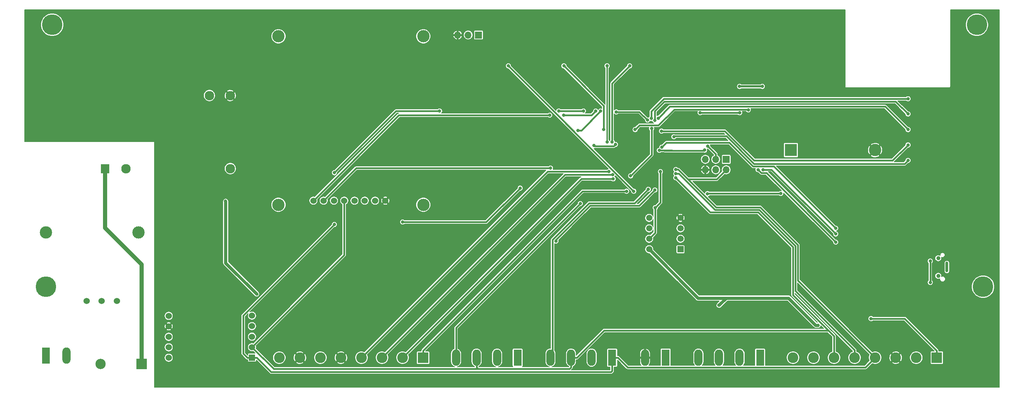
<source format=gbr>
G04 #@! TF.GenerationSoftware,KiCad,Pcbnew,(5.1.2)-2*
G04 #@! TF.CreationDate,2019-07-31T16:25:01+03:00*
G04 #@! TF.ProjectId,Main board,4d61696e-2062-46f6-9172-642e6b696361,rev?*
G04 #@! TF.SameCoordinates,Original*
G04 #@! TF.FileFunction,Copper,L2,Bot*
G04 #@! TF.FilePolarity,Positive*
%FSLAX46Y46*%
G04 Gerber Fmt 4.6, Leading zero omitted, Abs format (unit mm)*
G04 Created by KiCad (PCBNEW (5.1.2)-2) date 2019-07-31 16:25:01*
%MOMM*%
%LPD*%
G04 APERTURE LIST*
%ADD10R,3.000000X3.000000*%
%ADD11C,3.000000*%
%ADD12C,1.524000*%
%ADD13C,2.300000*%
%ADD14R,2.000000X2.300000*%
%ADD15C,2.500000*%
%ADD16R,2.500000X2.500000*%
%ADD17O,1.980000X3.960000*%
%ADD18R,1.980000X3.960000*%
%ADD19C,5.000000*%
%ADD20C,2.600000*%
%ADD21R,2.600000X2.600000*%
%ADD22C,1.000000*%
%ADD23O,0.700000X2.600000*%
%ADD24R,1.524000X1.524000*%
%ADD25C,1.498600*%
%ADD26R,1.498600X1.498600*%
%ADD27O,1.700000X1.700000*%
%ADD28R,1.700000X1.700000*%
%ADD29C,0.800000*%
%ADD30C,0.400000*%
%ADD31C,0.500000*%
%ADD32C,0.800000*%
%ADD33C,0.300000*%
%ADD34C,1.000000*%
%ADD35C,0.200000*%
G04 APERTURE END LIST*
D10*
X218500000Y-64500000D03*
D11*
X238990000Y-64500000D03*
D12*
X119800000Y-76800000D03*
X117300000Y-76800000D03*
X114800000Y-76800000D03*
X112300000Y-76800000D03*
X109800000Y-76800000D03*
X107300000Y-76800000D03*
X104800000Y-76800000D03*
X102300000Y-76800000D03*
D11*
X129050000Y-77800000D03*
X93800000Y-77800000D03*
X93800000Y-36800000D03*
X129050000Y-36800000D03*
D12*
X47100000Y-101250000D03*
X50800000Y-101250000D03*
X54500000Y-101250000D03*
D13*
X77000000Y-51220000D03*
X82080000Y-51220000D03*
X56680000Y-69000000D03*
D14*
X51600000Y-69000000D03*
D13*
X82080000Y-69000000D03*
D15*
X50500000Y-116500000D03*
D16*
X60500000Y-116500000D03*
D17*
X42250000Y-114500000D03*
D18*
X37250000Y-114500000D03*
D11*
X59750000Y-84500000D03*
X37250000Y-84500000D03*
D19*
X263750000Y-34000000D03*
X38750000Y-34000000D03*
X37250000Y-97750000D03*
X265250000Y-97750000D03*
D20*
X94000000Y-115000000D03*
X99000000Y-115000000D03*
X104000000Y-115000000D03*
X109000000Y-115000000D03*
X114000000Y-115000000D03*
X119000000Y-115000000D03*
X124000000Y-115000000D03*
D21*
X129000000Y-115000000D03*
D22*
X254350000Y-90800000D03*
X254350000Y-95100000D03*
D23*
X256450000Y-92950000D03*
D12*
X67100000Y-112480000D03*
X67100000Y-104830000D03*
X67100000Y-115030000D03*
X67100000Y-109930000D03*
X67100000Y-107380000D03*
X87360000Y-104790000D03*
X87360000Y-107340000D03*
X87360000Y-109890000D03*
X87360000Y-112440000D03*
D24*
X87360000Y-114990000D03*
D25*
X184000000Y-88620000D03*
X184000000Y-86080000D03*
X184000000Y-83540000D03*
X184000000Y-81000000D03*
X191620000Y-81000000D03*
X191620000Y-83540000D03*
X191620000Y-86080000D03*
D26*
X191620000Y-88620000D03*
D17*
X142000000Y-115000000D03*
X137000000Y-115000000D03*
X147000000Y-115000000D03*
D18*
X152000000Y-115000000D03*
D17*
X165000000Y-115000000D03*
X160000000Y-115000000D03*
X170000000Y-115000000D03*
D18*
X175000000Y-115000000D03*
D27*
X197670000Y-69290000D03*
X197670000Y-66750000D03*
X200210000Y-69290000D03*
X200210000Y-66750000D03*
X202750000Y-69290000D03*
D28*
X202750000Y-66750000D03*
D20*
X219000000Y-115000000D03*
X224000000Y-115000000D03*
X229000000Y-115000000D03*
X234000000Y-115000000D03*
X239000000Y-115000000D03*
X244000000Y-115000000D03*
X249000000Y-115000000D03*
D21*
X254000000Y-115000000D03*
D17*
X183000000Y-115000000D03*
D18*
X188000000Y-115000000D03*
D17*
X201000000Y-115000000D03*
X196000000Y-115000000D03*
X206000000Y-115000000D03*
D18*
X211000000Y-115000000D03*
D28*
X142500000Y-36500000D03*
D27*
X139960000Y-36500000D03*
X137420000Y-36500000D03*
D29*
X252400000Y-91500000D03*
X252400000Y-96700000D03*
X198250000Y-63500000D03*
X211750000Y-69249999D03*
X229400000Y-84900000D03*
X206000000Y-49000000D03*
X211550000Y-49000000D03*
X225100000Y-107100000D03*
X201000000Y-102250000D03*
X88500000Y-99500000D03*
X80945999Y-76945999D03*
X175000000Y-62500000D03*
X179250000Y-44000000D03*
X173750000Y-62500000D03*
X173750000Y-44000000D03*
X163250000Y-44000000D03*
X172971085Y-59428915D03*
X149750000Y-44000000D03*
X180250000Y-74500000D03*
X190502982Y-70241053D03*
X190499974Y-69241056D03*
X107400000Y-82600000D03*
X190500000Y-71250000D03*
X216039957Y-75060043D03*
X198200000Y-75100000D03*
X238000000Y-105500000D03*
X183800000Y-74044028D03*
X167250000Y-77500000D03*
X171000000Y-55000000D03*
X163200000Y-56000000D03*
X159800000Y-56000000D03*
X174250000Y-69700000D03*
X175118628Y-70500000D03*
X175250000Y-71500000D03*
X178500000Y-74500000D03*
X162000000Y-55000000D03*
X133000000Y-55000000D03*
X168000000Y-55000000D03*
X107400000Y-70000000D03*
X175821813Y-63128185D03*
X170609314Y-63390686D03*
X160000000Y-68900000D03*
X196400000Y-55400000D03*
X206012500Y-55412500D03*
X180600000Y-59500000D03*
X208118750Y-54718750D03*
X185500000Y-78500000D03*
X186750000Y-69750000D03*
X247000000Y-67000000D03*
X190000000Y-61250000D03*
X187000000Y-59865686D03*
X247000000Y-63250000D03*
X247000000Y-59500000D03*
X186213735Y-56718761D03*
X247000000Y-55700000D03*
X185400000Y-57300000D03*
X197500000Y-64500000D03*
X186461381Y-64547057D03*
X210500000Y-69250000D03*
X229400000Y-86900000D03*
X187095779Y-63774048D03*
X229400000Y-83500000D03*
X185400000Y-74200000D03*
X161315686Y-86615686D03*
X166665954Y-59690977D03*
X183600000Y-57200000D03*
X176000000Y-55200000D03*
X172171085Y-55000000D03*
X152606931Y-73750000D03*
X124000000Y-82000000D03*
X179500000Y-70750000D03*
X184600000Y-59250000D03*
X247000000Y-52000000D03*
X184510493Y-56786472D03*
D30*
X252400000Y-91500000D02*
X252400000Y-96700000D01*
X200210000Y-66750000D02*
X200210000Y-65460000D01*
X200210000Y-65460000D02*
X198250000Y-63500000D01*
X211750000Y-69249999D02*
X213499999Y-69249999D01*
X213499999Y-69249999D02*
X213749999Y-69249999D01*
X213749999Y-69249999D02*
X229400000Y-84900000D01*
X94860000Y-114740000D02*
X93697999Y-114739999D01*
D31*
X206000000Y-49000000D02*
X211550000Y-49000000D01*
D32*
X224534315Y-107100000D02*
X217934315Y-100500000D01*
X225100000Y-107100000D02*
X224534315Y-107100000D01*
X80945999Y-91945999D02*
X80945999Y-76945999D01*
X88500000Y-99500000D02*
X80945999Y-91945999D01*
X184000000Y-88620000D02*
X195880000Y-100500000D01*
X217934315Y-100500000D02*
X205500000Y-100500000D01*
X205500000Y-100500000D02*
X203540000Y-100500000D01*
X202750000Y-100500000D02*
X203000000Y-100500000D01*
X201000000Y-102250000D02*
X202750000Y-100500000D01*
X195880000Y-100500000D02*
X203000000Y-100500000D01*
X203000000Y-100500000D02*
X205500000Y-100500000D01*
D30*
X175000000Y-62500000D02*
X175000000Y-48250000D01*
X175000000Y-48250000D02*
X179250000Y-44000000D01*
D33*
X173750000Y-62500000D02*
X173750000Y-44000000D01*
D30*
X172971085Y-53721085D02*
X172971085Y-59428915D01*
X163250000Y-44000000D02*
X172971085Y-53721085D01*
X149750000Y-44000000D02*
X180250000Y-74500000D01*
X191241053Y-70241053D02*
X200000010Y-79000010D01*
X190502982Y-70241053D02*
X191241053Y-70241053D01*
X200000010Y-79000010D02*
X210751468Y-79000010D01*
X234000000Y-113161523D02*
X234000000Y-115000000D01*
X219599990Y-98761513D02*
X234000000Y-113161523D01*
X219599990Y-87848532D02*
X219599990Y-98761513D01*
X210751468Y-79000010D02*
X219599990Y-87848532D01*
X191465646Y-69641043D02*
X191489586Y-69641044D01*
X190499974Y-69241056D02*
X191065659Y-69241056D01*
X191065659Y-69241056D02*
X191465646Y-69641043D01*
X200464271Y-71575729D02*
X193424271Y-71575729D01*
X202750000Y-69290000D02*
X200464271Y-71575729D01*
X191489586Y-69641044D02*
X193424271Y-71575729D01*
X236619999Y-117380001D02*
X239000000Y-115000000D01*
X178770001Y-117380001D02*
X236619999Y-117380001D01*
X176390000Y-115000000D02*
X178770001Y-117380001D01*
X175000000Y-115000000D02*
X176390000Y-115000000D01*
X88522000Y-114990000D02*
X87360000Y-114990000D01*
X92032000Y-118500000D02*
X88522000Y-114990000D01*
X174750000Y-118500000D02*
X92032000Y-118500000D01*
X175000000Y-118250000D02*
X174750000Y-118500000D01*
X175000000Y-115000000D02*
X175000000Y-118250000D01*
X86198000Y-114990000D02*
X85200000Y-113992000D01*
X87360000Y-114990000D02*
X86198000Y-114990000D01*
X85200000Y-113992000D02*
X85200000Y-105050000D01*
X193424271Y-71575729D02*
X200248542Y-78400000D01*
X200248542Y-78400000D02*
X211000000Y-78400000D01*
X220200000Y-96200000D02*
X237750000Y-113750000D01*
X220200000Y-87600000D02*
X220200000Y-96200000D01*
X211000000Y-78400000D02*
X220200000Y-87600000D01*
X233000000Y-109000000D02*
X237750000Y-113750000D01*
X237750000Y-113750000D02*
X239000000Y-115000000D01*
X85200000Y-105050000D02*
X85200000Y-104800000D01*
X85200000Y-104800000D02*
X107400000Y-82600000D01*
X229000000Y-109750000D02*
X229000000Y-115000000D01*
X173015000Y-108375000D02*
X227625000Y-108375000D01*
X166390000Y-115000000D02*
X173015000Y-108375000D01*
X165000000Y-115000000D02*
X166390000Y-115000000D01*
X165000000Y-117380000D02*
X165000000Y-115000000D01*
X164630000Y-117750000D02*
X165000000Y-117380000D01*
X142370000Y-117750000D02*
X164630000Y-117750000D01*
X142000000Y-117380000D02*
X142370000Y-117750000D01*
X142000000Y-115000000D02*
X142000000Y-117380000D01*
X92670000Y-117750000D02*
X87360000Y-112440000D01*
X142370000Y-117750000D02*
X92670000Y-117750000D01*
X198850020Y-79600020D02*
X210502936Y-79600020D01*
X190500000Y-71250000D02*
X198850020Y-79600020D01*
X210502936Y-79600020D02*
X218999980Y-88097064D01*
X218999980Y-99749980D02*
X228675000Y-109425000D01*
X218999980Y-88097064D02*
X218999980Y-99749980D01*
X227625000Y-108375000D02*
X228675000Y-109425000D01*
X228675000Y-109425000D02*
X229000000Y-109750000D01*
X109800000Y-90000000D02*
X109800000Y-76800000D01*
X87360000Y-112440000D02*
X109800000Y-90000000D01*
X216039957Y-75060043D02*
X198239957Y-75060043D01*
X198239957Y-75060043D02*
X198200000Y-75100000D01*
X254000000Y-113300000D02*
X254000000Y-115000000D01*
X246200000Y-105500000D02*
X254000000Y-113300000D01*
X238000000Y-105500000D02*
X246200000Y-105500000D01*
X160500000Y-114500000D02*
X160000000Y-115000000D01*
X160500000Y-87500000D02*
X160500000Y-114500000D01*
X183800000Y-74044028D02*
X180444028Y-77400000D01*
X180444028Y-77400000D02*
X169400000Y-77400000D01*
X160500000Y-86300000D02*
X160500000Y-87500000D01*
X169400000Y-77400000D02*
X160500000Y-86300000D01*
X137000000Y-107750000D02*
X137000000Y-115000000D01*
X167250000Y-77500000D02*
X137000000Y-107750000D01*
X171000000Y-55000000D02*
X170000000Y-56000000D01*
X170000000Y-56000000D02*
X163200000Y-56000000D01*
X123100000Y-56000000D02*
X102300000Y-76800000D01*
X159800000Y-56000000D02*
X123100000Y-56000000D01*
X159300000Y-69700000D02*
X114000000Y-115000000D01*
X174250000Y-69700000D02*
X159300000Y-69700000D01*
X163500000Y-70500000D02*
X119000000Y-115000000D01*
X175118628Y-70500000D02*
X163500000Y-70500000D01*
X167500000Y-71500000D02*
X124000000Y-115000000D01*
X175250000Y-71500000D02*
X167500000Y-71500000D01*
X129000000Y-113300000D02*
X129000000Y-115000000D01*
X167800000Y-74500000D02*
X129000000Y-113300000D01*
X178500000Y-74500000D02*
X167800000Y-74500000D01*
X162000000Y-55000000D02*
X168000000Y-55000000D01*
X133000000Y-55000000D02*
X124600000Y-55000000D01*
X124600000Y-55000000D02*
X122400000Y-55000000D01*
X122400000Y-55000000D02*
X107400000Y-70000000D01*
X170746812Y-63528184D02*
X170609314Y-63390686D01*
X175821813Y-63128185D02*
X175421814Y-63528184D01*
X175421814Y-63528184D02*
X170746812Y-63528184D01*
X112700000Y-68900000D02*
X104800000Y-76800000D01*
X160000000Y-68900000D02*
X112700000Y-68900000D01*
X206000000Y-55400000D02*
X206012500Y-55412500D01*
X196400000Y-55400000D02*
X206000000Y-55400000D01*
X207999999Y-54599999D02*
X208118750Y-54718750D01*
X190100001Y-54599999D02*
X207999999Y-54599999D01*
X180999999Y-59100001D02*
X180600000Y-59500000D01*
X181650001Y-58449999D02*
X180999999Y-59100001D01*
X186250001Y-58449999D02*
X181650001Y-58449999D01*
X190100001Y-54599999D02*
X186250001Y-58449999D01*
X184000000Y-86080000D02*
X185500000Y-84580000D01*
X185500000Y-84580000D02*
X185500000Y-78500000D01*
X186750000Y-77250000D02*
X185500000Y-78500000D01*
X186750000Y-69750000D02*
X186750000Y-77250000D01*
X246150011Y-67849989D02*
X247000000Y-67000000D01*
X209521533Y-67849989D02*
X246150011Y-67849989D01*
X202784730Y-61113186D02*
X209521533Y-67849989D01*
X190000000Y-61250000D02*
X190136814Y-61113186D01*
X190136814Y-61113186D02*
X202784730Y-61113186D01*
X243250000Y-67000000D02*
X247000000Y-63250000D01*
X209520086Y-67000000D02*
X243250000Y-67000000D01*
X187000000Y-59865686D02*
X202385772Y-59865686D01*
X202385772Y-59865686D02*
X209520086Y-67000000D01*
X241400000Y-53900000D02*
X247000000Y-59500000D01*
X186213735Y-56718761D02*
X189032496Y-53900000D01*
X189032496Y-53900000D02*
X241400000Y-53900000D01*
X244000000Y-52700000D02*
X247000000Y-55700000D01*
X187700000Y-52700000D02*
X244000000Y-52700000D01*
X185400000Y-55000000D02*
X187700000Y-52700000D01*
X185400000Y-57300000D02*
X185400000Y-55000000D01*
X197400001Y-64599999D02*
X197500000Y-64500000D01*
X189574049Y-64574049D02*
X189599999Y-64599999D01*
X186488373Y-64574049D02*
X189574049Y-64574049D01*
X186461381Y-64547057D02*
X186488373Y-64574049D01*
X187659524Y-64599999D02*
X189599999Y-64599999D01*
X189599999Y-64599999D02*
X197400001Y-64599999D01*
X210500000Y-69250000D02*
X211300000Y-70050000D01*
X211300000Y-70050000D02*
X212234002Y-70050000D01*
X212234002Y-70050000D02*
X212550000Y-70050000D01*
X212550000Y-70050000D02*
X229400000Y-86900000D01*
X203523001Y-62699999D02*
X209273001Y-68449999D01*
X187095779Y-63774048D02*
X188169828Y-62699999D01*
X188169828Y-62699999D02*
X203523001Y-62699999D01*
X209273001Y-68449999D02*
X214250001Y-68449999D01*
X214250001Y-68449999D02*
X214349999Y-68449999D01*
X214349999Y-68449999D02*
X229400000Y-83500000D01*
X181599991Y-78000009D02*
X169648533Y-78000009D01*
X185400000Y-74200000D02*
X181599991Y-78000009D01*
X169648533Y-78000009D02*
X161315686Y-86332856D01*
X161315686Y-86332856D02*
X161315686Y-86615686D01*
X183600000Y-57200000D02*
X181600000Y-55200000D01*
X181600000Y-55200000D02*
X176000000Y-55200000D01*
X167480108Y-59690977D02*
X166665954Y-59690977D01*
X172171085Y-55000000D02*
X167480108Y-59690977D01*
X152606931Y-73750000D02*
X144356931Y-82000000D01*
X144356931Y-82000000D02*
X124000000Y-82000000D01*
D34*
X51600000Y-83400000D02*
X51600000Y-69000000D01*
X60500000Y-116500000D02*
X60500000Y-92300000D01*
X60500000Y-92300000D02*
X51600000Y-83400000D01*
D30*
X179500000Y-70750000D02*
X179899999Y-70350001D01*
X179899999Y-70350001D02*
X184500000Y-65750000D01*
X184500000Y-65750000D02*
X184600000Y-65650000D01*
X184600000Y-65650000D02*
X184600000Y-59250000D01*
X187551458Y-52000000D02*
X247000000Y-52000000D01*
X184500000Y-56250000D02*
X184500000Y-55051458D01*
X184510493Y-55040965D02*
X184775729Y-54775729D01*
X184510493Y-56786472D02*
X184510493Y-55040965D01*
X184500000Y-55051458D02*
X184775729Y-54775729D01*
X184775729Y-54775729D02*
X187551458Y-52000000D01*
D35*
G36*
X231675001Y-48984029D02*
G01*
X231673428Y-49000000D01*
X231679703Y-49063711D01*
X231698287Y-49124974D01*
X231728465Y-49181434D01*
X231769079Y-49230921D01*
X231818566Y-49271535D01*
X231875026Y-49301713D01*
X231936289Y-49320297D01*
X231984039Y-49325000D01*
X231984040Y-49325000D01*
X232000000Y-49326572D01*
X232015961Y-49325000D01*
X256984039Y-49325000D01*
X257000000Y-49326572D01*
X257015960Y-49325000D01*
X257015961Y-49325000D01*
X257063711Y-49320297D01*
X257124974Y-49301713D01*
X257181434Y-49271535D01*
X257230921Y-49230921D01*
X257271535Y-49181434D01*
X257301713Y-49124974D01*
X257320297Y-49063711D01*
X257326572Y-49000000D01*
X257325000Y-48984039D01*
X257325000Y-33724224D01*
X260950000Y-33724224D01*
X260950000Y-34275776D01*
X261057602Y-34816730D01*
X261268672Y-35326297D01*
X261575098Y-35784896D01*
X261965104Y-36174902D01*
X262423703Y-36481328D01*
X262933270Y-36692398D01*
X263474224Y-36800000D01*
X264025776Y-36800000D01*
X264566730Y-36692398D01*
X265076297Y-36481328D01*
X265534896Y-36174902D01*
X265924902Y-35784896D01*
X266231328Y-35326297D01*
X266442398Y-34816730D01*
X266550000Y-34275776D01*
X266550000Y-33724224D01*
X266442398Y-33183270D01*
X266231328Y-32673703D01*
X265924902Y-32215104D01*
X265534896Y-31825098D01*
X265076297Y-31518672D01*
X264566730Y-31307602D01*
X264025776Y-31200000D01*
X263474224Y-31200000D01*
X262933270Y-31307602D01*
X262423703Y-31518672D01*
X261965104Y-31825098D01*
X261575098Y-32215104D01*
X261268672Y-32673703D01*
X261057602Y-33183270D01*
X260950000Y-33724224D01*
X257325000Y-33724224D01*
X257325000Y-30325000D01*
X269175000Y-30325000D01*
X269175001Y-122175000D01*
X63600000Y-122175000D01*
X63600000Y-114925402D01*
X66038000Y-114925402D01*
X66038000Y-115134598D01*
X66078812Y-115339774D01*
X66158867Y-115533046D01*
X66275090Y-115706986D01*
X66423014Y-115854910D01*
X66596954Y-115971133D01*
X66790226Y-116051188D01*
X66995402Y-116092000D01*
X67204598Y-116092000D01*
X67409774Y-116051188D01*
X67603046Y-115971133D01*
X67776986Y-115854910D01*
X67924910Y-115706986D01*
X68041133Y-115533046D01*
X68121188Y-115339774D01*
X68162000Y-115134598D01*
X68162000Y-114925402D01*
X68121188Y-114720226D01*
X68041133Y-114526954D01*
X67924910Y-114353014D01*
X67776986Y-114205090D01*
X67603046Y-114088867D01*
X67409774Y-114008812D01*
X67204598Y-113968000D01*
X66995402Y-113968000D01*
X66790226Y-114008812D01*
X66596954Y-114088867D01*
X66423014Y-114205090D01*
X66275090Y-114353014D01*
X66158867Y-114526954D01*
X66078812Y-114720226D01*
X66038000Y-114925402D01*
X63600000Y-114925402D01*
X63600000Y-112375402D01*
X66038000Y-112375402D01*
X66038000Y-112584598D01*
X66078812Y-112789774D01*
X66158867Y-112983046D01*
X66275090Y-113156986D01*
X66423014Y-113304910D01*
X66596954Y-113421133D01*
X66790226Y-113501188D01*
X66995402Y-113542000D01*
X67204598Y-113542000D01*
X67409774Y-113501188D01*
X67603046Y-113421133D01*
X67776986Y-113304910D01*
X67924910Y-113156986D01*
X68041133Y-112983046D01*
X68121188Y-112789774D01*
X68162000Y-112584598D01*
X68162000Y-112375402D01*
X68121188Y-112170226D01*
X68041133Y-111976954D01*
X67924910Y-111803014D01*
X67776986Y-111655090D01*
X67603046Y-111538867D01*
X67409774Y-111458812D01*
X67204598Y-111418000D01*
X66995402Y-111418000D01*
X66790226Y-111458812D01*
X66596954Y-111538867D01*
X66423014Y-111655090D01*
X66275090Y-111803014D01*
X66158867Y-111976954D01*
X66078812Y-112170226D01*
X66038000Y-112375402D01*
X63600000Y-112375402D01*
X63600000Y-109825402D01*
X66038000Y-109825402D01*
X66038000Y-110034598D01*
X66078812Y-110239774D01*
X66158867Y-110433046D01*
X66275090Y-110606986D01*
X66423014Y-110754910D01*
X66596954Y-110871133D01*
X66790226Y-110951188D01*
X66995402Y-110992000D01*
X67204598Y-110992000D01*
X67409774Y-110951188D01*
X67603046Y-110871133D01*
X67776986Y-110754910D01*
X67924910Y-110606986D01*
X68041133Y-110433046D01*
X68121188Y-110239774D01*
X68162000Y-110034598D01*
X68162000Y-109825402D01*
X68121188Y-109620226D01*
X68041133Y-109426954D01*
X67924910Y-109253014D01*
X67776986Y-109105090D01*
X67603046Y-108988867D01*
X67409774Y-108908812D01*
X67204598Y-108868000D01*
X66995402Y-108868000D01*
X66790226Y-108908812D01*
X66596954Y-108988867D01*
X66423014Y-109105090D01*
X66275090Y-109253014D01*
X66158867Y-109426954D01*
X66078812Y-109620226D01*
X66038000Y-109825402D01*
X63600000Y-109825402D01*
X63600000Y-108181940D01*
X66515849Y-108181940D01*
X66603906Y-108324816D01*
X66797762Y-108403444D01*
X67003234Y-108442743D01*
X67212424Y-108441201D01*
X67417294Y-108398878D01*
X67596094Y-108324816D01*
X67684151Y-108181940D01*
X67100000Y-107597789D01*
X66515849Y-108181940D01*
X63600000Y-108181940D01*
X63600000Y-107283234D01*
X66037257Y-107283234D01*
X66038799Y-107492424D01*
X66081122Y-107697294D01*
X66155184Y-107876094D01*
X66298060Y-107964151D01*
X66882211Y-107380000D01*
X67317789Y-107380000D01*
X67901940Y-107964151D01*
X68044816Y-107876094D01*
X68123444Y-107682238D01*
X68162743Y-107476766D01*
X68161201Y-107267576D01*
X68118878Y-107062706D01*
X68044816Y-106883906D01*
X67901940Y-106795849D01*
X67317789Y-107380000D01*
X66882211Y-107380000D01*
X66298060Y-106795849D01*
X66155184Y-106883906D01*
X66076556Y-107077762D01*
X66037257Y-107283234D01*
X63600000Y-107283234D01*
X63600000Y-106578060D01*
X66515849Y-106578060D01*
X67100000Y-107162211D01*
X67684151Y-106578060D01*
X67596094Y-106435184D01*
X67402238Y-106356556D01*
X67196766Y-106317257D01*
X66987576Y-106318799D01*
X66782706Y-106361122D01*
X66603906Y-106435184D01*
X66515849Y-106578060D01*
X63600000Y-106578060D01*
X63600000Y-104725402D01*
X66038000Y-104725402D01*
X66038000Y-104934598D01*
X66078812Y-105139774D01*
X66158867Y-105333046D01*
X66275090Y-105506986D01*
X66423014Y-105654910D01*
X66596954Y-105771133D01*
X66790226Y-105851188D01*
X66995402Y-105892000D01*
X67204598Y-105892000D01*
X67409774Y-105851188D01*
X67603046Y-105771133D01*
X67776986Y-105654910D01*
X67924910Y-105506986D01*
X68041133Y-105333046D01*
X68121188Y-105139774D01*
X68162000Y-104934598D01*
X68162000Y-104800000D01*
X84697581Y-104800000D01*
X84700000Y-104824560D01*
X84700000Y-105074559D01*
X84700001Y-105074569D01*
X84700000Y-113967440D01*
X84697581Y-113992000D01*
X84700000Y-114016559D01*
X84707235Y-114090016D01*
X84735825Y-114184266D01*
X84782254Y-114271129D01*
X84844736Y-114347264D01*
X84863824Y-114362929D01*
X85827075Y-115326181D01*
X85842736Y-115345264D01*
X85918871Y-115407746D01*
X86005733Y-115454175D01*
X86099983Y-115482765D01*
X86173440Y-115490000D01*
X86173441Y-115490000D01*
X86197999Y-115492419D01*
X86222557Y-115490000D01*
X86296549Y-115490000D01*
X86296549Y-115752000D01*
X86302341Y-115810810D01*
X86319496Y-115867360D01*
X86347353Y-115919477D01*
X86384842Y-115965158D01*
X86430523Y-116002647D01*
X86482640Y-116030504D01*
X86539190Y-116047659D01*
X86598000Y-116053451D01*
X88122000Y-116053451D01*
X88180810Y-116047659D01*
X88237360Y-116030504D01*
X88289477Y-116002647D01*
X88335158Y-115965158D01*
X88372647Y-115919477D01*
X88400504Y-115867360D01*
X88417659Y-115810810D01*
X88423451Y-115752000D01*
X88423451Y-115598556D01*
X91661080Y-118836187D01*
X91676736Y-118855264D01*
X91752871Y-118917746D01*
X91839733Y-118964175D01*
X91933983Y-118992765D01*
X92032000Y-119002419D01*
X92056560Y-119000000D01*
X174725440Y-119000000D01*
X174750000Y-119002419D01*
X174774560Y-119000000D01*
X174848017Y-118992765D01*
X174942267Y-118964175D01*
X175029129Y-118917746D01*
X175105264Y-118855264D01*
X175120929Y-118836177D01*
X175336181Y-118620925D01*
X175355264Y-118605264D01*
X175417746Y-118529129D01*
X175464175Y-118442267D01*
X175492765Y-118348017D01*
X175500000Y-118274560D01*
X175500000Y-118274551D01*
X175502418Y-118250001D01*
X175500000Y-118225451D01*
X175500000Y-117281451D01*
X175990000Y-117281451D01*
X176048810Y-117275659D01*
X176105360Y-117258504D01*
X176157477Y-117230647D01*
X176203158Y-117193158D01*
X176240647Y-117147477D01*
X176268504Y-117095360D01*
X176285659Y-117038810D01*
X176291451Y-116980000D01*
X176291451Y-115608556D01*
X178399079Y-117716186D01*
X178414737Y-117735265D01*
X178490872Y-117797747D01*
X178577734Y-117844176D01*
X178671981Y-117872765D01*
X178671984Y-117872766D01*
X178770001Y-117882420D01*
X178794561Y-117880001D01*
X236595439Y-117880001D01*
X236619999Y-117882420D01*
X236644559Y-117880001D01*
X236718016Y-117872766D01*
X236812266Y-117844176D01*
X236899128Y-117797747D01*
X236975263Y-117735265D01*
X236990928Y-117716177D01*
X238275412Y-116431694D01*
X238533297Y-116538513D01*
X238842414Y-116600000D01*
X239157586Y-116600000D01*
X239466703Y-116538513D01*
X239757884Y-116417902D01*
X240019941Y-116242801D01*
X240075520Y-116187222D01*
X243030567Y-116187222D01*
X243183927Y-116385229D01*
X243469853Y-116517820D01*
X243776152Y-116592081D01*
X244091053Y-116605161D01*
X244402455Y-116556555D01*
X244698390Y-116448131D01*
X244816073Y-116385229D01*
X244969433Y-116187222D01*
X244000000Y-115217789D01*
X243030567Y-116187222D01*
X240075520Y-116187222D01*
X240242801Y-116019941D01*
X240417902Y-115757884D01*
X240538513Y-115466703D01*
X240600000Y-115157586D01*
X240600000Y-115091053D01*
X242394839Y-115091053D01*
X242443445Y-115402455D01*
X242551869Y-115698390D01*
X242614771Y-115816073D01*
X242812778Y-115969433D01*
X243782211Y-115000000D01*
X244217789Y-115000000D01*
X245187222Y-115969433D01*
X245385229Y-115816073D01*
X245517820Y-115530147D01*
X245592081Y-115223848D01*
X245605161Y-114908947D01*
X245594777Y-114842414D01*
X247400000Y-114842414D01*
X247400000Y-115157586D01*
X247461487Y-115466703D01*
X247582098Y-115757884D01*
X247757199Y-116019941D01*
X247980059Y-116242801D01*
X248242116Y-116417902D01*
X248533297Y-116538513D01*
X248842414Y-116600000D01*
X249157586Y-116600000D01*
X249466703Y-116538513D01*
X249757884Y-116417902D01*
X250019941Y-116242801D01*
X250242801Y-116019941D01*
X250417902Y-115757884D01*
X250538513Y-115466703D01*
X250600000Y-115157586D01*
X250600000Y-114842414D01*
X250538513Y-114533297D01*
X250417902Y-114242116D01*
X250242801Y-113980059D01*
X250019941Y-113757199D01*
X249757884Y-113582098D01*
X249466703Y-113461487D01*
X249157586Y-113400000D01*
X248842414Y-113400000D01*
X248533297Y-113461487D01*
X248242116Y-113582098D01*
X247980059Y-113757199D01*
X247757199Y-113980059D01*
X247582098Y-114242116D01*
X247461487Y-114533297D01*
X247400000Y-114842414D01*
X245594777Y-114842414D01*
X245556555Y-114597545D01*
X245448131Y-114301610D01*
X245385229Y-114183927D01*
X245187222Y-114030567D01*
X244217789Y-115000000D01*
X243782211Y-115000000D01*
X242812778Y-114030567D01*
X242614771Y-114183927D01*
X242482180Y-114469853D01*
X242407919Y-114776152D01*
X242394839Y-115091053D01*
X240600000Y-115091053D01*
X240600000Y-114842414D01*
X240538513Y-114533297D01*
X240417902Y-114242116D01*
X240242801Y-113980059D01*
X240075520Y-113812778D01*
X243030567Y-113812778D01*
X244000000Y-114782211D01*
X244969433Y-113812778D01*
X244816073Y-113614771D01*
X244530147Y-113482180D01*
X244223848Y-113407919D01*
X243908947Y-113394839D01*
X243597545Y-113443445D01*
X243301610Y-113551869D01*
X243183927Y-113614771D01*
X243030567Y-113812778D01*
X240075520Y-113812778D01*
X240019941Y-113757199D01*
X239757884Y-113582098D01*
X239466703Y-113461487D01*
X239157586Y-113400000D01*
X238842414Y-113400000D01*
X238533297Y-113461487D01*
X238275412Y-113568307D01*
X238120928Y-113413823D01*
X238120919Y-113413812D01*
X234532508Y-109825402D01*
X230138162Y-105431056D01*
X237300000Y-105431056D01*
X237300000Y-105568944D01*
X237326901Y-105704182D01*
X237379668Y-105831574D01*
X237456274Y-105946224D01*
X237553776Y-106043726D01*
X237668426Y-106120332D01*
X237795818Y-106173099D01*
X237931056Y-106200000D01*
X238068944Y-106200000D01*
X238204182Y-106173099D01*
X238331574Y-106120332D01*
X238446224Y-106043726D01*
X238489950Y-106000000D01*
X245992895Y-106000000D01*
X253391442Y-113398549D01*
X252700000Y-113398549D01*
X252641190Y-113404341D01*
X252584640Y-113421496D01*
X252532523Y-113449353D01*
X252486842Y-113486842D01*
X252449353Y-113532523D01*
X252421496Y-113584640D01*
X252404341Y-113641190D01*
X252398549Y-113700000D01*
X252398549Y-116300000D01*
X252404341Y-116358810D01*
X252421496Y-116415360D01*
X252449353Y-116467477D01*
X252486842Y-116513158D01*
X252532523Y-116550647D01*
X252584640Y-116578504D01*
X252641190Y-116595659D01*
X252700000Y-116601451D01*
X255300000Y-116601451D01*
X255358810Y-116595659D01*
X255415360Y-116578504D01*
X255467477Y-116550647D01*
X255513158Y-116513158D01*
X255550647Y-116467477D01*
X255578504Y-116415360D01*
X255595659Y-116358810D01*
X255601451Y-116300000D01*
X255601451Y-113700000D01*
X255595659Y-113641190D01*
X255578504Y-113584640D01*
X255550647Y-113532523D01*
X255513158Y-113486842D01*
X255467477Y-113449353D01*
X255415360Y-113421496D01*
X255358810Y-113404341D01*
X255300000Y-113398549D01*
X254500000Y-113398549D01*
X254500000Y-113324560D01*
X254502419Y-113300000D01*
X254492765Y-113201983D01*
X254480491Y-113161522D01*
X254464175Y-113107733D01*
X254417746Y-113020871D01*
X254355264Y-112944736D01*
X254336187Y-112929080D01*
X246570929Y-105163824D01*
X246555264Y-105144736D01*
X246479129Y-105082254D01*
X246392267Y-105035825D01*
X246298017Y-105007235D01*
X246224560Y-105000000D01*
X246200000Y-104997581D01*
X246175440Y-105000000D01*
X238489950Y-105000000D01*
X238446224Y-104956274D01*
X238331574Y-104879668D01*
X238204182Y-104826901D01*
X238068944Y-104800000D01*
X237931056Y-104800000D01*
X237795818Y-104826901D01*
X237668426Y-104879668D01*
X237553776Y-104956274D01*
X237456274Y-105053776D01*
X237379668Y-105168426D01*
X237326901Y-105295818D01*
X237300000Y-105431056D01*
X230138162Y-105431056D01*
X222181330Y-97474224D01*
X262450000Y-97474224D01*
X262450000Y-98025776D01*
X262557602Y-98566730D01*
X262768672Y-99076297D01*
X263075098Y-99534896D01*
X263465104Y-99924902D01*
X263923703Y-100231328D01*
X264433270Y-100442398D01*
X264974224Y-100550000D01*
X265525776Y-100550000D01*
X266066730Y-100442398D01*
X266576297Y-100231328D01*
X267034896Y-99924902D01*
X267424902Y-99534896D01*
X267731328Y-99076297D01*
X267942398Y-98566730D01*
X268050000Y-98025776D01*
X268050000Y-97474224D01*
X267942398Y-96933270D01*
X267731328Y-96423703D01*
X267424902Y-95965104D01*
X267034896Y-95575098D01*
X266576297Y-95268672D01*
X266066730Y-95057602D01*
X265525776Y-94950000D01*
X264974224Y-94950000D01*
X264433270Y-95057602D01*
X263923703Y-95268672D01*
X263465104Y-95575098D01*
X263075098Y-95965104D01*
X262768672Y-96423703D01*
X262557602Y-96933270D01*
X262450000Y-97474224D01*
X222181330Y-97474224D01*
X220700000Y-95992895D01*
X220700000Y-91431056D01*
X251700000Y-91431056D01*
X251700000Y-91568944D01*
X251726901Y-91704182D01*
X251779668Y-91831574D01*
X251856274Y-91946224D01*
X251900000Y-91989950D01*
X251900001Y-96210049D01*
X251856274Y-96253776D01*
X251779668Y-96368426D01*
X251726901Y-96495818D01*
X251700000Y-96631056D01*
X251700000Y-96768944D01*
X251726901Y-96904182D01*
X251779668Y-97031574D01*
X251856274Y-97146224D01*
X251953776Y-97243726D01*
X252068426Y-97320332D01*
X252195818Y-97373099D01*
X252331056Y-97400000D01*
X252468944Y-97400000D01*
X252604182Y-97373099D01*
X252731574Y-97320332D01*
X252846224Y-97243726D01*
X252943726Y-97146224D01*
X253020332Y-97031574D01*
X253073099Y-96904182D01*
X253100000Y-96768944D01*
X253100000Y-96631056D01*
X253073099Y-96495818D01*
X253020332Y-96368426D01*
X252943726Y-96253776D01*
X252900000Y-96210050D01*
X252900000Y-95021207D01*
X253550000Y-95021207D01*
X253550000Y-95178793D01*
X253580743Y-95333351D01*
X253641049Y-95478942D01*
X253728599Y-95609970D01*
X253840030Y-95721401D01*
X253971058Y-95808951D01*
X254116649Y-95869257D01*
X254271207Y-95900000D01*
X254428793Y-95900000D01*
X254583351Y-95869257D01*
X254725000Y-95810584D01*
X254725000Y-95941482D01*
X254750940Y-96071890D01*
X254801823Y-96194732D01*
X254875693Y-96305287D01*
X254969713Y-96399307D01*
X255080268Y-96473177D01*
X255203110Y-96524060D01*
X255333518Y-96550000D01*
X255466482Y-96550000D01*
X255596890Y-96524060D01*
X255719732Y-96473177D01*
X255830287Y-96399307D01*
X255924307Y-96305287D01*
X255998177Y-96194732D01*
X256049060Y-96071890D01*
X256075000Y-95941482D01*
X256075000Y-95808518D01*
X256049060Y-95678110D01*
X255998177Y-95555268D01*
X255924307Y-95444713D01*
X255830287Y-95350693D01*
X255719732Y-95276823D01*
X255596890Y-95225940D01*
X255466482Y-95200000D01*
X255333518Y-95200000D01*
X255203110Y-95225940D01*
X255135011Y-95254148D01*
X255150000Y-95178793D01*
X255150000Y-95021207D01*
X255119257Y-94866649D01*
X255058951Y-94721058D01*
X254971401Y-94590030D01*
X254859970Y-94478599D01*
X254728942Y-94391049D01*
X254583351Y-94330743D01*
X254428793Y-94300000D01*
X254271207Y-94300000D01*
X254116649Y-94330743D01*
X253971058Y-94391049D01*
X253840030Y-94478599D01*
X253728599Y-94590030D01*
X253641049Y-94721058D01*
X253580743Y-94866649D01*
X253550000Y-95021207D01*
X252900000Y-95021207D01*
X252900000Y-93931931D01*
X255800000Y-93931931D01*
X255809405Y-94027421D01*
X255846573Y-94149947D01*
X255906930Y-94262867D01*
X255988157Y-94361843D01*
X256087132Y-94443070D01*
X256200052Y-94503427D01*
X256322578Y-94540595D01*
X256450000Y-94553145D01*
X256577421Y-94540595D01*
X256699947Y-94503427D01*
X256812867Y-94443070D01*
X256911843Y-94361843D01*
X256993070Y-94262868D01*
X257053427Y-94149948D01*
X257090595Y-94027422D01*
X257100000Y-93931932D01*
X257100000Y-91968068D01*
X257090595Y-91872578D01*
X257053427Y-91750052D01*
X256993070Y-91637132D01*
X256911843Y-91538157D01*
X256812868Y-91456930D01*
X256699948Y-91396573D01*
X256577422Y-91359405D01*
X256450000Y-91346855D01*
X256322579Y-91359405D01*
X256200053Y-91396573D01*
X256087133Y-91456930D01*
X255988158Y-91538157D01*
X255906931Y-91637132D01*
X255846574Y-91750052D01*
X255809406Y-91872578D01*
X255800001Y-91968068D01*
X255800000Y-93931931D01*
X252900000Y-93931931D01*
X252900000Y-91989950D01*
X252943726Y-91946224D01*
X253020332Y-91831574D01*
X253073099Y-91704182D01*
X253100000Y-91568944D01*
X253100000Y-91431056D01*
X253073099Y-91295818D01*
X253020332Y-91168426D01*
X252943726Y-91053776D01*
X252846224Y-90956274D01*
X252731574Y-90879668D01*
X252604182Y-90826901D01*
X252468944Y-90800000D01*
X252331056Y-90800000D01*
X252195818Y-90826901D01*
X252068426Y-90879668D01*
X251953776Y-90956274D01*
X251856274Y-91053776D01*
X251779668Y-91168426D01*
X251726901Y-91295818D01*
X251700000Y-91431056D01*
X220700000Y-91431056D01*
X220700000Y-90721207D01*
X253550000Y-90721207D01*
X253550000Y-90878793D01*
X253580743Y-91033351D01*
X253641049Y-91178942D01*
X253728599Y-91309970D01*
X253840030Y-91421401D01*
X253971058Y-91508951D01*
X254116649Y-91569257D01*
X254271207Y-91600000D01*
X254428793Y-91600000D01*
X254583351Y-91569257D01*
X254728942Y-91508951D01*
X254859970Y-91421401D01*
X254971401Y-91309970D01*
X255058951Y-91178942D01*
X255119257Y-91033351D01*
X255150000Y-90878793D01*
X255150000Y-90721207D01*
X255119257Y-90566649D01*
X255114892Y-90556111D01*
X255115793Y-90556713D01*
X255224986Y-90601942D01*
X255340905Y-90625000D01*
X255459095Y-90625000D01*
X255575014Y-90601942D01*
X255684207Y-90556713D01*
X255782478Y-90491050D01*
X255866050Y-90407478D01*
X255931713Y-90309207D01*
X255976942Y-90200014D01*
X256000000Y-90084095D01*
X256000000Y-89965905D01*
X255976942Y-89849986D01*
X255931713Y-89740793D01*
X255866050Y-89642522D01*
X255782478Y-89558950D01*
X255684207Y-89493287D01*
X255575014Y-89448058D01*
X255459095Y-89425000D01*
X255340905Y-89425000D01*
X255224986Y-89448058D01*
X255115793Y-89493287D01*
X255017522Y-89558950D01*
X254933950Y-89642522D01*
X254868287Y-89740793D01*
X254823058Y-89849986D01*
X254800000Y-89965905D01*
X254800000Y-90084095D01*
X254812487Y-90146872D01*
X254728942Y-90091049D01*
X254583351Y-90030743D01*
X254428793Y-90000000D01*
X254271207Y-90000000D01*
X254116649Y-90030743D01*
X253971058Y-90091049D01*
X253840030Y-90178599D01*
X253728599Y-90290030D01*
X253641049Y-90421058D01*
X253580743Y-90566649D01*
X253550000Y-90721207D01*
X220700000Y-90721207D01*
X220700000Y-87624560D01*
X220702419Y-87600000D01*
X220692765Y-87501983D01*
X220690121Y-87493268D01*
X220664175Y-87407733D01*
X220617746Y-87320871D01*
X220555264Y-87244736D01*
X220536187Y-87229080D01*
X211370929Y-78063824D01*
X211355264Y-78044736D01*
X211279129Y-77982254D01*
X211192267Y-77935825D01*
X211098017Y-77907235D01*
X211024560Y-77900000D01*
X211000000Y-77897581D01*
X210975440Y-77900000D01*
X200455649Y-77900000D01*
X198341263Y-75785615D01*
X198404182Y-75773099D01*
X198531574Y-75720332D01*
X198646224Y-75643726D01*
X198729907Y-75560043D01*
X215550007Y-75560043D01*
X215593733Y-75603769D01*
X215708383Y-75680375D01*
X215835775Y-75733142D01*
X215971013Y-75760043D01*
X216108901Y-75760043D01*
X216244139Y-75733142D01*
X216371531Y-75680375D01*
X216486181Y-75603769D01*
X216583683Y-75506267D01*
X216660289Y-75391617D01*
X216713056Y-75264225D01*
X216739957Y-75128987D01*
X216739957Y-74991099D01*
X216729022Y-74936128D01*
X228700000Y-86907107D01*
X228700000Y-86968944D01*
X228726901Y-87104182D01*
X228779668Y-87231574D01*
X228856274Y-87346224D01*
X228953776Y-87443726D01*
X229068426Y-87520332D01*
X229195818Y-87573099D01*
X229331056Y-87600000D01*
X229468944Y-87600000D01*
X229604182Y-87573099D01*
X229731574Y-87520332D01*
X229846224Y-87443726D01*
X229943726Y-87346224D01*
X230020332Y-87231574D01*
X230073099Y-87104182D01*
X230100000Y-86968944D01*
X230100000Y-86831056D01*
X230073099Y-86695818D01*
X230020332Y-86568426D01*
X229943726Y-86453776D01*
X229846224Y-86356274D01*
X229731574Y-86279668D01*
X229604182Y-86226901D01*
X229468944Y-86200000D01*
X229407107Y-86200000D01*
X212957104Y-69749999D01*
X213542894Y-69749999D01*
X228700000Y-84907107D01*
X228700000Y-84968944D01*
X228726901Y-85104182D01*
X228779668Y-85231574D01*
X228856274Y-85346224D01*
X228953776Y-85443726D01*
X229068426Y-85520332D01*
X229195818Y-85573099D01*
X229331056Y-85600000D01*
X229468944Y-85600000D01*
X229604182Y-85573099D01*
X229731574Y-85520332D01*
X229846224Y-85443726D01*
X229943726Y-85346224D01*
X230020332Y-85231574D01*
X230073099Y-85104182D01*
X230100000Y-84968944D01*
X230100000Y-84831056D01*
X230073099Y-84695818D01*
X230020332Y-84568426D01*
X229943726Y-84453776D01*
X229846224Y-84356274D01*
X229731574Y-84279668D01*
X229604182Y-84226901D01*
X229468944Y-84200000D01*
X229604182Y-84173099D01*
X229731574Y-84120332D01*
X229846224Y-84043726D01*
X229943726Y-83946224D01*
X230020332Y-83831574D01*
X230073099Y-83704182D01*
X230100000Y-83568944D01*
X230100000Y-83431056D01*
X230073099Y-83295818D01*
X230020332Y-83168426D01*
X229943726Y-83053776D01*
X229846224Y-82956274D01*
X229731574Y-82879668D01*
X229604182Y-82826901D01*
X229468944Y-82800000D01*
X229407107Y-82800000D01*
X214957094Y-68349989D01*
X246125451Y-68349989D01*
X246150011Y-68352408D01*
X246174571Y-68349989D01*
X246248028Y-68342754D01*
X246342278Y-68314164D01*
X246429140Y-68267735D01*
X246505275Y-68205253D01*
X246520940Y-68186165D01*
X247007106Y-67700000D01*
X247068944Y-67700000D01*
X247204182Y-67673099D01*
X247331574Y-67620332D01*
X247446224Y-67543726D01*
X247543726Y-67446224D01*
X247620332Y-67331574D01*
X247673099Y-67204182D01*
X247700000Y-67068944D01*
X247700000Y-66931056D01*
X247673099Y-66795818D01*
X247620332Y-66668426D01*
X247543726Y-66553776D01*
X247446224Y-66456274D01*
X247331574Y-66379668D01*
X247204182Y-66326901D01*
X247068944Y-66300000D01*
X246931056Y-66300000D01*
X246795818Y-66326901D01*
X246668426Y-66379668D01*
X246553776Y-66456274D01*
X246456274Y-66553776D01*
X246379668Y-66668426D01*
X246326901Y-66795818D01*
X246300000Y-66931056D01*
X246300000Y-66992894D01*
X245942906Y-67349989D01*
X243609593Y-67349989D01*
X243620929Y-67336176D01*
X247007107Y-63950000D01*
X247068944Y-63950000D01*
X247204182Y-63923099D01*
X247331574Y-63870332D01*
X247446224Y-63793726D01*
X247543726Y-63696224D01*
X247620332Y-63581574D01*
X247673099Y-63454182D01*
X247700000Y-63318944D01*
X247700000Y-63181056D01*
X247673099Y-63045818D01*
X247620332Y-62918426D01*
X247543726Y-62803776D01*
X247446224Y-62706274D01*
X247331574Y-62629668D01*
X247204182Y-62576901D01*
X247068944Y-62550000D01*
X246931056Y-62550000D01*
X246795818Y-62576901D01*
X246668426Y-62629668D01*
X246553776Y-62706274D01*
X246456274Y-62803776D01*
X246379668Y-62918426D01*
X246326901Y-63045818D01*
X246300000Y-63181056D01*
X246300000Y-63242893D01*
X243042895Y-66500000D01*
X209727193Y-66500000D01*
X206227192Y-63000000D01*
X216698549Y-63000000D01*
X216698549Y-66000000D01*
X216704341Y-66058810D01*
X216721496Y-66115360D01*
X216749353Y-66167477D01*
X216786842Y-66213158D01*
X216832523Y-66250647D01*
X216884640Y-66278504D01*
X216941190Y-66295659D01*
X217000000Y-66301451D01*
X220000000Y-66301451D01*
X220058810Y-66295659D01*
X220115360Y-66278504D01*
X220167477Y-66250647D01*
X220213158Y-66213158D01*
X220250647Y-66167477D01*
X220278504Y-66115360D01*
X220295659Y-66058810D01*
X220301451Y-66000000D01*
X220301451Y-65829966D01*
X237877823Y-65829966D01*
X238055317Y-66048482D01*
X238375370Y-66201075D01*
X238719043Y-66288298D01*
X239073130Y-66306797D01*
X239424021Y-66255862D01*
X239758233Y-66137451D01*
X239924683Y-66048482D01*
X240102177Y-65829966D01*
X238990000Y-64717789D01*
X237877823Y-65829966D01*
X220301451Y-65829966D01*
X220301451Y-64583130D01*
X237183203Y-64583130D01*
X237234138Y-64934021D01*
X237352549Y-65268233D01*
X237441518Y-65434683D01*
X237660034Y-65612177D01*
X238772211Y-64500000D01*
X239207789Y-64500000D01*
X240319966Y-65612177D01*
X240538482Y-65434683D01*
X240691075Y-65114630D01*
X240778298Y-64770957D01*
X240796797Y-64416870D01*
X240745862Y-64065979D01*
X240627451Y-63731767D01*
X240538482Y-63565317D01*
X240319966Y-63387823D01*
X239207789Y-64500000D01*
X238772211Y-64500000D01*
X237660034Y-63387823D01*
X237441518Y-63565317D01*
X237288925Y-63885370D01*
X237201702Y-64229043D01*
X237183203Y-64583130D01*
X220301451Y-64583130D01*
X220301451Y-63170034D01*
X237877823Y-63170034D01*
X238990000Y-64282211D01*
X240102177Y-63170034D01*
X239924683Y-62951518D01*
X239604630Y-62798925D01*
X239260957Y-62711702D01*
X238906870Y-62693203D01*
X238555979Y-62744138D01*
X238221767Y-62862549D01*
X238055317Y-62951518D01*
X237877823Y-63170034D01*
X220301451Y-63170034D01*
X220301451Y-63000000D01*
X220295659Y-62941190D01*
X220278504Y-62884640D01*
X220250647Y-62832523D01*
X220213158Y-62786842D01*
X220167477Y-62749353D01*
X220115360Y-62721496D01*
X220058810Y-62704341D01*
X220000000Y-62698549D01*
X217000000Y-62698549D01*
X216941190Y-62704341D01*
X216884640Y-62721496D01*
X216832523Y-62749353D01*
X216786842Y-62786842D01*
X216749353Y-62832523D01*
X216721496Y-62884640D01*
X216704341Y-62941190D01*
X216698549Y-63000000D01*
X206227192Y-63000000D01*
X202756701Y-59529510D01*
X202741036Y-59510422D01*
X202664901Y-59447940D01*
X202578039Y-59401511D01*
X202483789Y-59372921D01*
X202410332Y-59365686D01*
X202385772Y-59363267D01*
X202361212Y-59365686D01*
X187489950Y-59365686D01*
X187446224Y-59321960D01*
X187331574Y-59245354D01*
X187204182Y-59192587D01*
X187068944Y-59165686D01*
X186931056Y-59165686D01*
X186795818Y-59192587D01*
X186668426Y-59245354D01*
X186553776Y-59321960D01*
X186456274Y-59419462D01*
X186379668Y-59534112D01*
X186326901Y-59661504D01*
X186300000Y-59796742D01*
X186300000Y-59934630D01*
X186326901Y-60069868D01*
X186379668Y-60197260D01*
X186456274Y-60311910D01*
X186553776Y-60409412D01*
X186668426Y-60486018D01*
X186795818Y-60538785D01*
X186931056Y-60565686D01*
X187068944Y-60565686D01*
X187204182Y-60538785D01*
X187331574Y-60486018D01*
X187446224Y-60409412D01*
X187489950Y-60365686D01*
X202178667Y-60365686D01*
X202426167Y-60613186D01*
X190291783Y-60613186D01*
X190204182Y-60576901D01*
X190068944Y-60550000D01*
X189931056Y-60550000D01*
X189795818Y-60576901D01*
X189668426Y-60629668D01*
X189553776Y-60706274D01*
X189456274Y-60803776D01*
X189379668Y-60918426D01*
X189326901Y-61045818D01*
X189300000Y-61181056D01*
X189300000Y-61318944D01*
X189326901Y-61454182D01*
X189379668Y-61581574D01*
X189456274Y-61696224D01*
X189553776Y-61793726D01*
X189668426Y-61870332D01*
X189795818Y-61923099D01*
X189931056Y-61950000D01*
X190068944Y-61950000D01*
X190204182Y-61923099D01*
X190331574Y-61870332D01*
X190446224Y-61793726D01*
X190543726Y-61696224D01*
X190599210Y-61613186D01*
X202577625Y-61613186D01*
X203164438Y-62199999D01*
X188194388Y-62199999D01*
X188169828Y-62197580D01*
X188145268Y-62199999D01*
X188071811Y-62207234D01*
X187977561Y-62235824D01*
X187890699Y-62282253D01*
X187814564Y-62344735D01*
X187798908Y-62363812D01*
X187088673Y-63074048D01*
X187026835Y-63074048D01*
X186891597Y-63100949D01*
X186764205Y-63153716D01*
X186649555Y-63230322D01*
X186552053Y-63327824D01*
X186475447Y-63442474D01*
X186422680Y-63569866D01*
X186395779Y-63705104D01*
X186395779Y-63842992D01*
X186396588Y-63847057D01*
X186392437Y-63847057D01*
X186257199Y-63873958D01*
X186129807Y-63926725D01*
X186015157Y-64003331D01*
X185917655Y-64100833D01*
X185841049Y-64215483D01*
X185788282Y-64342875D01*
X185761381Y-64478113D01*
X185761381Y-64616001D01*
X185788282Y-64751239D01*
X185841049Y-64878631D01*
X185917655Y-64993281D01*
X186015157Y-65090783D01*
X186129807Y-65167389D01*
X186257199Y-65220156D01*
X186392437Y-65247057D01*
X186530325Y-65247057D01*
X186665563Y-65220156D01*
X186792955Y-65167389D01*
X186907605Y-65090783D01*
X186924339Y-65074049D01*
X187499811Y-65074049D01*
X187561507Y-65092764D01*
X187634964Y-65099999D01*
X189575439Y-65099999D01*
X189599999Y-65102418D01*
X189624559Y-65099999D01*
X197137995Y-65099999D01*
X197168426Y-65120332D01*
X197295818Y-65173099D01*
X197431056Y-65200000D01*
X197568944Y-65200000D01*
X197704182Y-65173099D01*
X197831574Y-65120332D01*
X197946224Y-65043726D01*
X198043726Y-64946224D01*
X198120332Y-64831574D01*
X198173099Y-64704182D01*
X198200000Y-64568944D01*
X198200000Y-64431056D01*
X198173099Y-64295818D01*
X198129132Y-64189672D01*
X198181056Y-64200000D01*
X198242895Y-64200000D01*
X199710001Y-65667108D01*
X199710001Y-65713284D01*
X199568003Y-65789184D01*
X199392893Y-65932893D01*
X199249184Y-66108003D01*
X199142398Y-66307785D01*
X199076640Y-66524561D01*
X199054436Y-66750000D01*
X199076640Y-66975439D01*
X199142398Y-67192215D01*
X199249184Y-67391997D01*
X199392893Y-67567107D01*
X199568003Y-67710816D01*
X199767785Y-67817602D01*
X199984561Y-67883360D01*
X200153508Y-67900000D01*
X200266492Y-67900000D01*
X200435439Y-67883360D01*
X200652215Y-67817602D01*
X200851997Y-67710816D01*
X201027107Y-67567107D01*
X201170816Y-67391997D01*
X201277602Y-67192215D01*
X201343360Y-66975439D01*
X201365564Y-66750000D01*
X201343360Y-66524561D01*
X201277602Y-66307785D01*
X201170816Y-66108003D01*
X201027107Y-65932893D01*
X200987027Y-65900000D01*
X201598549Y-65900000D01*
X201598549Y-67600000D01*
X201604341Y-67658810D01*
X201621496Y-67715360D01*
X201649353Y-67767477D01*
X201686842Y-67813158D01*
X201732523Y-67850647D01*
X201784640Y-67878504D01*
X201841190Y-67895659D01*
X201900000Y-67901451D01*
X203600000Y-67901451D01*
X203658810Y-67895659D01*
X203715360Y-67878504D01*
X203767477Y-67850647D01*
X203813158Y-67813158D01*
X203850647Y-67767477D01*
X203878504Y-67715360D01*
X203895659Y-67658810D01*
X203901451Y-67600000D01*
X203901451Y-65900000D01*
X203895659Y-65841190D01*
X203878504Y-65784640D01*
X203850647Y-65732523D01*
X203813158Y-65686842D01*
X203767477Y-65649353D01*
X203715360Y-65621496D01*
X203658810Y-65604341D01*
X203600000Y-65598549D01*
X201900000Y-65598549D01*
X201841190Y-65604341D01*
X201784640Y-65621496D01*
X201732523Y-65649353D01*
X201686842Y-65686842D01*
X201649353Y-65732523D01*
X201621496Y-65784640D01*
X201604341Y-65841190D01*
X201598549Y-65900000D01*
X200987027Y-65900000D01*
X200851997Y-65789184D01*
X200710000Y-65713285D01*
X200710000Y-65484560D01*
X200712419Y-65460000D01*
X200702765Y-65361983D01*
X200677617Y-65279081D01*
X200674175Y-65267733D01*
X200627746Y-65180871D01*
X200565264Y-65104736D01*
X200546187Y-65089080D01*
X198950000Y-63492895D01*
X198950000Y-63431056D01*
X198923099Y-63295818D01*
X198883410Y-63199999D01*
X203315896Y-63199999D01*
X208902076Y-68786180D01*
X208917737Y-68805263D01*
X208993872Y-68867745D01*
X209080734Y-68914174D01*
X209146393Y-68934091D01*
X209174983Y-68942764D01*
X209273001Y-68952418D01*
X209297561Y-68949999D01*
X209866590Y-68949999D01*
X209826901Y-69045818D01*
X209800000Y-69181056D01*
X209800000Y-69318944D01*
X209826901Y-69454182D01*
X209879668Y-69581574D01*
X209956274Y-69696224D01*
X210053776Y-69793726D01*
X210168426Y-69870332D01*
X210295818Y-69923099D01*
X210431056Y-69950000D01*
X210492894Y-69950000D01*
X210929079Y-70386186D01*
X210944736Y-70405264D01*
X211020871Y-70467746D01*
X211107733Y-70514175D01*
X211200345Y-70542268D01*
X211201983Y-70542765D01*
X211300000Y-70552419D01*
X211324560Y-70550000D01*
X212342895Y-70550000D01*
X216163872Y-74370978D01*
X216108901Y-74360043D01*
X215971013Y-74360043D01*
X215835775Y-74386944D01*
X215708383Y-74439711D01*
X215593733Y-74516317D01*
X215550007Y-74560043D01*
X198649993Y-74560043D01*
X198646224Y-74556274D01*
X198531574Y-74479668D01*
X198404182Y-74426901D01*
X198268944Y-74400000D01*
X198131056Y-74400000D01*
X197995818Y-74426901D01*
X197868426Y-74479668D01*
X197753776Y-74556274D01*
X197656274Y-74653776D01*
X197579668Y-74768426D01*
X197526901Y-74895818D01*
X197514385Y-74958737D01*
X194631376Y-72075729D01*
X200439711Y-72075729D01*
X200464271Y-72078148D01*
X200488831Y-72075729D01*
X200562288Y-72068494D01*
X200656538Y-72039904D01*
X200743400Y-71993475D01*
X200819535Y-71930993D01*
X200835200Y-71911905D01*
X202370484Y-70376622D01*
X202524561Y-70423360D01*
X202693508Y-70440000D01*
X202806492Y-70440000D01*
X202975439Y-70423360D01*
X203192215Y-70357602D01*
X203391997Y-70250816D01*
X203567107Y-70107107D01*
X203710816Y-69931997D01*
X203817602Y-69732215D01*
X203883360Y-69515439D01*
X203905564Y-69290000D01*
X203883360Y-69064561D01*
X203817602Y-68847785D01*
X203710816Y-68648003D01*
X203567107Y-68472893D01*
X203391997Y-68329184D01*
X203192215Y-68222398D01*
X202975439Y-68156640D01*
X202806492Y-68140000D01*
X202693508Y-68140000D01*
X202524561Y-68156640D01*
X202307785Y-68222398D01*
X202108003Y-68329184D01*
X201932893Y-68472893D01*
X201789184Y-68648003D01*
X201682398Y-68847785D01*
X201616640Y-69064561D01*
X201594436Y-69290000D01*
X201616640Y-69515439D01*
X201663378Y-69669516D01*
X200257166Y-71075729D01*
X193631378Y-71075729D01*
X192176033Y-69620385D01*
X196568472Y-69620385D01*
X196654092Y-69828934D01*
X196778753Y-70016772D01*
X196937664Y-70176681D01*
X197124719Y-70302515D01*
X197332728Y-70389439D01*
X197339617Y-70391520D01*
X197516000Y-70353912D01*
X197516000Y-69444000D01*
X197824000Y-69444000D01*
X197824000Y-70353912D01*
X198000383Y-70391520D01*
X198007272Y-70389439D01*
X198215281Y-70302515D01*
X198402336Y-70176681D01*
X198561247Y-70016772D01*
X198685908Y-69828934D01*
X198771528Y-69620385D01*
X198734650Y-69444000D01*
X197824000Y-69444000D01*
X197516000Y-69444000D01*
X196605350Y-69444000D01*
X196568472Y-69620385D01*
X192176033Y-69620385D01*
X191860517Y-69304870D01*
X191848315Y-69290000D01*
X199054436Y-69290000D01*
X199076640Y-69515439D01*
X199142398Y-69732215D01*
X199249184Y-69931997D01*
X199392893Y-70107107D01*
X199568003Y-70250816D01*
X199767785Y-70357602D01*
X199984561Y-70423360D01*
X200153508Y-70440000D01*
X200266492Y-70440000D01*
X200435439Y-70423360D01*
X200652215Y-70357602D01*
X200851997Y-70250816D01*
X201027107Y-70107107D01*
X201170816Y-69931997D01*
X201277602Y-69732215D01*
X201343360Y-69515439D01*
X201365564Y-69290000D01*
X201343360Y-69064561D01*
X201277602Y-68847785D01*
X201170816Y-68648003D01*
X201027107Y-68472893D01*
X200851997Y-68329184D01*
X200652215Y-68222398D01*
X200435439Y-68156640D01*
X200266492Y-68140000D01*
X200153508Y-68140000D01*
X199984561Y-68156640D01*
X199767785Y-68222398D01*
X199568003Y-68329184D01*
X199392893Y-68472893D01*
X199249184Y-68648003D01*
X199142398Y-68847785D01*
X199076640Y-69064561D01*
X199054436Y-69290000D01*
X191848315Y-69290000D01*
X191844864Y-69285795D01*
X191768732Y-69223310D01*
X191768719Y-69223303D01*
X191768714Y-69223299D01*
X191739269Y-69207560D01*
X191491324Y-68959615D01*
X196568472Y-68959615D01*
X196605350Y-69136000D01*
X197516000Y-69136000D01*
X197516000Y-68226088D01*
X197824000Y-68226088D01*
X197824000Y-69136000D01*
X198734650Y-69136000D01*
X198771528Y-68959615D01*
X198685908Y-68751066D01*
X198561247Y-68563228D01*
X198402336Y-68403319D01*
X198215281Y-68277485D01*
X198007272Y-68190561D01*
X198000383Y-68188480D01*
X197824000Y-68226088D01*
X197516000Y-68226088D01*
X197339617Y-68188480D01*
X197332728Y-68190561D01*
X197124719Y-68277485D01*
X196937664Y-68403319D01*
X196778753Y-68563228D01*
X196654092Y-68751066D01*
X196568472Y-68959615D01*
X191491324Y-68959615D01*
X191436588Y-68904880D01*
X191420923Y-68885792D01*
X191344788Y-68823310D01*
X191257926Y-68776881D01*
X191163676Y-68748291D01*
X191090219Y-68741056D01*
X191065659Y-68738637D01*
X191041099Y-68741056D01*
X190989924Y-68741056D01*
X190946198Y-68697330D01*
X190831548Y-68620724D01*
X190704156Y-68567957D01*
X190568918Y-68541056D01*
X190431030Y-68541056D01*
X190295792Y-68567957D01*
X190168400Y-68620724D01*
X190053750Y-68697330D01*
X189956248Y-68794832D01*
X189879642Y-68909482D01*
X189826875Y-69036874D01*
X189799974Y-69172112D01*
X189799974Y-69310000D01*
X189826875Y-69445238D01*
X189879642Y-69572630D01*
X189956248Y-69687280D01*
X190011527Y-69742559D01*
X189959256Y-69794829D01*
X189882650Y-69909479D01*
X189829883Y-70036871D01*
X189802982Y-70172109D01*
X189802982Y-70309997D01*
X189829883Y-70445235D01*
X189882650Y-70572627D01*
X189959256Y-70687277D01*
X190016015Y-70744036D01*
X189956274Y-70803776D01*
X189879668Y-70918426D01*
X189826901Y-71045818D01*
X189800000Y-71181056D01*
X189800000Y-71318944D01*
X189826901Y-71454182D01*
X189879668Y-71581574D01*
X189956274Y-71696224D01*
X190053776Y-71793726D01*
X190168426Y-71870332D01*
X190295818Y-71923099D01*
X190431056Y-71950000D01*
X190492895Y-71950000D01*
X198479099Y-79936206D01*
X198494756Y-79955284D01*
X198570891Y-80017766D01*
X198657753Y-80064195D01*
X198752003Y-80092785D01*
X198850020Y-80102439D01*
X198874580Y-80100020D01*
X210295831Y-80100020D01*
X218499980Y-88304171D01*
X218499981Y-99725410D01*
X218497561Y-99749980D01*
X218507215Y-99847997D01*
X218535806Y-99942247D01*
X218582235Y-100029109D01*
X218644717Y-100105244D01*
X218663800Y-100120905D01*
X224942894Y-106400000D01*
X224824264Y-106400000D01*
X218453611Y-100029347D01*
X218431685Y-100002630D01*
X218325096Y-99915155D01*
X218203490Y-99850155D01*
X218071539Y-99810128D01*
X217968705Y-99800000D01*
X217968702Y-99800000D01*
X217934315Y-99796613D01*
X217899928Y-99800000D01*
X202784387Y-99800000D01*
X202750000Y-99796613D01*
X202715613Y-99800000D01*
X196169950Y-99800000D01*
X185049300Y-88679351D01*
X185049300Y-88516653D01*
X185008976Y-88313931D01*
X184929877Y-88122970D01*
X184815044Y-87951110D01*
X184734634Y-87870700D01*
X190569249Y-87870700D01*
X190569249Y-89369300D01*
X190575041Y-89428110D01*
X190592196Y-89484660D01*
X190620053Y-89536777D01*
X190657542Y-89582458D01*
X190703223Y-89619947D01*
X190755340Y-89647804D01*
X190811890Y-89664959D01*
X190870700Y-89670751D01*
X192369300Y-89670751D01*
X192428110Y-89664959D01*
X192484660Y-89647804D01*
X192536777Y-89619947D01*
X192582458Y-89582458D01*
X192619947Y-89536777D01*
X192647804Y-89484660D01*
X192664959Y-89428110D01*
X192670751Y-89369300D01*
X192670751Y-87870700D01*
X192664959Y-87811890D01*
X192647804Y-87755340D01*
X192619947Y-87703223D01*
X192582458Y-87657542D01*
X192536777Y-87620053D01*
X192484660Y-87592196D01*
X192428110Y-87575041D01*
X192369300Y-87569249D01*
X190870700Y-87569249D01*
X190811890Y-87575041D01*
X190755340Y-87592196D01*
X190703223Y-87620053D01*
X190657542Y-87657542D01*
X190620053Y-87703223D01*
X190592196Y-87755340D01*
X190575041Y-87811890D01*
X190569249Y-87870700D01*
X184734634Y-87870700D01*
X184668890Y-87804956D01*
X184497030Y-87690123D01*
X184306069Y-87611024D01*
X184103347Y-87570700D01*
X183896653Y-87570700D01*
X183693931Y-87611024D01*
X183502970Y-87690123D01*
X183331110Y-87804956D01*
X183184956Y-87951110D01*
X183070123Y-88122970D01*
X182991024Y-88313931D01*
X182950700Y-88516653D01*
X182950700Y-88723347D01*
X182991024Y-88926069D01*
X183070123Y-89117030D01*
X183184956Y-89288890D01*
X183331110Y-89435044D01*
X183502970Y-89549877D01*
X183693931Y-89628976D01*
X183896653Y-89669300D01*
X184059351Y-89669300D01*
X195360707Y-100970657D01*
X195382630Y-100997370D01*
X195409341Y-101019291D01*
X195409342Y-101019292D01*
X195489218Y-101084845D01*
X195602513Y-101145402D01*
X195610825Y-101149845D01*
X195742776Y-101189872D01*
X195845610Y-101200000D01*
X195845612Y-101200000D01*
X195879999Y-101203387D01*
X195914386Y-101200000D01*
X201060051Y-101200000D01*
X200553779Y-101706272D01*
X200553776Y-101706274D01*
X200456274Y-101803776D01*
X200437075Y-101832510D01*
X200415155Y-101859219D01*
X200398865Y-101889695D01*
X200379668Y-101918426D01*
X200366445Y-101950349D01*
X200350155Y-101980826D01*
X200340124Y-102013895D01*
X200326901Y-102045818D01*
X200320159Y-102079712D01*
X200310129Y-102112777D01*
X200306742Y-102147161D01*
X200300000Y-102181056D01*
X200300000Y-102215613D01*
X200296613Y-102250000D01*
X200300000Y-102284387D01*
X200300000Y-102318944D01*
X200306742Y-102352839D01*
X200310129Y-102387223D01*
X200320159Y-102420288D01*
X200326901Y-102454182D01*
X200340124Y-102486105D01*
X200350155Y-102519174D01*
X200366445Y-102549651D01*
X200379668Y-102581574D01*
X200398865Y-102610305D01*
X200415155Y-102640781D01*
X200437074Y-102667489D01*
X200456274Y-102696224D01*
X200480716Y-102720666D01*
X200502631Y-102747369D01*
X200529334Y-102769284D01*
X200553776Y-102793726D01*
X200582511Y-102812926D01*
X200609219Y-102834845D01*
X200639695Y-102851135D01*
X200668426Y-102870332D01*
X200700349Y-102883555D01*
X200730826Y-102899845D01*
X200763895Y-102909876D01*
X200795818Y-102923099D01*
X200829712Y-102929841D01*
X200862777Y-102939871D01*
X200897161Y-102943258D01*
X200931056Y-102950000D01*
X200965613Y-102950000D01*
X201000000Y-102953387D01*
X201034387Y-102950000D01*
X201068944Y-102950000D01*
X201102839Y-102943258D01*
X201137223Y-102939871D01*
X201170288Y-102929841D01*
X201204182Y-102923099D01*
X201236105Y-102909876D01*
X201269174Y-102899845D01*
X201299651Y-102883555D01*
X201331574Y-102870332D01*
X201360305Y-102851135D01*
X201390781Y-102834845D01*
X201417490Y-102812925D01*
X201446224Y-102793726D01*
X201543726Y-102696224D01*
X201543728Y-102696221D01*
X203039950Y-101200000D01*
X217644366Y-101200000D01*
X224015019Y-107570653D01*
X224036945Y-107597370D01*
X224143534Y-107684845D01*
X224265140Y-107749845D01*
X224341798Y-107773099D01*
X224397091Y-107789872D01*
X224534315Y-107803387D01*
X224568705Y-107800000D01*
X225168944Y-107800000D01*
X225202831Y-107793259D01*
X225237224Y-107789872D01*
X225270298Y-107779839D01*
X225304182Y-107773099D01*
X225336100Y-107759878D01*
X225369175Y-107749845D01*
X225399654Y-107733554D01*
X225431574Y-107720332D01*
X225460304Y-107701135D01*
X225490781Y-107684845D01*
X225517492Y-107662924D01*
X225546224Y-107643726D01*
X225570659Y-107619291D01*
X225597370Y-107597370D01*
X225619291Y-107570659D01*
X225643726Y-107546224D01*
X225662924Y-107517492D01*
X225684845Y-107490781D01*
X225701135Y-107460304D01*
X225720332Y-107431574D01*
X225733554Y-107399654D01*
X225749845Y-107369175D01*
X225759878Y-107336100D01*
X225773099Y-107304182D01*
X225779839Y-107270298D01*
X225787602Y-107244708D01*
X226417893Y-107875000D01*
X173039560Y-107875000D01*
X173015000Y-107872581D01*
X172990440Y-107875000D01*
X172916983Y-107882235D01*
X172822733Y-107910825D01*
X172735871Y-107957254D01*
X172659736Y-108019736D01*
X172644080Y-108038813D01*
X166290000Y-114392895D01*
X166290000Y-113946634D01*
X166271334Y-113757116D01*
X166197571Y-113513950D01*
X166077785Y-113289847D01*
X165916581Y-113093419D01*
X165720153Y-112932215D01*
X165496050Y-112812429D01*
X165252884Y-112738666D01*
X165000000Y-112713759D01*
X164747117Y-112738666D01*
X164503951Y-112812429D01*
X164279848Y-112932215D01*
X164083420Y-113093419D01*
X163922216Y-113289847D01*
X163802430Y-113513950D01*
X163728667Y-113757116D01*
X163710001Y-113946634D01*
X163710000Y-116053365D01*
X163728666Y-116242883D01*
X163802429Y-116486049D01*
X163922215Y-116710152D01*
X164083419Y-116906581D01*
X164279847Y-117067785D01*
X164491812Y-117181083D01*
X164422895Y-117250000D01*
X160290246Y-117250000D01*
X160496049Y-117187571D01*
X160720152Y-117067785D01*
X160916581Y-116906581D01*
X161077785Y-116710153D01*
X161197571Y-116486050D01*
X161271334Y-116242884D01*
X161290000Y-116053366D01*
X161290000Y-113946634D01*
X161271334Y-113757116D01*
X161197571Y-113513950D01*
X161077785Y-113289847D01*
X161000000Y-113195066D01*
X161000000Y-87242599D01*
X161111504Y-87288785D01*
X161246742Y-87315686D01*
X161384630Y-87315686D01*
X161519868Y-87288785D01*
X161647260Y-87236018D01*
X161761910Y-87159412D01*
X161859412Y-87061910D01*
X161936018Y-86947260D01*
X161988785Y-86819868D01*
X162015686Y-86684630D01*
X162015686Y-86546742D01*
X161988785Y-86411504D01*
X161975710Y-86379937D01*
X167458995Y-80896653D01*
X182950700Y-80896653D01*
X182950700Y-81103347D01*
X182991024Y-81306069D01*
X183070123Y-81497030D01*
X183184956Y-81668890D01*
X183331110Y-81815044D01*
X183502970Y-81929877D01*
X183693931Y-82008976D01*
X183896653Y-82049300D01*
X184103347Y-82049300D01*
X184306069Y-82008976D01*
X184497030Y-81929877D01*
X184668890Y-81815044D01*
X184815044Y-81668890D01*
X184929877Y-81497030D01*
X185000001Y-81327738D01*
X185000000Y-83212262D01*
X184929877Y-83042970D01*
X184815044Y-82871110D01*
X184668890Y-82724956D01*
X184497030Y-82610123D01*
X184306069Y-82531024D01*
X184103347Y-82490700D01*
X183896653Y-82490700D01*
X183693931Y-82531024D01*
X183502970Y-82610123D01*
X183331110Y-82724956D01*
X183184956Y-82871110D01*
X183070123Y-83042970D01*
X182991024Y-83233931D01*
X182950700Y-83436653D01*
X182950700Y-83643347D01*
X182991024Y-83846069D01*
X183070123Y-84037030D01*
X183184956Y-84208890D01*
X183331110Y-84355044D01*
X183502970Y-84469877D01*
X183693931Y-84548976D01*
X183896653Y-84589300D01*
X184103347Y-84589300D01*
X184306069Y-84548976D01*
X184497030Y-84469877D01*
X184668890Y-84355044D01*
X184815044Y-84208890D01*
X184929877Y-84037030D01*
X185000000Y-83867739D01*
X185000000Y-84372893D01*
X184302567Y-85070327D01*
X184103347Y-85030700D01*
X183896653Y-85030700D01*
X183693931Y-85071024D01*
X183502970Y-85150123D01*
X183331110Y-85264956D01*
X183184956Y-85411110D01*
X183070123Y-85582970D01*
X182991024Y-85773931D01*
X182950700Y-85976653D01*
X182950700Y-86183347D01*
X182991024Y-86386069D01*
X183070123Y-86577030D01*
X183184956Y-86748890D01*
X183331110Y-86895044D01*
X183502970Y-87009877D01*
X183693931Y-87088976D01*
X183896653Y-87129300D01*
X184103347Y-87129300D01*
X184306069Y-87088976D01*
X184497030Y-87009877D01*
X184668890Y-86895044D01*
X184815044Y-86748890D01*
X184929877Y-86577030D01*
X185008976Y-86386069D01*
X185049300Y-86183347D01*
X185049300Y-85976653D01*
X190570700Y-85976653D01*
X190570700Y-86183347D01*
X190611024Y-86386069D01*
X190690123Y-86577030D01*
X190804956Y-86748890D01*
X190951110Y-86895044D01*
X191122970Y-87009877D01*
X191313931Y-87088976D01*
X191516653Y-87129300D01*
X191723347Y-87129300D01*
X191926069Y-87088976D01*
X192117030Y-87009877D01*
X192288890Y-86895044D01*
X192435044Y-86748890D01*
X192549877Y-86577030D01*
X192628976Y-86386069D01*
X192669300Y-86183347D01*
X192669300Y-85976653D01*
X192628976Y-85773931D01*
X192549877Y-85582970D01*
X192435044Y-85411110D01*
X192288890Y-85264956D01*
X192117030Y-85150123D01*
X191926069Y-85071024D01*
X191723347Y-85030700D01*
X191516653Y-85030700D01*
X191313931Y-85071024D01*
X191122970Y-85150123D01*
X190951110Y-85264956D01*
X190804956Y-85411110D01*
X190690123Y-85582970D01*
X190611024Y-85773931D01*
X190570700Y-85976653D01*
X185049300Y-85976653D01*
X185009673Y-85777433D01*
X185836187Y-84950920D01*
X185855264Y-84935264D01*
X185917746Y-84859129D01*
X185964175Y-84772267D01*
X185992765Y-84678017D01*
X186000000Y-84604560D01*
X186000000Y-84604551D01*
X186002418Y-84580001D01*
X186000000Y-84555451D01*
X186000000Y-83436653D01*
X190570700Y-83436653D01*
X190570700Y-83643347D01*
X190611024Y-83846069D01*
X190690123Y-84037030D01*
X190804956Y-84208890D01*
X190951110Y-84355044D01*
X191122970Y-84469877D01*
X191313931Y-84548976D01*
X191516653Y-84589300D01*
X191723347Y-84589300D01*
X191926069Y-84548976D01*
X192117030Y-84469877D01*
X192288890Y-84355044D01*
X192435044Y-84208890D01*
X192549877Y-84037030D01*
X192628976Y-83846069D01*
X192669300Y-83643347D01*
X192669300Y-83436653D01*
X192628976Y-83233931D01*
X192549877Y-83042970D01*
X192435044Y-82871110D01*
X192288890Y-82724956D01*
X192117030Y-82610123D01*
X191926069Y-82531024D01*
X191723347Y-82490700D01*
X191516653Y-82490700D01*
X191313931Y-82531024D01*
X191122970Y-82610123D01*
X190951110Y-82724956D01*
X190804956Y-82871110D01*
X190690123Y-83042970D01*
X190611024Y-83233931D01*
X190570700Y-83436653D01*
X186000000Y-83436653D01*
X186000000Y-81792804D01*
X191044985Y-81792804D01*
X191131488Y-81934380D01*
X191323163Y-82011731D01*
X191526245Y-82050200D01*
X191732931Y-82048311D01*
X191935276Y-82006137D01*
X192108512Y-81934380D01*
X192195015Y-81792804D01*
X191620000Y-81217789D01*
X191044985Y-81792804D01*
X186000000Y-81792804D01*
X186000000Y-80906245D01*
X190569800Y-80906245D01*
X190571689Y-81112931D01*
X190613863Y-81315276D01*
X190685620Y-81488512D01*
X190827196Y-81575015D01*
X191402211Y-81000000D01*
X191837789Y-81000000D01*
X192412804Y-81575015D01*
X192554380Y-81488512D01*
X192631731Y-81296837D01*
X192670200Y-81093755D01*
X192668311Y-80887069D01*
X192626137Y-80684724D01*
X192554380Y-80511488D01*
X192412804Y-80424985D01*
X191837789Y-81000000D01*
X191402211Y-81000000D01*
X190827196Y-80424985D01*
X190685620Y-80511488D01*
X190608269Y-80703163D01*
X190569800Y-80906245D01*
X186000000Y-80906245D01*
X186000000Y-80207196D01*
X191044985Y-80207196D01*
X191620000Y-80782211D01*
X192195015Y-80207196D01*
X192108512Y-80065620D01*
X191916837Y-79988269D01*
X191713755Y-79949800D01*
X191507069Y-79951689D01*
X191304724Y-79993863D01*
X191131488Y-80065620D01*
X191044985Y-80207196D01*
X186000000Y-80207196D01*
X186000000Y-78989950D01*
X186043726Y-78946224D01*
X186120332Y-78831574D01*
X186173099Y-78704182D01*
X186200000Y-78568944D01*
X186200000Y-78507105D01*
X187086181Y-77620925D01*
X187105264Y-77605264D01*
X187167746Y-77529129D01*
X187214175Y-77442267D01*
X187242765Y-77348017D01*
X187250000Y-77274560D01*
X187252419Y-77250000D01*
X187250000Y-77225440D01*
X187250000Y-70239950D01*
X187293726Y-70196224D01*
X187370332Y-70081574D01*
X187423099Y-69954182D01*
X187450000Y-69818944D01*
X187450000Y-69681056D01*
X187423099Y-69545818D01*
X187370332Y-69418426D01*
X187293726Y-69303776D01*
X187196224Y-69206274D01*
X187081574Y-69129668D01*
X186954182Y-69076901D01*
X186818944Y-69050000D01*
X186681056Y-69050000D01*
X186545818Y-69076901D01*
X186418426Y-69129668D01*
X186303776Y-69206274D01*
X186206274Y-69303776D01*
X186129668Y-69418426D01*
X186076901Y-69545818D01*
X186050000Y-69681056D01*
X186050000Y-69818944D01*
X186076901Y-69954182D01*
X186129668Y-70081574D01*
X186206274Y-70196224D01*
X186250000Y-70239950D01*
X186250001Y-77042893D01*
X185492895Y-77800000D01*
X185431056Y-77800000D01*
X185295818Y-77826901D01*
X185168426Y-77879668D01*
X185053776Y-77956274D01*
X184956274Y-78053776D01*
X184879668Y-78168426D01*
X184826901Y-78295818D01*
X184800000Y-78431056D01*
X184800000Y-78568944D01*
X184826901Y-78704182D01*
X184879668Y-78831574D01*
X184956274Y-78946224D01*
X185000001Y-78989951D01*
X185000001Y-80672263D01*
X184929877Y-80502970D01*
X184815044Y-80331110D01*
X184668890Y-80184956D01*
X184497030Y-80070123D01*
X184306069Y-79991024D01*
X184103347Y-79950700D01*
X183896653Y-79950700D01*
X183693931Y-79991024D01*
X183502970Y-80070123D01*
X183331110Y-80184956D01*
X183184956Y-80331110D01*
X183070123Y-80502970D01*
X182991024Y-80693931D01*
X182950700Y-80896653D01*
X167458995Y-80896653D01*
X169855640Y-78500009D01*
X181575431Y-78500009D01*
X181599991Y-78502428D01*
X181624551Y-78500009D01*
X181698008Y-78492774D01*
X181792258Y-78464184D01*
X181879120Y-78417755D01*
X181955255Y-78355273D01*
X181970920Y-78336185D01*
X185407107Y-74900000D01*
X185468944Y-74900000D01*
X185604182Y-74873099D01*
X185731574Y-74820332D01*
X185846224Y-74743726D01*
X185943726Y-74646224D01*
X186020332Y-74531574D01*
X186073099Y-74404182D01*
X186100000Y-74268944D01*
X186100000Y-74131056D01*
X186073099Y-73995818D01*
X186020332Y-73868426D01*
X185943726Y-73753776D01*
X185846224Y-73656274D01*
X185731574Y-73579668D01*
X185604182Y-73526901D01*
X185468944Y-73500000D01*
X185331056Y-73500000D01*
X185195818Y-73526901D01*
X185068426Y-73579668D01*
X184953776Y-73656274D01*
X184856274Y-73753776D01*
X184779668Y-73868426D01*
X184726901Y-73995818D01*
X184700000Y-74131056D01*
X184700000Y-74192893D01*
X181392886Y-77500009D01*
X181051124Y-77500009D01*
X183807106Y-74744028D01*
X183868944Y-74744028D01*
X184004182Y-74717127D01*
X184131574Y-74664360D01*
X184246224Y-74587754D01*
X184343726Y-74490252D01*
X184420332Y-74375602D01*
X184473099Y-74248210D01*
X184500000Y-74112972D01*
X184500000Y-73975084D01*
X184473099Y-73839846D01*
X184420332Y-73712454D01*
X184343726Y-73597804D01*
X184246224Y-73500302D01*
X184131574Y-73423696D01*
X184004182Y-73370929D01*
X183868944Y-73344028D01*
X183731056Y-73344028D01*
X183595818Y-73370929D01*
X183468426Y-73423696D01*
X183353776Y-73500302D01*
X183256274Y-73597804D01*
X183179668Y-73712454D01*
X183126901Y-73839846D01*
X183100000Y-73975084D01*
X183100000Y-74036922D01*
X180236923Y-76900000D01*
X169424560Y-76900000D01*
X169400000Y-76897581D01*
X169375440Y-76900000D01*
X169301983Y-76907235D01*
X169207733Y-76935825D01*
X169120871Y-76982254D01*
X169044736Y-77044736D01*
X169029080Y-77063813D01*
X160163824Y-85929071D01*
X160144736Y-85944736D01*
X160082254Y-86020871D01*
X160035825Y-86107734D01*
X160023004Y-86150000D01*
X160007235Y-86201983D01*
X159997581Y-86300000D01*
X160000000Y-86324560D01*
X160000001Y-87475431D01*
X160000000Y-87475441D01*
X160000001Y-112713759D01*
X160000000Y-112713759D01*
X159747117Y-112738666D01*
X159503951Y-112812429D01*
X159279848Y-112932215D01*
X159083420Y-113093419D01*
X158922216Y-113289847D01*
X158802430Y-113513950D01*
X158728667Y-113757116D01*
X158710001Y-113946634D01*
X158710000Y-116053365D01*
X158728666Y-116242883D01*
X158802429Y-116486049D01*
X158922215Y-116710152D01*
X159083419Y-116906581D01*
X159279847Y-117067785D01*
X159503950Y-117187571D01*
X159709753Y-117250000D01*
X153121270Y-117250000D01*
X153157477Y-117230647D01*
X153203158Y-117193158D01*
X153240647Y-117147477D01*
X153268504Y-117095360D01*
X153285659Y-117038810D01*
X153291451Y-116980000D01*
X153291451Y-113020000D01*
X153285659Y-112961190D01*
X153268504Y-112904640D01*
X153240647Y-112852523D01*
X153203158Y-112806842D01*
X153157477Y-112769353D01*
X153105360Y-112741496D01*
X153048810Y-112724341D01*
X152990000Y-112718549D01*
X151010000Y-112718549D01*
X150951190Y-112724341D01*
X150894640Y-112741496D01*
X150842523Y-112769353D01*
X150796842Y-112806842D01*
X150759353Y-112852523D01*
X150731496Y-112904640D01*
X150714341Y-112961190D01*
X150708549Y-113020000D01*
X150708549Y-116980000D01*
X150714341Y-117038810D01*
X150731496Y-117095360D01*
X150759353Y-117147477D01*
X150796842Y-117193158D01*
X150842523Y-117230647D01*
X150878730Y-117250000D01*
X147290246Y-117250000D01*
X147496049Y-117187571D01*
X147720152Y-117067785D01*
X147916581Y-116906581D01*
X148077785Y-116710153D01*
X148197571Y-116486050D01*
X148271334Y-116242884D01*
X148290000Y-116053366D01*
X148290000Y-113946634D01*
X148271334Y-113757116D01*
X148197571Y-113513950D01*
X148077785Y-113289847D01*
X147916581Y-113093419D01*
X147720153Y-112932215D01*
X147496050Y-112812429D01*
X147252884Y-112738666D01*
X147000000Y-112713759D01*
X146747117Y-112738666D01*
X146503951Y-112812429D01*
X146279848Y-112932215D01*
X146083420Y-113093419D01*
X145922216Y-113289847D01*
X145802430Y-113513950D01*
X145728667Y-113757116D01*
X145710001Y-113946634D01*
X145710000Y-116053365D01*
X145728666Y-116242883D01*
X145802429Y-116486049D01*
X145922215Y-116710152D01*
X146083419Y-116906581D01*
X146279847Y-117067785D01*
X146503950Y-117187571D01*
X146709753Y-117250000D01*
X142577106Y-117250000D01*
X142508188Y-117181083D01*
X142720152Y-117067785D01*
X142916581Y-116906581D01*
X143077785Y-116710153D01*
X143197571Y-116486050D01*
X143271334Y-116242884D01*
X143290000Y-116053366D01*
X143290000Y-113946634D01*
X143271334Y-113757116D01*
X143197571Y-113513950D01*
X143077785Y-113289847D01*
X142916581Y-113093419D01*
X142720153Y-112932215D01*
X142496050Y-112812429D01*
X142252884Y-112738666D01*
X142000000Y-112713759D01*
X141747117Y-112738666D01*
X141503951Y-112812429D01*
X141279848Y-112932215D01*
X141083420Y-113093419D01*
X140922216Y-113289847D01*
X140802430Y-113513950D01*
X140728667Y-113757116D01*
X140710001Y-113946634D01*
X140710000Y-116053365D01*
X140728666Y-116242883D01*
X140802429Y-116486049D01*
X140922215Y-116710152D01*
X141083419Y-116906581D01*
X141279847Y-117067785D01*
X141500001Y-117185460D01*
X141500001Y-117250000D01*
X137290246Y-117250000D01*
X137496049Y-117187571D01*
X137720152Y-117067785D01*
X137916581Y-116906581D01*
X138077785Y-116710153D01*
X138197571Y-116486050D01*
X138271334Y-116242884D01*
X138290000Y-116053366D01*
X138290000Y-113946634D01*
X138271334Y-113757116D01*
X138197571Y-113513950D01*
X138077785Y-113289847D01*
X137916581Y-113093419D01*
X137720153Y-112932215D01*
X137500000Y-112814540D01*
X137500000Y-107957105D01*
X167257107Y-78200000D01*
X167318944Y-78200000D01*
X167454182Y-78173099D01*
X167581574Y-78120332D01*
X167696224Y-78043726D01*
X167793726Y-77946224D01*
X167870332Y-77831574D01*
X167923099Y-77704182D01*
X167950000Y-77568944D01*
X167950000Y-77431056D01*
X167923099Y-77295818D01*
X167870332Y-77168426D01*
X167793726Y-77053776D01*
X167696224Y-76956274D01*
X167581574Y-76879668D01*
X167454182Y-76826901D01*
X167318944Y-76800000D01*
X167181056Y-76800000D01*
X167045818Y-76826901D01*
X166918426Y-76879668D01*
X166803776Y-76956274D01*
X166706274Y-77053776D01*
X166629668Y-77168426D01*
X166576901Y-77295818D01*
X166550000Y-77431056D01*
X166550000Y-77492893D01*
X136663824Y-107379071D01*
X136644736Y-107394736D01*
X136582254Y-107470871D01*
X136535825Y-107557734D01*
X136523802Y-107597370D01*
X136507235Y-107651983D01*
X136497581Y-107750000D01*
X136500000Y-107774560D01*
X136500001Y-112814540D01*
X136279848Y-112932215D01*
X136083420Y-113093419D01*
X135922216Y-113289847D01*
X135802430Y-113513950D01*
X135728667Y-113757116D01*
X135710001Y-113946634D01*
X135710000Y-116053365D01*
X135728666Y-116242883D01*
X135802429Y-116486049D01*
X135922215Y-116710152D01*
X136083419Y-116906581D01*
X136279847Y-117067785D01*
X136503950Y-117187571D01*
X136709753Y-117250000D01*
X92877106Y-117250000D01*
X90469520Y-114842414D01*
X92400000Y-114842414D01*
X92400000Y-115157586D01*
X92461487Y-115466703D01*
X92582098Y-115757884D01*
X92757199Y-116019941D01*
X92980059Y-116242801D01*
X93242116Y-116417902D01*
X93533297Y-116538513D01*
X93842414Y-116600000D01*
X94157586Y-116600000D01*
X94466703Y-116538513D01*
X94757884Y-116417902D01*
X95019941Y-116242801D01*
X95075520Y-116187222D01*
X98030567Y-116187222D01*
X98183927Y-116385229D01*
X98469853Y-116517820D01*
X98776152Y-116592081D01*
X99091053Y-116605161D01*
X99402455Y-116556555D01*
X99698390Y-116448131D01*
X99816073Y-116385229D01*
X99969433Y-116187222D01*
X99000000Y-115217789D01*
X98030567Y-116187222D01*
X95075520Y-116187222D01*
X95242801Y-116019941D01*
X95417902Y-115757884D01*
X95538513Y-115466703D01*
X95600000Y-115157586D01*
X95600000Y-115091053D01*
X97394839Y-115091053D01*
X97443445Y-115402455D01*
X97551869Y-115698390D01*
X97614771Y-115816073D01*
X97812778Y-115969433D01*
X98782211Y-115000000D01*
X99217789Y-115000000D01*
X100187222Y-115969433D01*
X100385229Y-115816073D01*
X100517820Y-115530147D01*
X100592081Y-115223848D01*
X100605161Y-114908947D01*
X100594777Y-114842414D01*
X102400000Y-114842414D01*
X102400000Y-115157586D01*
X102461487Y-115466703D01*
X102582098Y-115757884D01*
X102757199Y-116019941D01*
X102980059Y-116242801D01*
X103242116Y-116417902D01*
X103533297Y-116538513D01*
X103842414Y-116600000D01*
X104157586Y-116600000D01*
X104466703Y-116538513D01*
X104757884Y-116417902D01*
X105019941Y-116242801D01*
X105075520Y-116187222D01*
X108030567Y-116187222D01*
X108183927Y-116385229D01*
X108469853Y-116517820D01*
X108776152Y-116592081D01*
X109091053Y-116605161D01*
X109402455Y-116556555D01*
X109698390Y-116448131D01*
X109816073Y-116385229D01*
X109969433Y-116187222D01*
X109000000Y-115217789D01*
X108030567Y-116187222D01*
X105075520Y-116187222D01*
X105242801Y-116019941D01*
X105417902Y-115757884D01*
X105538513Y-115466703D01*
X105600000Y-115157586D01*
X105600000Y-115091053D01*
X107394839Y-115091053D01*
X107443445Y-115402455D01*
X107551869Y-115698390D01*
X107614771Y-115816073D01*
X107812778Y-115969433D01*
X108782211Y-115000000D01*
X109217789Y-115000000D01*
X110187222Y-115969433D01*
X110385229Y-115816073D01*
X110517820Y-115530147D01*
X110592081Y-115223848D01*
X110605161Y-114908947D01*
X110556555Y-114597545D01*
X110448131Y-114301610D01*
X110385229Y-114183927D01*
X110187222Y-114030567D01*
X109217789Y-115000000D01*
X108782211Y-115000000D01*
X107812778Y-114030567D01*
X107614771Y-114183927D01*
X107482180Y-114469853D01*
X107407919Y-114776152D01*
X107394839Y-115091053D01*
X105600000Y-115091053D01*
X105600000Y-114842414D01*
X105538513Y-114533297D01*
X105417902Y-114242116D01*
X105242801Y-113980059D01*
X105075520Y-113812778D01*
X108030567Y-113812778D01*
X109000000Y-114782211D01*
X109969433Y-113812778D01*
X109816073Y-113614771D01*
X109530147Y-113482180D01*
X109223848Y-113407919D01*
X108908947Y-113394839D01*
X108597545Y-113443445D01*
X108301610Y-113551869D01*
X108183927Y-113614771D01*
X108030567Y-113812778D01*
X105075520Y-113812778D01*
X105019941Y-113757199D01*
X104757884Y-113582098D01*
X104466703Y-113461487D01*
X104157586Y-113400000D01*
X103842414Y-113400000D01*
X103533297Y-113461487D01*
X103242116Y-113582098D01*
X102980059Y-113757199D01*
X102757199Y-113980059D01*
X102582098Y-114242116D01*
X102461487Y-114533297D01*
X102400000Y-114842414D01*
X100594777Y-114842414D01*
X100556555Y-114597545D01*
X100448131Y-114301610D01*
X100385229Y-114183927D01*
X100187222Y-114030567D01*
X99217789Y-115000000D01*
X98782211Y-115000000D01*
X97812778Y-114030567D01*
X97614771Y-114183927D01*
X97482180Y-114469853D01*
X97407919Y-114776152D01*
X97394839Y-115091053D01*
X95600000Y-115091053D01*
X95600000Y-114842414D01*
X95538513Y-114533297D01*
X95417902Y-114242116D01*
X95242801Y-113980059D01*
X95075520Y-113812778D01*
X98030567Y-113812778D01*
X99000000Y-114782211D01*
X99969433Y-113812778D01*
X99816073Y-113614771D01*
X99530147Y-113482180D01*
X99223848Y-113407919D01*
X98908947Y-113394839D01*
X98597545Y-113443445D01*
X98301610Y-113551869D01*
X98183927Y-113614771D01*
X98030567Y-113812778D01*
X95075520Y-113812778D01*
X95019941Y-113757199D01*
X94757884Y-113582098D01*
X94466703Y-113461487D01*
X94157586Y-113400000D01*
X93842414Y-113400000D01*
X93533297Y-113461487D01*
X93242116Y-113582098D01*
X92980059Y-113757199D01*
X92757199Y-113980059D01*
X92582098Y-114242116D01*
X92461487Y-114533297D01*
X92400000Y-114842414D01*
X90469520Y-114842414D01*
X88379926Y-112752821D01*
X88381188Y-112749774D01*
X88422000Y-112544598D01*
X88422000Y-112335402D01*
X88381188Y-112130226D01*
X88379926Y-112127179D01*
X110136187Y-90370920D01*
X110155264Y-90355264D01*
X110217746Y-90279129D01*
X110264175Y-90192267D01*
X110292765Y-90098017D01*
X110300000Y-90024560D01*
X110300000Y-90024551D01*
X110302418Y-90000001D01*
X110300000Y-89975451D01*
X110300000Y-81931056D01*
X123300000Y-81931056D01*
X123300000Y-82068944D01*
X123326901Y-82204182D01*
X123379668Y-82331574D01*
X123456274Y-82446224D01*
X123553776Y-82543726D01*
X123668426Y-82620332D01*
X123795818Y-82673099D01*
X123931056Y-82700000D01*
X124068944Y-82700000D01*
X124204182Y-82673099D01*
X124331574Y-82620332D01*
X124446224Y-82543726D01*
X124489950Y-82500000D01*
X144332371Y-82500000D01*
X144356931Y-82502419D01*
X144381491Y-82500000D01*
X144454948Y-82492765D01*
X144549198Y-82464175D01*
X144636060Y-82417746D01*
X144712195Y-82355264D01*
X144727860Y-82336176D01*
X152614038Y-74450000D01*
X152675875Y-74450000D01*
X152811113Y-74423099D01*
X152938505Y-74370332D01*
X153053155Y-74293726D01*
X153150657Y-74196224D01*
X153227263Y-74081574D01*
X153280030Y-73954182D01*
X153306931Y-73818944D01*
X153306931Y-73681056D01*
X153280030Y-73545818D01*
X153227263Y-73418426D01*
X153150657Y-73303776D01*
X153053155Y-73206274D01*
X152938505Y-73129668D01*
X152811113Y-73076901D01*
X152675875Y-73050000D01*
X152537987Y-73050000D01*
X152402749Y-73076901D01*
X152275357Y-73129668D01*
X152160707Y-73206274D01*
X152063205Y-73303776D01*
X151986599Y-73418426D01*
X151933832Y-73545818D01*
X151906931Y-73681056D01*
X151906931Y-73742893D01*
X144149826Y-81500000D01*
X124489950Y-81500000D01*
X124446224Y-81456274D01*
X124331574Y-81379668D01*
X124204182Y-81326901D01*
X124068944Y-81300000D01*
X123931056Y-81300000D01*
X123795818Y-81326901D01*
X123668426Y-81379668D01*
X123553776Y-81456274D01*
X123456274Y-81553776D01*
X123379668Y-81668426D01*
X123326901Y-81795818D01*
X123300000Y-81931056D01*
X110300000Y-81931056D01*
X110300000Y-77742395D01*
X110303046Y-77741133D01*
X110476986Y-77624910D01*
X110624910Y-77476986D01*
X110741133Y-77303046D01*
X110821188Y-77109774D01*
X110862000Y-76904598D01*
X110862000Y-76695402D01*
X111238000Y-76695402D01*
X111238000Y-76904598D01*
X111278812Y-77109774D01*
X111358867Y-77303046D01*
X111475090Y-77476986D01*
X111623014Y-77624910D01*
X111796954Y-77741133D01*
X111990226Y-77821188D01*
X112195402Y-77862000D01*
X112404598Y-77862000D01*
X112609774Y-77821188D01*
X112803046Y-77741133D01*
X112976986Y-77624910D01*
X113124910Y-77476986D01*
X113241133Y-77303046D01*
X113321188Y-77109774D01*
X113362000Y-76904598D01*
X113362000Y-76695402D01*
X113738000Y-76695402D01*
X113738000Y-76904598D01*
X113778812Y-77109774D01*
X113858867Y-77303046D01*
X113975090Y-77476986D01*
X114123014Y-77624910D01*
X114296954Y-77741133D01*
X114490226Y-77821188D01*
X114695402Y-77862000D01*
X114904598Y-77862000D01*
X115109774Y-77821188D01*
X115303046Y-77741133D01*
X115476986Y-77624910D01*
X115624910Y-77476986D01*
X115741133Y-77303046D01*
X115821188Y-77109774D01*
X115862000Y-76904598D01*
X115862000Y-76695402D01*
X116238000Y-76695402D01*
X116238000Y-76904598D01*
X116278812Y-77109774D01*
X116358867Y-77303046D01*
X116475090Y-77476986D01*
X116623014Y-77624910D01*
X116796954Y-77741133D01*
X116990226Y-77821188D01*
X117195402Y-77862000D01*
X117404598Y-77862000D01*
X117609774Y-77821188D01*
X117803046Y-77741133D01*
X117976986Y-77624910D01*
X117999956Y-77601940D01*
X119215849Y-77601940D01*
X119303906Y-77744816D01*
X119497762Y-77823444D01*
X119703234Y-77862743D01*
X119912424Y-77861201D01*
X120117294Y-77818878D01*
X120296094Y-77744816D01*
X120371346Y-77622716D01*
X127250000Y-77622716D01*
X127250000Y-77977284D01*
X127319173Y-78325041D01*
X127454861Y-78652620D01*
X127651849Y-78947433D01*
X127902567Y-79198151D01*
X128197380Y-79395139D01*
X128524959Y-79530827D01*
X128872716Y-79600000D01*
X129227284Y-79600000D01*
X129575041Y-79530827D01*
X129902620Y-79395139D01*
X130197433Y-79198151D01*
X130448151Y-78947433D01*
X130645139Y-78652620D01*
X130780827Y-78325041D01*
X130850000Y-77977284D01*
X130850000Y-77622716D01*
X130780827Y-77274959D01*
X130645139Y-76947380D01*
X130448151Y-76652567D01*
X130197433Y-76401849D01*
X129902620Y-76204861D01*
X129575041Y-76069173D01*
X129227284Y-76000000D01*
X128872716Y-76000000D01*
X128524959Y-76069173D01*
X128197380Y-76204861D01*
X127902567Y-76401849D01*
X127651849Y-76652567D01*
X127454861Y-76947380D01*
X127319173Y-77274959D01*
X127250000Y-77622716D01*
X120371346Y-77622716D01*
X120384151Y-77601940D01*
X119800000Y-77017789D01*
X119215849Y-77601940D01*
X117999956Y-77601940D01*
X118124910Y-77476986D01*
X118241133Y-77303046D01*
X118321188Y-77109774D01*
X118362000Y-76904598D01*
X118362000Y-76703234D01*
X118737257Y-76703234D01*
X118738799Y-76912424D01*
X118781122Y-77117294D01*
X118855184Y-77296094D01*
X118998060Y-77384151D01*
X119582211Y-76800000D01*
X120017789Y-76800000D01*
X120601940Y-77384151D01*
X120744816Y-77296094D01*
X120823444Y-77102238D01*
X120862743Y-76896766D01*
X120861201Y-76687576D01*
X120818878Y-76482706D01*
X120744816Y-76303906D01*
X120601940Y-76215849D01*
X120017789Y-76800000D01*
X119582211Y-76800000D01*
X118998060Y-76215849D01*
X118855184Y-76303906D01*
X118776556Y-76497762D01*
X118737257Y-76703234D01*
X118362000Y-76703234D01*
X118362000Y-76695402D01*
X118321188Y-76490226D01*
X118241133Y-76296954D01*
X118124910Y-76123014D01*
X117999956Y-75998060D01*
X119215849Y-75998060D01*
X119800000Y-76582211D01*
X120384151Y-75998060D01*
X120296094Y-75855184D01*
X120102238Y-75776556D01*
X119896766Y-75737257D01*
X119687576Y-75738799D01*
X119482706Y-75781122D01*
X119303906Y-75855184D01*
X119215849Y-75998060D01*
X117999956Y-75998060D01*
X117976986Y-75975090D01*
X117803046Y-75858867D01*
X117609774Y-75778812D01*
X117404598Y-75738000D01*
X117195402Y-75738000D01*
X116990226Y-75778812D01*
X116796954Y-75858867D01*
X116623014Y-75975090D01*
X116475090Y-76123014D01*
X116358867Y-76296954D01*
X116278812Y-76490226D01*
X116238000Y-76695402D01*
X115862000Y-76695402D01*
X115821188Y-76490226D01*
X115741133Y-76296954D01*
X115624910Y-76123014D01*
X115476986Y-75975090D01*
X115303046Y-75858867D01*
X115109774Y-75778812D01*
X114904598Y-75738000D01*
X114695402Y-75738000D01*
X114490226Y-75778812D01*
X114296954Y-75858867D01*
X114123014Y-75975090D01*
X113975090Y-76123014D01*
X113858867Y-76296954D01*
X113778812Y-76490226D01*
X113738000Y-76695402D01*
X113362000Y-76695402D01*
X113321188Y-76490226D01*
X113241133Y-76296954D01*
X113124910Y-76123014D01*
X112976986Y-75975090D01*
X112803046Y-75858867D01*
X112609774Y-75778812D01*
X112404598Y-75738000D01*
X112195402Y-75738000D01*
X111990226Y-75778812D01*
X111796954Y-75858867D01*
X111623014Y-75975090D01*
X111475090Y-76123014D01*
X111358867Y-76296954D01*
X111278812Y-76490226D01*
X111238000Y-76695402D01*
X110862000Y-76695402D01*
X110821188Y-76490226D01*
X110741133Y-76296954D01*
X110624910Y-76123014D01*
X110476986Y-75975090D01*
X110303046Y-75858867D01*
X110109774Y-75778812D01*
X109904598Y-75738000D01*
X109695402Y-75738000D01*
X109490226Y-75778812D01*
X109296954Y-75858867D01*
X109123014Y-75975090D01*
X108975090Y-76123014D01*
X108858867Y-76296954D01*
X108778812Y-76490226D01*
X108738000Y-76695402D01*
X108738000Y-76904598D01*
X108778812Y-77109774D01*
X108858867Y-77303046D01*
X108975090Y-77476986D01*
X109123014Y-77624910D01*
X109296954Y-77741133D01*
X109300001Y-77742395D01*
X109300000Y-89792893D01*
X87672821Y-111420074D01*
X87669774Y-111418812D01*
X87464598Y-111378000D01*
X87255402Y-111378000D01*
X87050226Y-111418812D01*
X86856954Y-111498867D01*
X86683014Y-111615090D01*
X86535090Y-111763014D01*
X86418867Y-111936954D01*
X86338812Y-112130226D01*
X86298000Y-112335402D01*
X86298000Y-112544598D01*
X86338812Y-112749774D01*
X86418867Y-112943046D01*
X86535090Y-113116986D01*
X86683014Y-113264910D01*
X86856954Y-113381133D01*
X87050226Y-113461188D01*
X87255402Y-113502000D01*
X87464598Y-113502000D01*
X87669774Y-113461188D01*
X87672821Y-113459926D01*
X88141349Y-113928455D01*
X88122000Y-113926549D01*
X86598000Y-113926549D01*
X86539190Y-113932341D01*
X86482640Y-113949496D01*
X86430523Y-113977353D01*
X86384842Y-114014842D01*
X86347353Y-114060523D01*
X86319496Y-114112640D01*
X86302341Y-114169190D01*
X86296549Y-114228000D01*
X86296549Y-114381443D01*
X85700000Y-113784895D01*
X85700000Y-109785402D01*
X86298000Y-109785402D01*
X86298000Y-109994598D01*
X86338812Y-110199774D01*
X86418867Y-110393046D01*
X86535090Y-110566986D01*
X86683014Y-110714910D01*
X86856954Y-110831133D01*
X87050226Y-110911188D01*
X87255402Y-110952000D01*
X87464598Y-110952000D01*
X87669774Y-110911188D01*
X87863046Y-110831133D01*
X88036986Y-110714910D01*
X88184910Y-110566986D01*
X88301133Y-110393046D01*
X88381188Y-110199774D01*
X88422000Y-109994598D01*
X88422000Y-109785402D01*
X88381188Y-109580226D01*
X88301133Y-109386954D01*
X88184910Y-109213014D01*
X88036986Y-109065090D01*
X87863046Y-108948867D01*
X87669774Y-108868812D01*
X87464598Y-108828000D01*
X87255402Y-108828000D01*
X87050226Y-108868812D01*
X86856954Y-108948867D01*
X86683014Y-109065090D01*
X86535090Y-109213014D01*
X86418867Y-109386954D01*
X86338812Y-109580226D01*
X86298000Y-109785402D01*
X85700000Y-109785402D01*
X85700000Y-107235402D01*
X86298000Y-107235402D01*
X86298000Y-107444598D01*
X86338812Y-107649774D01*
X86418867Y-107843046D01*
X86535090Y-108016986D01*
X86683014Y-108164910D01*
X86856954Y-108281133D01*
X87050226Y-108361188D01*
X87255402Y-108402000D01*
X87464598Y-108402000D01*
X87669774Y-108361188D01*
X87863046Y-108281133D01*
X88036986Y-108164910D01*
X88184910Y-108016986D01*
X88301133Y-107843046D01*
X88381188Y-107649774D01*
X88422000Y-107444598D01*
X88422000Y-107235402D01*
X88381188Y-107030226D01*
X88301133Y-106836954D01*
X88184910Y-106663014D01*
X88036986Y-106515090D01*
X87863046Y-106398867D01*
X87669774Y-106318812D01*
X87464598Y-106278000D01*
X87255402Y-106278000D01*
X87050226Y-106318812D01*
X86856954Y-106398867D01*
X86683014Y-106515090D01*
X86535090Y-106663014D01*
X86418867Y-106836954D01*
X86338812Y-107030226D01*
X86298000Y-107235402D01*
X85700000Y-107235402D01*
X85700000Y-105007105D01*
X86417959Y-104289146D01*
X86338812Y-104480226D01*
X86298000Y-104685402D01*
X86298000Y-104894598D01*
X86338812Y-105099774D01*
X86418867Y-105293046D01*
X86535090Y-105466986D01*
X86683014Y-105614910D01*
X86856954Y-105731133D01*
X87050226Y-105811188D01*
X87255402Y-105852000D01*
X87464598Y-105852000D01*
X87669774Y-105811188D01*
X87863046Y-105731133D01*
X88036986Y-105614910D01*
X88184910Y-105466986D01*
X88301133Y-105293046D01*
X88381188Y-105099774D01*
X88422000Y-104894598D01*
X88422000Y-104685402D01*
X88381188Y-104480226D01*
X88301133Y-104286954D01*
X88184910Y-104113014D01*
X88036986Y-103965090D01*
X87863046Y-103848867D01*
X87669774Y-103768812D01*
X87464598Y-103728000D01*
X87255402Y-103728000D01*
X87050226Y-103768812D01*
X86859146Y-103847959D01*
X107407106Y-83300000D01*
X107468944Y-83300000D01*
X107604182Y-83273099D01*
X107731574Y-83220332D01*
X107846224Y-83143726D01*
X107943726Y-83046224D01*
X108020332Y-82931574D01*
X108073099Y-82804182D01*
X108100000Y-82668944D01*
X108100000Y-82531056D01*
X108073099Y-82395818D01*
X108020332Y-82268426D01*
X107943726Y-82153776D01*
X107846224Y-82056274D01*
X107731574Y-81979668D01*
X107604182Y-81926901D01*
X107468944Y-81900000D01*
X107331056Y-81900000D01*
X107195818Y-81926901D01*
X107068426Y-81979668D01*
X106953776Y-82056274D01*
X106856274Y-82153776D01*
X106779668Y-82268426D01*
X106726901Y-82395818D01*
X106700000Y-82531056D01*
X106700000Y-82592894D01*
X84863820Y-104429075D01*
X84844737Y-104444736D01*
X84782255Y-104520871D01*
X84735825Y-104607733D01*
X84728387Y-104632254D01*
X84707235Y-104701983D01*
X84697581Y-104800000D01*
X68162000Y-104800000D01*
X68162000Y-104725402D01*
X68121188Y-104520226D01*
X68041133Y-104326954D01*
X67924910Y-104153014D01*
X67776986Y-104005090D01*
X67603046Y-103888867D01*
X67409774Y-103808812D01*
X67204598Y-103768000D01*
X66995402Y-103768000D01*
X66790226Y-103808812D01*
X66596954Y-103888867D01*
X66423014Y-104005090D01*
X66275090Y-104153014D01*
X66158867Y-104326954D01*
X66078812Y-104520226D01*
X66038000Y-104725402D01*
X63600000Y-104725402D01*
X63600000Y-91945999D01*
X80242612Y-91945999D01*
X80245999Y-91980386D01*
X80245999Y-91980388D01*
X80256127Y-92083222D01*
X80283391Y-92173099D01*
X80296154Y-92215173D01*
X80361154Y-92336780D01*
X80426707Y-92416656D01*
X80448629Y-92443368D01*
X80475342Y-92465291D01*
X87956274Y-99946224D01*
X88053776Y-100043726D01*
X88082508Y-100062924D01*
X88109219Y-100084845D01*
X88139696Y-100101135D01*
X88168426Y-100120332D01*
X88200346Y-100133554D01*
X88230825Y-100149845D01*
X88263897Y-100159877D01*
X88295818Y-100173099D01*
X88329709Y-100179840D01*
X88362776Y-100189871D01*
X88397161Y-100193258D01*
X88431056Y-100200000D01*
X88465613Y-100200000D01*
X88500000Y-100203387D01*
X88534387Y-100200000D01*
X88568944Y-100200000D01*
X88602839Y-100193258D01*
X88637224Y-100189871D01*
X88670290Y-100179841D01*
X88704182Y-100173099D01*
X88736105Y-100159876D01*
X88769174Y-100149845D01*
X88799651Y-100133555D01*
X88831574Y-100120332D01*
X88860305Y-100101135D01*
X88890781Y-100084845D01*
X88917489Y-100062926D01*
X88946224Y-100043726D01*
X88970666Y-100019284D01*
X88997369Y-99997369D01*
X89019284Y-99970666D01*
X89043726Y-99946224D01*
X89062926Y-99917489D01*
X89084845Y-99890781D01*
X89101135Y-99860305D01*
X89120332Y-99831574D01*
X89133555Y-99799651D01*
X89149845Y-99769174D01*
X89159876Y-99736105D01*
X89173099Y-99704182D01*
X89179841Y-99670290D01*
X89189871Y-99637224D01*
X89193258Y-99602839D01*
X89200000Y-99568944D01*
X89200000Y-99534387D01*
X89203387Y-99500000D01*
X89200000Y-99465613D01*
X89200000Y-99431056D01*
X89193258Y-99397161D01*
X89189871Y-99362776D01*
X89179840Y-99329709D01*
X89173099Y-99295818D01*
X89159877Y-99263897D01*
X89149845Y-99230825D01*
X89133554Y-99200346D01*
X89120332Y-99168426D01*
X89101135Y-99139696D01*
X89084845Y-99109219D01*
X89062924Y-99082508D01*
X89043726Y-99053776D01*
X88946224Y-98956274D01*
X81645999Y-91656050D01*
X81645999Y-77622716D01*
X92000000Y-77622716D01*
X92000000Y-77977284D01*
X92069173Y-78325041D01*
X92204861Y-78652620D01*
X92401849Y-78947433D01*
X92652567Y-79198151D01*
X92947380Y-79395139D01*
X93274959Y-79530827D01*
X93622716Y-79600000D01*
X93977284Y-79600000D01*
X94325041Y-79530827D01*
X94652620Y-79395139D01*
X94947433Y-79198151D01*
X95198151Y-78947433D01*
X95395139Y-78652620D01*
X95530827Y-78325041D01*
X95600000Y-77977284D01*
X95600000Y-77622716D01*
X95530827Y-77274959D01*
X95395139Y-76947380D01*
X95226773Y-76695402D01*
X101238000Y-76695402D01*
X101238000Y-76904598D01*
X101278812Y-77109774D01*
X101358867Y-77303046D01*
X101475090Y-77476986D01*
X101623014Y-77624910D01*
X101796954Y-77741133D01*
X101990226Y-77821188D01*
X102195402Y-77862000D01*
X102404598Y-77862000D01*
X102609774Y-77821188D01*
X102803046Y-77741133D01*
X102976986Y-77624910D01*
X103124910Y-77476986D01*
X103241133Y-77303046D01*
X103321188Y-77109774D01*
X103362000Y-76904598D01*
X103362000Y-76695402D01*
X103738000Y-76695402D01*
X103738000Y-76904598D01*
X103778812Y-77109774D01*
X103858867Y-77303046D01*
X103975090Y-77476986D01*
X104123014Y-77624910D01*
X104296954Y-77741133D01*
X104490226Y-77821188D01*
X104695402Y-77862000D01*
X104904598Y-77862000D01*
X105109774Y-77821188D01*
X105303046Y-77741133D01*
X105476986Y-77624910D01*
X105624910Y-77476986D01*
X105741133Y-77303046D01*
X105821188Y-77109774D01*
X105862000Y-76904598D01*
X105862000Y-76695402D01*
X106238000Y-76695402D01*
X106238000Y-76904598D01*
X106278812Y-77109774D01*
X106358867Y-77303046D01*
X106475090Y-77476986D01*
X106623014Y-77624910D01*
X106796954Y-77741133D01*
X106990226Y-77821188D01*
X107195402Y-77862000D01*
X107404598Y-77862000D01*
X107609774Y-77821188D01*
X107803046Y-77741133D01*
X107976986Y-77624910D01*
X108124910Y-77476986D01*
X108241133Y-77303046D01*
X108321188Y-77109774D01*
X108362000Y-76904598D01*
X108362000Y-76695402D01*
X108321188Y-76490226D01*
X108241133Y-76296954D01*
X108124910Y-76123014D01*
X107976986Y-75975090D01*
X107803046Y-75858867D01*
X107609774Y-75778812D01*
X107404598Y-75738000D01*
X107195402Y-75738000D01*
X106990226Y-75778812D01*
X106796954Y-75858867D01*
X106623014Y-75975090D01*
X106475090Y-76123014D01*
X106358867Y-76296954D01*
X106278812Y-76490226D01*
X106238000Y-76695402D01*
X105862000Y-76695402D01*
X105821188Y-76490226D01*
X105819926Y-76487179D01*
X112907106Y-69400000D01*
X158892893Y-69400000D01*
X114724588Y-113568307D01*
X114466703Y-113461487D01*
X114157586Y-113400000D01*
X113842414Y-113400000D01*
X113533297Y-113461487D01*
X113242116Y-113582098D01*
X112980059Y-113757199D01*
X112757199Y-113980059D01*
X112582098Y-114242116D01*
X112461487Y-114533297D01*
X112400000Y-114842414D01*
X112400000Y-115157586D01*
X112461487Y-115466703D01*
X112582098Y-115757884D01*
X112757199Y-116019941D01*
X112980059Y-116242801D01*
X113242116Y-116417902D01*
X113533297Y-116538513D01*
X113842414Y-116600000D01*
X114157586Y-116600000D01*
X114466703Y-116538513D01*
X114757884Y-116417902D01*
X115019941Y-116242801D01*
X115242801Y-116019941D01*
X115417902Y-115757884D01*
X115538513Y-115466703D01*
X115600000Y-115157586D01*
X115600000Y-114842414D01*
X115538513Y-114533297D01*
X115431693Y-114275412D01*
X159507107Y-70200000D01*
X163092893Y-70200000D01*
X119724588Y-113568307D01*
X119466703Y-113461487D01*
X119157586Y-113400000D01*
X118842414Y-113400000D01*
X118533297Y-113461487D01*
X118242116Y-113582098D01*
X117980059Y-113757199D01*
X117757199Y-113980059D01*
X117582098Y-114242116D01*
X117461487Y-114533297D01*
X117400000Y-114842414D01*
X117400000Y-115157586D01*
X117461487Y-115466703D01*
X117582098Y-115757884D01*
X117757199Y-116019941D01*
X117980059Y-116242801D01*
X118242116Y-116417902D01*
X118533297Y-116538513D01*
X118842414Y-116600000D01*
X119157586Y-116600000D01*
X119466703Y-116538513D01*
X119757884Y-116417902D01*
X120019941Y-116242801D01*
X120242801Y-116019941D01*
X120417902Y-115757884D01*
X120538513Y-115466703D01*
X120600000Y-115157586D01*
X120600000Y-114842414D01*
X120538513Y-114533297D01*
X120431693Y-114275412D01*
X163707107Y-71000000D01*
X167475440Y-71000000D01*
X167401983Y-71007235D01*
X167307733Y-71035825D01*
X167220871Y-71082254D01*
X167144736Y-71144736D01*
X167129075Y-71163819D01*
X124724588Y-113568307D01*
X124466703Y-113461487D01*
X124157586Y-113400000D01*
X123842414Y-113400000D01*
X123533297Y-113461487D01*
X123242116Y-113582098D01*
X122980059Y-113757199D01*
X122757199Y-113980059D01*
X122582098Y-114242116D01*
X122461487Y-114533297D01*
X122400000Y-114842414D01*
X122400000Y-115157586D01*
X122461487Y-115466703D01*
X122582098Y-115757884D01*
X122757199Y-116019941D01*
X122980059Y-116242801D01*
X123242116Y-116417902D01*
X123533297Y-116538513D01*
X123842414Y-116600000D01*
X124157586Y-116600000D01*
X124466703Y-116538513D01*
X124757884Y-116417902D01*
X125019941Y-116242801D01*
X125242801Y-116019941D01*
X125417902Y-115757884D01*
X125538513Y-115466703D01*
X125600000Y-115157586D01*
X125600000Y-114842414D01*
X125538513Y-114533297D01*
X125431693Y-114275412D01*
X126007105Y-113700000D01*
X127398549Y-113700000D01*
X127398549Y-116300000D01*
X127404341Y-116358810D01*
X127421496Y-116415360D01*
X127449353Y-116467477D01*
X127486842Y-116513158D01*
X127532523Y-116550647D01*
X127584640Y-116578504D01*
X127641190Y-116595659D01*
X127700000Y-116601451D01*
X130300000Y-116601451D01*
X130358810Y-116595659D01*
X130415360Y-116578504D01*
X130467477Y-116550647D01*
X130513158Y-116513158D01*
X130550647Y-116467477D01*
X130578504Y-116415360D01*
X130595659Y-116358810D01*
X130601451Y-116300000D01*
X130601451Y-113700000D01*
X130595659Y-113641190D01*
X130578504Y-113584640D01*
X130550647Y-113532523D01*
X130513158Y-113486842D01*
X130467477Y-113449353D01*
X130415360Y-113421496D01*
X130358810Y-113404341D01*
X130300000Y-113398549D01*
X129608556Y-113398549D01*
X168007107Y-75000000D01*
X178010050Y-75000000D01*
X178053776Y-75043726D01*
X178168426Y-75120332D01*
X178295818Y-75173099D01*
X178431056Y-75200000D01*
X178568944Y-75200000D01*
X178704182Y-75173099D01*
X178831574Y-75120332D01*
X178946224Y-75043726D01*
X179043726Y-74946224D01*
X179120332Y-74831574D01*
X179173099Y-74704182D01*
X179200000Y-74568944D01*
X179200000Y-74431056D01*
X179173099Y-74295818D01*
X179120332Y-74168426D01*
X179043726Y-74053776D01*
X178946224Y-73956274D01*
X178831574Y-73879668D01*
X178704182Y-73826901D01*
X178568944Y-73800000D01*
X178431056Y-73800000D01*
X178295818Y-73826901D01*
X178168426Y-73879668D01*
X178053776Y-73956274D01*
X178010050Y-74000000D01*
X167824557Y-74000000D01*
X167799999Y-73997581D01*
X167775441Y-74000000D01*
X167775440Y-74000000D01*
X167701983Y-74007235D01*
X167607733Y-74035825D01*
X167520871Y-74082254D01*
X167444736Y-74144736D01*
X167429080Y-74163813D01*
X128663824Y-112929071D01*
X128644736Y-112944736D01*
X128582254Y-113020871D01*
X128535825Y-113107734D01*
X128520885Y-113156986D01*
X128507235Y-113201983D01*
X128497581Y-113300000D01*
X128500000Y-113324560D01*
X128500000Y-113398549D01*
X127700000Y-113398549D01*
X127641190Y-113404341D01*
X127584640Y-113421496D01*
X127532523Y-113449353D01*
X127486842Y-113486842D01*
X127449353Y-113532523D01*
X127421496Y-113584640D01*
X127404341Y-113641190D01*
X127398549Y-113700000D01*
X126007105Y-113700000D01*
X167707106Y-72000000D01*
X174760050Y-72000000D01*
X174803776Y-72043726D01*
X174918426Y-72120332D01*
X175045818Y-72173099D01*
X175181056Y-72200000D01*
X175318944Y-72200000D01*
X175454182Y-72173099D01*
X175581574Y-72120332D01*
X175696224Y-72043726D01*
X175793726Y-71946224D01*
X175870332Y-71831574D01*
X175923099Y-71704182D01*
X175950000Y-71568944D01*
X175950000Y-71431056D01*
X175923099Y-71295818D01*
X175870332Y-71168426D01*
X175793726Y-71053776D01*
X175696224Y-70956274D01*
X175668166Y-70937526D01*
X175738960Y-70831574D01*
X175778649Y-70735756D01*
X179550000Y-74507107D01*
X179550000Y-74568944D01*
X179576901Y-74704182D01*
X179629668Y-74831574D01*
X179706274Y-74946224D01*
X179803776Y-75043726D01*
X179918426Y-75120332D01*
X180045818Y-75173099D01*
X180181056Y-75200000D01*
X180318944Y-75200000D01*
X180454182Y-75173099D01*
X180581574Y-75120332D01*
X180696224Y-75043726D01*
X180793726Y-74946224D01*
X180870332Y-74831574D01*
X180923099Y-74704182D01*
X180950000Y-74568944D01*
X180950000Y-74431056D01*
X180923099Y-74295818D01*
X180870332Y-74168426D01*
X180793726Y-74053776D01*
X180696224Y-73956274D01*
X180581574Y-73879668D01*
X180454182Y-73826901D01*
X180318944Y-73800000D01*
X180257107Y-73800000D01*
X170547792Y-64090686D01*
X170678258Y-64090686D01*
X170813496Y-64063785D01*
X170899445Y-64028184D01*
X175397254Y-64028184D01*
X175421814Y-64030603D01*
X175446374Y-64028184D01*
X175519831Y-64020949D01*
X175614081Y-63992359D01*
X175700943Y-63945930D01*
X175777078Y-63883448D01*
X175792743Y-63864360D01*
X175828918Y-63828185D01*
X175890757Y-63828185D01*
X176025995Y-63801284D01*
X176153387Y-63748517D01*
X176268037Y-63671911D01*
X176365539Y-63574409D01*
X176442145Y-63459759D01*
X176494912Y-63332367D01*
X176521813Y-63197129D01*
X176521813Y-63059241D01*
X176494912Y-62924003D01*
X176442145Y-62796611D01*
X176365539Y-62681961D01*
X176268037Y-62584459D01*
X176153387Y-62507853D01*
X176025995Y-62455086D01*
X175890757Y-62428185D01*
X175752869Y-62428185D01*
X175700000Y-62438701D01*
X175700000Y-62431056D01*
X175673099Y-62295818D01*
X175620332Y-62168426D01*
X175543726Y-62053776D01*
X175500000Y-62010050D01*
X175500000Y-55689950D01*
X175553776Y-55743726D01*
X175668426Y-55820332D01*
X175795818Y-55873099D01*
X175931056Y-55900000D01*
X176068944Y-55900000D01*
X176204182Y-55873099D01*
X176331574Y-55820332D01*
X176446224Y-55743726D01*
X176489950Y-55700000D01*
X181392895Y-55700000D01*
X182900000Y-57207106D01*
X182900000Y-57268944D01*
X182926901Y-57404182D01*
X182979668Y-57531574D01*
X183056274Y-57646224D01*
X183153776Y-57743726D01*
X183268426Y-57820332D01*
X183395818Y-57873099D01*
X183531056Y-57900000D01*
X183668944Y-57900000D01*
X183804182Y-57873099D01*
X183931574Y-57820332D01*
X184046224Y-57743726D01*
X184143726Y-57646224D01*
X184220332Y-57531574D01*
X184258380Y-57439717D01*
X184306311Y-57459571D01*
X184441549Y-57486472D01*
X184579437Y-57486472D01*
X184714675Y-57459571D01*
X184717772Y-57458288D01*
X184726901Y-57504182D01*
X184779668Y-57631574D01*
X184856274Y-57746224D01*
X184953776Y-57843726D01*
X185068426Y-57920332D01*
X185140049Y-57949999D01*
X181674561Y-57949999D01*
X181650001Y-57947580D01*
X181625441Y-57949999D01*
X181551984Y-57957234D01*
X181457734Y-57985824D01*
X181370872Y-58032253D01*
X181294737Y-58094735D01*
X181279081Y-58113813D01*
X180663817Y-58729078D01*
X180663812Y-58729082D01*
X180592894Y-58800000D01*
X180531056Y-58800000D01*
X180395818Y-58826901D01*
X180268426Y-58879668D01*
X180153776Y-58956274D01*
X180056274Y-59053776D01*
X179979668Y-59168426D01*
X179926901Y-59295818D01*
X179900000Y-59431056D01*
X179900000Y-59568944D01*
X179926901Y-59704182D01*
X179979668Y-59831574D01*
X180056274Y-59946224D01*
X180153776Y-60043726D01*
X180268426Y-60120332D01*
X180395818Y-60173099D01*
X180531056Y-60200000D01*
X180668944Y-60200000D01*
X180804182Y-60173099D01*
X180931574Y-60120332D01*
X181046224Y-60043726D01*
X181143726Y-59946224D01*
X181220332Y-59831574D01*
X181273099Y-59704182D01*
X181300000Y-59568944D01*
X181300000Y-59507106D01*
X181370918Y-59436188D01*
X181370922Y-59436183D01*
X181857108Y-58949999D01*
X183966590Y-58949999D01*
X183926901Y-59045818D01*
X183900000Y-59181056D01*
X183900000Y-59318944D01*
X183926901Y-59454182D01*
X183979668Y-59581574D01*
X184056274Y-59696224D01*
X184100001Y-59739951D01*
X184100000Y-65442893D01*
X179563817Y-69979077D01*
X179492894Y-70050000D01*
X179431056Y-70050000D01*
X179295818Y-70076901D01*
X179168426Y-70129668D01*
X179053776Y-70206274D01*
X178956274Y-70303776D01*
X178879668Y-70418426D01*
X178826901Y-70545818D01*
X178800000Y-70681056D01*
X178800000Y-70818944D01*
X178826901Y-70954182D01*
X178879668Y-71081574D01*
X178956274Y-71196224D01*
X179053776Y-71293726D01*
X179168426Y-71370332D01*
X179295818Y-71423099D01*
X179431056Y-71450000D01*
X179568944Y-71450000D01*
X179704182Y-71423099D01*
X179831574Y-71370332D01*
X179946224Y-71293726D01*
X180043726Y-71196224D01*
X180120332Y-71081574D01*
X180173099Y-70954182D01*
X180200000Y-70818944D01*
X180200000Y-70757106D01*
X180270923Y-70686183D01*
X184207106Y-66750000D01*
X196514436Y-66750000D01*
X196536640Y-66975439D01*
X196602398Y-67192215D01*
X196709184Y-67391997D01*
X196852893Y-67567107D01*
X197028003Y-67710816D01*
X197227785Y-67817602D01*
X197444561Y-67883360D01*
X197613508Y-67900000D01*
X197726492Y-67900000D01*
X197895439Y-67883360D01*
X198112215Y-67817602D01*
X198311997Y-67710816D01*
X198487107Y-67567107D01*
X198630816Y-67391997D01*
X198737602Y-67192215D01*
X198803360Y-66975439D01*
X198825564Y-66750000D01*
X198803360Y-66524561D01*
X198737602Y-66307785D01*
X198630816Y-66108003D01*
X198487107Y-65932893D01*
X198311997Y-65789184D01*
X198112215Y-65682398D01*
X197895439Y-65616640D01*
X197726492Y-65600000D01*
X197613508Y-65600000D01*
X197444561Y-65616640D01*
X197227785Y-65682398D01*
X197028003Y-65789184D01*
X196852893Y-65932893D01*
X196709184Y-66108003D01*
X196602398Y-66307785D01*
X196536640Y-66524561D01*
X196514436Y-66750000D01*
X184207106Y-66750000D01*
X184870920Y-66086187D01*
X184870928Y-66086177D01*
X184936180Y-66020926D01*
X184955264Y-66005264D01*
X185017746Y-65929129D01*
X185064175Y-65842267D01*
X185092765Y-65748017D01*
X185100000Y-65674560D01*
X185100000Y-65674551D01*
X185102418Y-65650001D01*
X185100000Y-65625451D01*
X185100000Y-59739950D01*
X185143726Y-59696224D01*
X185220332Y-59581574D01*
X185273099Y-59454182D01*
X185300000Y-59318944D01*
X185300000Y-59181056D01*
X185273099Y-59045818D01*
X185233410Y-58949999D01*
X186225441Y-58949999D01*
X186250001Y-58952418D01*
X186274561Y-58949999D01*
X186348018Y-58942764D01*
X186442268Y-58914174D01*
X186529130Y-58867745D01*
X186605265Y-58805263D01*
X186620930Y-58786175D01*
X190307108Y-55099999D01*
X195766590Y-55099999D01*
X195726901Y-55195818D01*
X195700000Y-55331056D01*
X195700000Y-55468944D01*
X195726901Y-55604182D01*
X195779668Y-55731574D01*
X195856274Y-55846224D01*
X195953776Y-55943726D01*
X196068426Y-56020332D01*
X196195818Y-56073099D01*
X196331056Y-56100000D01*
X196468944Y-56100000D01*
X196604182Y-56073099D01*
X196731574Y-56020332D01*
X196846224Y-55943726D01*
X196889950Y-55900000D01*
X205510050Y-55900000D01*
X205566276Y-55956226D01*
X205680926Y-56032832D01*
X205808318Y-56085599D01*
X205943556Y-56112500D01*
X206081444Y-56112500D01*
X206216682Y-56085599D01*
X206344074Y-56032832D01*
X206458724Y-55956226D01*
X206556226Y-55858724D01*
X206632832Y-55744074D01*
X206685599Y-55616682D01*
X206712500Y-55481444D01*
X206712500Y-55343556D01*
X206685599Y-55208318D01*
X206640732Y-55099999D01*
X207531609Y-55099999D01*
X207575024Y-55164974D01*
X207672526Y-55262476D01*
X207787176Y-55339082D01*
X207914568Y-55391849D01*
X208049806Y-55418750D01*
X208187694Y-55418750D01*
X208322932Y-55391849D01*
X208450324Y-55339082D01*
X208564974Y-55262476D01*
X208662476Y-55164974D01*
X208739082Y-55050324D01*
X208791849Y-54922932D01*
X208818750Y-54787694D01*
X208818750Y-54649806D01*
X208791849Y-54514568D01*
X208744394Y-54400000D01*
X241192895Y-54400000D01*
X246300000Y-59507106D01*
X246300000Y-59568944D01*
X246326901Y-59704182D01*
X246379668Y-59831574D01*
X246456274Y-59946224D01*
X246553776Y-60043726D01*
X246668426Y-60120332D01*
X246795818Y-60173099D01*
X246931056Y-60200000D01*
X247068944Y-60200000D01*
X247204182Y-60173099D01*
X247331574Y-60120332D01*
X247446224Y-60043726D01*
X247543726Y-59946224D01*
X247620332Y-59831574D01*
X247673099Y-59704182D01*
X247700000Y-59568944D01*
X247700000Y-59431056D01*
X247673099Y-59295818D01*
X247620332Y-59168426D01*
X247543726Y-59053776D01*
X247446224Y-58956274D01*
X247331574Y-58879668D01*
X247204182Y-58826901D01*
X247068944Y-58800000D01*
X247007106Y-58800000D01*
X241770929Y-53563824D01*
X241755264Y-53544736D01*
X241679129Y-53482254D01*
X241592267Y-53435825D01*
X241498017Y-53407235D01*
X241424560Y-53400000D01*
X241400000Y-53397581D01*
X241375440Y-53400000D01*
X189057055Y-53400000D01*
X189032495Y-53397581D01*
X188934478Y-53407235D01*
X188893439Y-53419684D01*
X188840229Y-53435825D01*
X188753367Y-53482254D01*
X188677232Y-53544736D01*
X188661571Y-53563819D01*
X186206630Y-56018761D01*
X186144791Y-56018761D01*
X186009553Y-56045662D01*
X185900000Y-56091040D01*
X185900000Y-55207105D01*
X187907106Y-53200000D01*
X243792895Y-53200000D01*
X246300000Y-55707107D01*
X246300000Y-55768944D01*
X246326901Y-55904182D01*
X246379668Y-56031574D01*
X246456274Y-56146224D01*
X246553776Y-56243726D01*
X246668426Y-56320332D01*
X246795818Y-56373099D01*
X246931056Y-56400000D01*
X247068944Y-56400000D01*
X247204182Y-56373099D01*
X247331574Y-56320332D01*
X247446224Y-56243726D01*
X247543726Y-56146224D01*
X247620332Y-56031574D01*
X247673099Y-55904182D01*
X247700000Y-55768944D01*
X247700000Y-55631056D01*
X247673099Y-55495818D01*
X247620332Y-55368426D01*
X247543726Y-55253776D01*
X247446224Y-55156274D01*
X247331574Y-55079668D01*
X247204182Y-55026901D01*
X247068944Y-55000000D01*
X247007107Y-55000000D01*
X244507105Y-52500000D01*
X246510050Y-52500000D01*
X246553776Y-52543726D01*
X246668426Y-52620332D01*
X246795818Y-52673099D01*
X246931056Y-52700000D01*
X247068944Y-52700000D01*
X247204182Y-52673099D01*
X247331574Y-52620332D01*
X247446224Y-52543726D01*
X247543726Y-52446224D01*
X247620332Y-52331574D01*
X247673099Y-52204182D01*
X247700000Y-52068944D01*
X247700000Y-51931056D01*
X247673099Y-51795818D01*
X247620332Y-51668426D01*
X247543726Y-51553776D01*
X247446224Y-51456274D01*
X247331574Y-51379668D01*
X247204182Y-51326901D01*
X247068944Y-51300000D01*
X246931056Y-51300000D01*
X246795818Y-51326901D01*
X246668426Y-51379668D01*
X246553776Y-51456274D01*
X246510050Y-51500000D01*
X187576018Y-51500000D01*
X187551458Y-51497581D01*
X187526898Y-51500000D01*
X187453441Y-51507235D01*
X187359191Y-51535825D01*
X187272329Y-51582254D01*
X187196194Y-51644736D01*
X187180538Y-51663813D01*
X184439548Y-54404805D01*
X184439543Y-54404809D01*
X184174312Y-54670041D01*
X184155230Y-54685701D01*
X184150500Y-54691464D01*
X184144737Y-54696194D01*
X184082255Y-54772329D01*
X184069700Y-54795818D01*
X184035826Y-54859191D01*
X184007235Y-54953441D01*
X183997581Y-55051458D01*
X184000001Y-55076028D01*
X184000000Y-56274559D01*
X184002910Y-56304105D01*
X183966767Y-56340248D01*
X183890161Y-56454898D01*
X183852113Y-56546755D01*
X183804182Y-56526901D01*
X183668944Y-56500000D01*
X183607106Y-56500000D01*
X181970929Y-54863824D01*
X181955264Y-54844736D01*
X181879129Y-54782254D01*
X181792267Y-54735825D01*
X181698017Y-54707235D01*
X181624560Y-54700000D01*
X181600000Y-54697581D01*
X181575440Y-54700000D01*
X176489950Y-54700000D01*
X176446224Y-54656274D01*
X176331574Y-54579668D01*
X176204182Y-54526901D01*
X176068944Y-54500000D01*
X175931056Y-54500000D01*
X175795818Y-54526901D01*
X175668426Y-54579668D01*
X175553776Y-54656274D01*
X175500000Y-54710050D01*
X175500000Y-48931056D01*
X205300000Y-48931056D01*
X205300000Y-49068944D01*
X205326901Y-49204182D01*
X205379668Y-49331574D01*
X205456274Y-49446224D01*
X205553776Y-49543726D01*
X205668426Y-49620332D01*
X205795818Y-49673099D01*
X205931056Y-49700000D01*
X206068944Y-49700000D01*
X206204182Y-49673099D01*
X206331574Y-49620332D01*
X206436834Y-49550000D01*
X211113166Y-49550000D01*
X211218426Y-49620332D01*
X211345818Y-49673099D01*
X211481056Y-49700000D01*
X211618944Y-49700000D01*
X211754182Y-49673099D01*
X211881574Y-49620332D01*
X211996224Y-49543726D01*
X212093726Y-49446224D01*
X212170332Y-49331574D01*
X212223099Y-49204182D01*
X212250000Y-49068944D01*
X212250000Y-48931056D01*
X212223099Y-48795818D01*
X212170332Y-48668426D01*
X212093726Y-48553776D01*
X211996224Y-48456274D01*
X211881574Y-48379668D01*
X211754182Y-48326901D01*
X211618944Y-48300000D01*
X211481056Y-48300000D01*
X211345818Y-48326901D01*
X211218426Y-48379668D01*
X211113166Y-48450000D01*
X206436834Y-48450000D01*
X206331574Y-48379668D01*
X206204182Y-48326901D01*
X206068944Y-48300000D01*
X205931056Y-48300000D01*
X205795818Y-48326901D01*
X205668426Y-48379668D01*
X205553776Y-48456274D01*
X205456274Y-48553776D01*
X205379668Y-48668426D01*
X205326901Y-48795818D01*
X205300000Y-48931056D01*
X175500000Y-48931056D01*
X175500000Y-48457105D01*
X179257107Y-44700000D01*
X179318944Y-44700000D01*
X179454182Y-44673099D01*
X179581574Y-44620332D01*
X179696224Y-44543726D01*
X179793726Y-44446224D01*
X179870332Y-44331574D01*
X179923099Y-44204182D01*
X179950000Y-44068944D01*
X179950000Y-43931056D01*
X179923099Y-43795818D01*
X179870332Y-43668426D01*
X179793726Y-43553776D01*
X179696224Y-43456274D01*
X179581574Y-43379668D01*
X179454182Y-43326901D01*
X179318944Y-43300000D01*
X179181056Y-43300000D01*
X179045818Y-43326901D01*
X178918426Y-43379668D01*
X178803776Y-43456274D01*
X178706274Y-43553776D01*
X178629668Y-43668426D01*
X178576901Y-43795818D01*
X178550000Y-43931056D01*
X178550000Y-43992893D01*
X174663819Y-47879076D01*
X174644737Y-47894736D01*
X174582255Y-47970871D01*
X174535826Y-48057733D01*
X174507235Y-48151983D01*
X174497581Y-48250000D01*
X174500001Y-48274570D01*
X174500000Y-62010050D01*
X174456274Y-62053776D01*
X174379668Y-62168426D01*
X174375000Y-62179696D01*
X174370332Y-62168426D01*
X174293726Y-62053776D01*
X174200000Y-61960050D01*
X174200000Y-44539950D01*
X174293726Y-44446224D01*
X174370332Y-44331574D01*
X174423099Y-44204182D01*
X174450000Y-44068944D01*
X174450000Y-43931056D01*
X174423099Y-43795818D01*
X174370332Y-43668426D01*
X174293726Y-43553776D01*
X174196224Y-43456274D01*
X174081574Y-43379668D01*
X173954182Y-43326901D01*
X173818944Y-43300000D01*
X173681056Y-43300000D01*
X173545818Y-43326901D01*
X173418426Y-43379668D01*
X173303776Y-43456274D01*
X173206274Y-43553776D01*
X173129668Y-43668426D01*
X173076901Y-43795818D01*
X173050000Y-43931056D01*
X173050000Y-44068944D01*
X173076901Y-44204182D01*
X173129668Y-44331574D01*
X173206274Y-44446224D01*
X173300001Y-44539951D01*
X173300000Y-53342894D01*
X163950000Y-43992895D01*
X163950000Y-43931056D01*
X163923099Y-43795818D01*
X163870332Y-43668426D01*
X163793726Y-43553776D01*
X163696224Y-43456274D01*
X163581574Y-43379668D01*
X163454182Y-43326901D01*
X163318944Y-43300000D01*
X163181056Y-43300000D01*
X163045818Y-43326901D01*
X162918426Y-43379668D01*
X162803776Y-43456274D01*
X162706274Y-43553776D01*
X162629668Y-43668426D01*
X162576901Y-43795818D01*
X162550000Y-43931056D01*
X162550000Y-44068944D01*
X162576901Y-44204182D01*
X162629668Y-44331574D01*
X162706274Y-44446224D01*
X162803776Y-44543726D01*
X162918426Y-44620332D01*
X163045818Y-44673099D01*
X163181056Y-44700000D01*
X163242895Y-44700000D01*
X172471085Y-53928192D01*
X172471085Y-54366590D01*
X172375267Y-54326901D01*
X172240029Y-54300000D01*
X172102141Y-54300000D01*
X171966903Y-54326901D01*
X171839511Y-54379668D01*
X171724861Y-54456274D01*
X171627359Y-54553776D01*
X171585543Y-54616359D01*
X171543726Y-54553776D01*
X171446224Y-54456274D01*
X171331574Y-54379668D01*
X171204182Y-54326901D01*
X171068944Y-54300000D01*
X170931056Y-54300000D01*
X170795818Y-54326901D01*
X170668426Y-54379668D01*
X170553776Y-54456274D01*
X170456274Y-54553776D01*
X170379668Y-54668426D01*
X170326901Y-54795818D01*
X170300000Y-54931056D01*
X170300000Y-54992894D01*
X169792895Y-55500000D01*
X168489950Y-55500000D01*
X168543726Y-55446224D01*
X168620332Y-55331574D01*
X168673099Y-55204182D01*
X168700000Y-55068944D01*
X168700000Y-54931056D01*
X168673099Y-54795818D01*
X168620332Y-54668426D01*
X168543726Y-54553776D01*
X168446224Y-54456274D01*
X168331574Y-54379668D01*
X168204182Y-54326901D01*
X168068944Y-54300000D01*
X167931056Y-54300000D01*
X167795818Y-54326901D01*
X167668426Y-54379668D01*
X167553776Y-54456274D01*
X167510050Y-54500000D01*
X162489950Y-54500000D01*
X162446224Y-54456274D01*
X162331574Y-54379668D01*
X162204182Y-54326901D01*
X162068944Y-54300000D01*
X161931056Y-54300000D01*
X161795818Y-54326901D01*
X161668426Y-54379668D01*
X161553776Y-54456274D01*
X161456274Y-54553776D01*
X161379668Y-54668426D01*
X161326901Y-54795818D01*
X161314627Y-54857521D01*
X150450000Y-43992895D01*
X150450000Y-43931056D01*
X150423099Y-43795818D01*
X150370332Y-43668426D01*
X150293726Y-43553776D01*
X150196224Y-43456274D01*
X150081574Y-43379668D01*
X149954182Y-43326901D01*
X149818944Y-43300000D01*
X149681056Y-43300000D01*
X149545818Y-43326901D01*
X149418426Y-43379668D01*
X149303776Y-43456274D01*
X149206274Y-43553776D01*
X149129668Y-43668426D01*
X149076901Y-43795818D01*
X149050000Y-43931056D01*
X149050000Y-44068944D01*
X149076901Y-44204182D01*
X149129668Y-44331574D01*
X149206274Y-44446224D01*
X149303776Y-44543726D01*
X149418426Y-44620332D01*
X149545818Y-44673099D01*
X149681056Y-44700000D01*
X149742895Y-44700000D01*
X174065816Y-69022923D01*
X174045818Y-69026901D01*
X173918426Y-69079668D01*
X173803776Y-69156274D01*
X173760050Y-69200000D01*
X160633410Y-69200000D01*
X160673099Y-69104182D01*
X160700000Y-68968944D01*
X160700000Y-68831056D01*
X160673099Y-68695818D01*
X160620332Y-68568426D01*
X160543726Y-68453776D01*
X160446224Y-68356274D01*
X160331574Y-68279668D01*
X160204182Y-68226901D01*
X160068944Y-68200000D01*
X159931056Y-68200000D01*
X159795818Y-68226901D01*
X159668426Y-68279668D01*
X159553776Y-68356274D01*
X159510050Y-68400000D01*
X112724557Y-68400000D01*
X112699999Y-68397581D01*
X112675441Y-68400000D01*
X112675440Y-68400000D01*
X112601983Y-68407235D01*
X112507733Y-68435825D01*
X112420871Y-68482254D01*
X112344736Y-68544736D01*
X112329075Y-68563819D01*
X105112821Y-75780074D01*
X105109774Y-75778812D01*
X104904598Y-75738000D01*
X104695402Y-75738000D01*
X104490226Y-75778812D01*
X104296954Y-75858867D01*
X104123014Y-75975090D01*
X103975090Y-76123014D01*
X103858867Y-76296954D01*
X103778812Y-76490226D01*
X103738000Y-76695402D01*
X103362000Y-76695402D01*
X103321188Y-76490226D01*
X103319926Y-76487179D01*
X123307106Y-56500000D01*
X159310050Y-56500000D01*
X159353776Y-56543726D01*
X159468426Y-56620332D01*
X159595818Y-56673099D01*
X159731056Y-56700000D01*
X159868944Y-56700000D01*
X160004182Y-56673099D01*
X160131574Y-56620332D01*
X160246224Y-56543726D01*
X160343726Y-56446224D01*
X160420332Y-56331574D01*
X160473099Y-56204182D01*
X160500000Y-56068944D01*
X160500000Y-55931056D01*
X160473099Y-55795818D01*
X160420332Y-55668426D01*
X160343726Y-55553776D01*
X160246224Y-55456274D01*
X160131574Y-55379668D01*
X160004182Y-55326901D01*
X159868944Y-55300000D01*
X159731056Y-55300000D01*
X159595818Y-55326901D01*
X159468426Y-55379668D01*
X159353776Y-55456274D01*
X159310050Y-55500000D01*
X133489950Y-55500000D01*
X133543726Y-55446224D01*
X133620332Y-55331574D01*
X133673099Y-55204182D01*
X133700000Y-55068944D01*
X133700000Y-54931056D01*
X133673099Y-54795818D01*
X133620332Y-54668426D01*
X133543726Y-54553776D01*
X133446224Y-54456274D01*
X133331574Y-54379668D01*
X133204182Y-54326901D01*
X133068944Y-54300000D01*
X132931056Y-54300000D01*
X132795818Y-54326901D01*
X132668426Y-54379668D01*
X132553776Y-54456274D01*
X132510050Y-54500000D01*
X122424549Y-54500000D01*
X122399999Y-54497582D01*
X122375449Y-54500000D01*
X122375440Y-54500000D01*
X122301983Y-54507235D01*
X122207733Y-54535825D01*
X122120871Y-54582254D01*
X122044736Y-54644736D01*
X122029080Y-54663813D01*
X107392895Y-69300000D01*
X107331056Y-69300000D01*
X107195818Y-69326901D01*
X107068426Y-69379668D01*
X106953776Y-69456274D01*
X106856274Y-69553776D01*
X106779668Y-69668426D01*
X106726901Y-69795818D01*
X106700000Y-69931056D01*
X106700000Y-70068944D01*
X106726901Y-70204182D01*
X106779668Y-70331574D01*
X106856274Y-70446224D01*
X106953776Y-70543726D01*
X107068426Y-70620332D01*
X107195818Y-70673099D01*
X107331056Y-70700000D01*
X107468944Y-70700000D01*
X107604182Y-70673099D01*
X107731574Y-70620332D01*
X107846224Y-70543726D01*
X107943726Y-70446224D01*
X108020332Y-70331574D01*
X108073099Y-70204182D01*
X108100000Y-70068944D01*
X108100000Y-70007105D01*
X122607107Y-55500000D01*
X123075440Y-55500000D01*
X123001983Y-55507235D01*
X122907733Y-55535825D01*
X122907731Y-55535826D01*
X122896513Y-55541822D01*
X122820871Y-55582254D01*
X122744736Y-55644736D01*
X122729075Y-55663819D01*
X102612821Y-75780074D01*
X102609774Y-75778812D01*
X102404598Y-75738000D01*
X102195402Y-75738000D01*
X101990226Y-75778812D01*
X101796954Y-75858867D01*
X101623014Y-75975090D01*
X101475090Y-76123014D01*
X101358867Y-76296954D01*
X101278812Y-76490226D01*
X101238000Y-76695402D01*
X95226773Y-76695402D01*
X95198151Y-76652567D01*
X94947433Y-76401849D01*
X94652620Y-76204861D01*
X94325041Y-76069173D01*
X93977284Y-76000000D01*
X93622716Y-76000000D01*
X93274959Y-76069173D01*
X92947380Y-76204861D01*
X92652567Y-76401849D01*
X92401849Y-76652567D01*
X92204861Y-76947380D01*
X92069173Y-77274959D01*
X92000000Y-77622716D01*
X81645999Y-77622716D01*
X81645999Y-76877055D01*
X81639258Y-76843168D01*
X81635871Y-76808775D01*
X81625838Y-76775701D01*
X81619098Y-76741817D01*
X81605877Y-76709899D01*
X81595844Y-76676824D01*
X81579553Y-76646345D01*
X81566331Y-76614425D01*
X81547134Y-76585695D01*
X81530844Y-76555218D01*
X81508923Y-76528507D01*
X81489725Y-76499775D01*
X81465290Y-76475340D01*
X81443369Y-76448629D01*
X81416658Y-76426708D01*
X81392223Y-76402273D01*
X81363491Y-76383075D01*
X81336780Y-76361154D01*
X81306303Y-76344864D01*
X81277573Y-76325667D01*
X81245653Y-76312445D01*
X81215174Y-76296154D01*
X81182099Y-76286121D01*
X81150181Y-76272900D01*
X81116297Y-76266160D01*
X81083223Y-76256127D01*
X81048830Y-76252740D01*
X81014943Y-76245999D01*
X80980389Y-76245999D01*
X80945999Y-76242612D01*
X80911609Y-76245999D01*
X80877055Y-76245999D01*
X80843167Y-76252740D01*
X80808776Y-76256127D01*
X80775704Y-76266159D01*
X80741817Y-76272900D01*
X80709896Y-76286122D01*
X80676825Y-76296154D01*
X80646349Y-76312444D01*
X80614425Y-76325667D01*
X80585691Y-76344866D01*
X80555219Y-76361154D01*
X80528512Y-76383071D01*
X80499775Y-76402273D01*
X80475336Y-76426712D01*
X80448630Y-76448629D01*
X80426713Y-76475335D01*
X80402273Y-76499775D01*
X80383071Y-76528514D01*
X80361155Y-76555218D01*
X80344869Y-76585687D01*
X80325667Y-76614425D01*
X80312442Y-76646353D01*
X80296155Y-76676824D01*
X80286125Y-76709890D01*
X80272900Y-76741817D01*
X80266158Y-76775710D01*
X80256128Y-76808775D01*
X80252742Y-76843158D01*
X80245999Y-76877055D01*
X80245999Y-77014943D01*
X80246000Y-77014948D01*
X80245999Y-91911612D01*
X80242612Y-91945999D01*
X63600000Y-91945999D01*
X63600000Y-68857187D01*
X80630000Y-68857187D01*
X80630000Y-69142813D01*
X80685723Y-69422949D01*
X80795027Y-69686833D01*
X80953711Y-69924321D01*
X81155679Y-70126289D01*
X81393167Y-70284973D01*
X81657051Y-70394277D01*
X81937187Y-70450000D01*
X82222813Y-70450000D01*
X82502949Y-70394277D01*
X82766833Y-70284973D01*
X83004321Y-70126289D01*
X83206289Y-69924321D01*
X83364973Y-69686833D01*
X83474277Y-69422949D01*
X83530000Y-69142813D01*
X83530000Y-68857187D01*
X83474277Y-68577051D01*
X83364973Y-68313167D01*
X83206289Y-68075679D01*
X83004321Y-67873711D01*
X82766833Y-67715027D01*
X82502949Y-67605723D01*
X82222813Y-67550000D01*
X81937187Y-67550000D01*
X81657051Y-67605723D01*
X81393167Y-67715027D01*
X81155679Y-67873711D01*
X80953711Y-68075679D01*
X80795027Y-68313167D01*
X80685723Y-68577051D01*
X80630000Y-68857187D01*
X63600000Y-68857187D01*
X63600000Y-62500000D01*
X63598079Y-62480491D01*
X63592388Y-62461732D01*
X63583147Y-62444443D01*
X63570711Y-62429289D01*
X63555557Y-62416853D01*
X63538268Y-62407612D01*
X63519509Y-62401921D01*
X63500000Y-62400000D01*
X32075000Y-62400000D01*
X32075000Y-51077187D01*
X75550000Y-51077187D01*
X75550000Y-51362813D01*
X75605723Y-51642949D01*
X75715027Y-51906833D01*
X75873711Y-52144321D01*
X76075679Y-52346289D01*
X76313167Y-52504973D01*
X76577051Y-52614277D01*
X76857187Y-52670000D01*
X77142813Y-52670000D01*
X77422949Y-52614277D01*
X77686833Y-52504973D01*
X77924321Y-52346289D01*
X77970569Y-52300041D01*
X81217748Y-52300041D01*
X81352973Y-52482667D01*
X81613277Y-52600241D01*
X81891516Y-52664773D01*
X82176999Y-52673783D01*
X82458755Y-52626926D01*
X82725955Y-52526001D01*
X82807027Y-52482667D01*
X82942252Y-52300041D01*
X82080000Y-51437789D01*
X81217748Y-52300041D01*
X77970569Y-52300041D01*
X78126289Y-52144321D01*
X78284973Y-51906833D01*
X78394277Y-51642949D01*
X78450000Y-51362813D01*
X78450000Y-51316999D01*
X80626217Y-51316999D01*
X80673074Y-51598755D01*
X80773999Y-51865955D01*
X80817333Y-51947027D01*
X80999959Y-52082252D01*
X81862211Y-51220000D01*
X82297789Y-51220000D01*
X83160041Y-52082252D01*
X83342667Y-51947027D01*
X83460241Y-51686723D01*
X83524773Y-51408484D01*
X83533783Y-51123001D01*
X83486926Y-50841245D01*
X83386001Y-50574045D01*
X83342667Y-50492973D01*
X83160041Y-50357748D01*
X82297789Y-51220000D01*
X81862211Y-51220000D01*
X80999959Y-50357748D01*
X80817333Y-50492973D01*
X80699759Y-50753277D01*
X80635227Y-51031516D01*
X80626217Y-51316999D01*
X78450000Y-51316999D01*
X78450000Y-51077187D01*
X78394277Y-50797051D01*
X78284973Y-50533167D01*
X78126289Y-50295679D01*
X77970569Y-50139959D01*
X81217748Y-50139959D01*
X82080000Y-51002211D01*
X82942252Y-50139959D01*
X82807027Y-49957333D01*
X82546723Y-49839759D01*
X82268484Y-49775227D01*
X81983001Y-49766217D01*
X81701245Y-49813074D01*
X81434045Y-49913999D01*
X81352973Y-49957333D01*
X81217748Y-50139959D01*
X77970569Y-50139959D01*
X77924321Y-50093711D01*
X77686833Y-49935027D01*
X77422949Y-49825723D01*
X77142813Y-49770000D01*
X76857187Y-49770000D01*
X76577051Y-49825723D01*
X76313167Y-49935027D01*
X76075679Y-50093711D01*
X75873711Y-50295679D01*
X75715027Y-50533167D01*
X75605723Y-50797051D01*
X75550000Y-51077187D01*
X32075000Y-51077187D01*
X32075000Y-33724224D01*
X35950000Y-33724224D01*
X35950000Y-34275776D01*
X36057602Y-34816730D01*
X36268672Y-35326297D01*
X36575098Y-35784896D01*
X36965104Y-36174902D01*
X37423703Y-36481328D01*
X37933270Y-36692398D01*
X38474224Y-36800000D01*
X39025776Y-36800000D01*
X39566730Y-36692398D01*
X39734956Y-36622716D01*
X92000000Y-36622716D01*
X92000000Y-36977284D01*
X92069173Y-37325041D01*
X92204861Y-37652620D01*
X92401849Y-37947433D01*
X92652567Y-38198151D01*
X92947380Y-38395139D01*
X93274959Y-38530827D01*
X93622716Y-38600000D01*
X93977284Y-38600000D01*
X94325041Y-38530827D01*
X94652620Y-38395139D01*
X94947433Y-38198151D01*
X95198151Y-37947433D01*
X95395139Y-37652620D01*
X95530827Y-37325041D01*
X95600000Y-36977284D01*
X95600000Y-36622716D01*
X127250000Y-36622716D01*
X127250000Y-36977284D01*
X127319173Y-37325041D01*
X127454861Y-37652620D01*
X127651849Y-37947433D01*
X127902567Y-38198151D01*
X128197380Y-38395139D01*
X128524959Y-38530827D01*
X128872716Y-38600000D01*
X129227284Y-38600000D01*
X129575041Y-38530827D01*
X129902620Y-38395139D01*
X130197433Y-38198151D01*
X130448151Y-37947433D01*
X130645139Y-37652620D01*
X130780827Y-37325041D01*
X130850000Y-36977284D01*
X130850000Y-36830385D01*
X136318472Y-36830385D01*
X136404092Y-37038934D01*
X136528753Y-37226772D01*
X136687664Y-37386681D01*
X136874719Y-37512515D01*
X137082728Y-37599439D01*
X137089617Y-37601520D01*
X137266000Y-37563912D01*
X137266000Y-36654000D01*
X137574000Y-36654000D01*
X137574000Y-37563912D01*
X137750383Y-37601520D01*
X137757272Y-37599439D01*
X137965281Y-37512515D01*
X138152336Y-37386681D01*
X138311247Y-37226772D01*
X138435908Y-37038934D01*
X138521528Y-36830385D01*
X138484650Y-36654000D01*
X137574000Y-36654000D01*
X137266000Y-36654000D01*
X136355350Y-36654000D01*
X136318472Y-36830385D01*
X130850000Y-36830385D01*
X130850000Y-36622716D01*
X130825591Y-36500000D01*
X138804436Y-36500000D01*
X138826640Y-36725439D01*
X138892398Y-36942215D01*
X138999184Y-37141997D01*
X139142893Y-37317107D01*
X139318003Y-37460816D01*
X139517785Y-37567602D01*
X139734561Y-37633360D01*
X139903508Y-37650000D01*
X140016492Y-37650000D01*
X140185439Y-37633360D01*
X140402215Y-37567602D01*
X140601997Y-37460816D01*
X140777107Y-37317107D01*
X140920816Y-37141997D01*
X141027602Y-36942215D01*
X141093360Y-36725439D01*
X141115564Y-36500000D01*
X141093360Y-36274561D01*
X141027602Y-36057785D01*
X140920816Y-35858003D01*
X140777107Y-35682893D01*
X140737027Y-35650000D01*
X141348549Y-35650000D01*
X141348549Y-37350000D01*
X141354341Y-37408810D01*
X141371496Y-37465360D01*
X141399353Y-37517477D01*
X141436842Y-37563158D01*
X141482523Y-37600647D01*
X141534640Y-37628504D01*
X141591190Y-37645659D01*
X141650000Y-37651451D01*
X143350000Y-37651451D01*
X143408810Y-37645659D01*
X143465360Y-37628504D01*
X143517477Y-37600647D01*
X143563158Y-37563158D01*
X143600647Y-37517477D01*
X143628504Y-37465360D01*
X143645659Y-37408810D01*
X143651451Y-37350000D01*
X143651451Y-35650000D01*
X143645659Y-35591190D01*
X143628504Y-35534640D01*
X143600647Y-35482523D01*
X143563158Y-35436842D01*
X143517477Y-35399353D01*
X143465360Y-35371496D01*
X143408810Y-35354341D01*
X143350000Y-35348549D01*
X141650000Y-35348549D01*
X141591190Y-35354341D01*
X141534640Y-35371496D01*
X141482523Y-35399353D01*
X141436842Y-35436842D01*
X141399353Y-35482523D01*
X141371496Y-35534640D01*
X141354341Y-35591190D01*
X141348549Y-35650000D01*
X140737027Y-35650000D01*
X140601997Y-35539184D01*
X140402215Y-35432398D01*
X140185439Y-35366640D01*
X140016492Y-35350000D01*
X139903508Y-35350000D01*
X139734561Y-35366640D01*
X139517785Y-35432398D01*
X139318003Y-35539184D01*
X139142893Y-35682893D01*
X138999184Y-35858003D01*
X138892398Y-36057785D01*
X138826640Y-36274561D01*
X138804436Y-36500000D01*
X130825591Y-36500000D01*
X130780827Y-36274959D01*
X130737192Y-36169615D01*
X136318472Y-36169615D01*
X136355350Y-36346000D01*
X137266000Y-36346000D01*
X137266000Y-35436088D01*
X137574000Y-35436088D01*
X137574000Y-36346000D01*
X138484650Y-36346000D01*
X138521528Y-36169615D01*
X138435908Y-35961066D01*
X138311247Y-35773228D01*
X138152336Y-35613319D01*
X137965281Y-35487485D01*
X137757272Y-35400561D01*
X137750383Y-35398480D01*
X137574000Y-35436088D01*
X137266000Y-35436088D01*
X137089617Y-35398480D01*
X137082728Y-35400561D01*
X136874719Y-35487485D01*
X136687664Y-35613319D01*
X136528753Y-35773228D01*
X136404092Y-35961066D01*
X136318472Y-36169615D01*
X130737192Y-36169615D01*
X130645139Y-35947380D01*
X130448151Y-35652567D01*
X130197433Y-35401849D01*
X129902620Y-35204861D01*
X129575041Y-35069173D01*
X129227284Y-35000000D01*
X128872716Y-35000000D01*
X128524959Y-35069173D01*
X128197380Y-35204861D01*
X127902567Y-35401849D01*
X127651849Y-35652567D01*
X127454861Y-35947380D01*
X127319173Y-36274959D01*
X127250000Y-36622716D01*
X95600000Y-36622716D01*
X95530827Y-36274959D01*
X95395139Y-35947380D01*
X95198151Y-35652567D01*
X94947433Y-35401849D01*
X94652620Y-35204861D01*
X94325041Y-35069173D01*
X93977284Y-35000000D01*
X93622716Y-35000000D01*
X93274959Y-35069173D01*
X92947380Y-35204861D01*
X92652567Y-35401849D01*
X92401849Y-35652567D01*
X92204861Y-35947380D01*
X92069173Y-36274959D01*
X92000000Y-36622716D01*
X39734956Y-36622716D01*
X40076297Y-36481328D01*
X40534896Y-36174902D01*
X40924902Y-35784896D01*
X41231328Y-35326297D01*
X41442398Y-34816730D01*
X41550000Y-34275776D01*
X41550000Y-33724224D01*
X41442398Y-33183270D01*
X41231328Y-32673703D01*
X40924902Y-32215104D01*
X40534896Y-31825098D01*
X40076297Y-31518672D01*
X39566730Y-31307602D01*
X39025776Y-31200000D01*
X38474224Y-31200000D01*
X37933270Y-31307602D01*
X37423703Y-31518672D01*
X36965104Y-31825098D01*
X36575098Y-32215104D01*
X36268672Y-32673703D01*
X36057602Y-33183270D01*
X35950000Y-33724224D01*
X32075000Y-33724224D01*
X32075000Y-30325000D01*
X231675000Y-30325000D01*
X231675001Y-48984029D01*
X231675001Y-48984029D01*
G37*
X231675001Y-48984029D02*
X231673428Y-49000000D01*
X231679703Y-49063711D01*
X231698287Y-49124974D01*
X231728465Y-49181434D01*
X231769079Y-49230921D01*
X231818566Y-49271535D01*
X231875026Y-49301713D01*
X231936289Y-49320297D01*
X231984039Y-49325000D01*
X231984040Y-49325000D01*
X232000000Y-49326572D01*
X232015961Y-49325000D01*
X256984039Y-49325000D01*
X257000000Y-49326572D01*
X257015960Y-49325000D01*
X257015961Y-49325000D01*
X257063711Y-49320297D01*
X257124974Y-49301713D01*
X257181434Y-49271535D01*
X257230921Y-49230921D01*
X257271535Y-49181434D01*
X257301713Y-49124974D01*
X257320297Y-49063711D01*
X257326572Y-49000000D01*
X257325000Y-48984039D01*
X257325000Y-33724224D01*
X260950000Y-33724224D01*
X260950000Y-34275776D01*
X261057602Y-34816730D01*
X261268672Y-35326297D01*
X261575098Y-35784896D01*
X261965104Y-36174902D01*
X262423703Y-36481328D01*
X262933270Y-36692398D01*
X263474224Y-36800000D01*
X264025776Y-36800000D01*
X264566730Y-36692398D01*
X265076297Y-36481328D01*
X265534896Y-36174902D01*
X265924902Y-35784896D01*
X266231328Y-35326297D01*
X266442398Y-34816730D01*
X266550000Y-34275776D01*
X266550000Y-33724224D01*
X266442398Y-33183270D01*
X266231328Y-32673703D01*
X265924902Y-32215104D01*
X265534896Y-31825098D01*
X265076297Y-31518672D01*
X264566730Y-31307602D01*
X264025776Y-31200000D01*
X263474224Y-31200000D01*
X262933270Y-31307602D01*
X262423703Y-31518672D01*
X261965104Y-31825098D01*
X261575098Y-32215104D01*
X261268672Y-32673703D01*
X261057602Y-33183270D01*
X260950000Y-33724224D01*
X257325000Y-33724224D01*
X257325000Y-30325000D01*
X269175000Y-30325000D01*
X269175001Y-122175000D01*
X63600000Y-122175000D01*
X63600000Y-114925402D01*
X66038000Y-114925402D01*
X66038000Y-115134598D01*
X66078812Y-115339774D01*
X66158867Y-115533046D01*
X66275090Y-115706986D01*
X66423014Y-115854910D01*
X66596954Y-115971133D01*
X66790226Y-116051188D01*
X66995402Y-116092000D01*
X67204598Y-116092000D01*
X67409774Y-116051188D01*
X67603046Y-115971133D01*
X67776986Y-115854910D01*
X67924910Y-115706986D01*
X68041133Y-115533046D01*
X68121188Y-115339774D01*
X68162000Y-115134598D01*
X68162000Y-114925402D01*
X68121188Y-114720226D01*
X68041133Y-114526954D01*
X67924910Y-114353014D01*
X67776986Y-114205090D01*
X67603046Y-114088867D01*
X67409774Y-114008812D01*
X67204598Y-113968000D01*
X66995402Y-113968000D01*
X66790226Y-114008812D01*
X66596954Y-114088867D01*
X66423014Y-114205090D01*
X66275090Y-114353014D01*
X66158867Y-114526954D01*
X66078812Y-114720226D01*
X66038000Y-114925402D01*
X63600000Y-114925402D01*
X63600000Y-112375402D01*
X66038000Y-112375402D01*
X66038000Y-112584598D01*
X66078812Y-112789774D01*
X66158867Y-112983046D01*
X66275090Y-113156986D01*
X66423014Y-113304910D01*
X66596954Y-113421133D01*
X66790226Y-113501188D01*
X66995402Y-113542000D01*
X67204598Y-113542000D01*
X67409774Y-113501188D01*
X67603046Y-113421133D01*
X67776986Y-113304910D01*
X67924910Y-113156986D01*
X68041133Y-112983046D01*
X68121188Y-112789774D01*
X68162000Y-112584598D01*
X68162000Y-112375402D01*
X68121188Y-112170226D01*
X68041133Y-111976954D01*
X67924910Y-111803014D01*
X67776986Y-111655090D01*
X67603046Y-111538867D01*
X67409774Y-111458812D01*
X67204598Y-111418000D01*
X66995402Y-111418000D01*
X66790226Y-111458812D01*
X66596954Y-111538867D01*
X66423014Y-111655090D01*
X66275090Y-111803014D01*
X66158867Y-111976954D01*
X66078812Y-112170226D01*
X66038000Y-112375402D01*
X63600000Y-112375402D01*
X63600000Y-109825402D01*
X66038000Y-109825402D01*
X66038000Y-110034598D01*
X66078812Y-110239774D01*
X66158867Y-110433046D01*
X66275090Y-110606986D01*
X66423014Y-110754910D01*
X66596954Y-110871133D01*
X66790226Y-110951188D01*
X66995402Y-110992000D01*
X67204598Y-110992000D01*
X67409774Y-110951188D01*
X67603046Y-110871133D01*
X67776986Y-110754910D01*
X67924910Y-110606986D01*
X68041133Y-110433046D01*
X68121188Y-110239774D01*
X68162000Y-110034598D01*
X68162000Y-109825402D01*
X68121188Y-109620226D01*
X68041133Y-109426954D01*
X67924910Y-109253014D01*
X67776986Y-109105090D01*
X67603046Y-108988867D01*
X67409774Y-108908812D01*
X67204598Y-108868000D01*
X66995402Y-108868000D01*
X66790226Y-108908812D01*
X66596954Y-108988867D01*
X66423014Y-109105090D01*
X66275090Y-109253014D01*
X66158867Y-109426954D01*
X66078812Y-109620226D01*
X66038000Y-109825402D01*
X63600000Y-109825402D01*
X63600000Y-108181940D01*
X66515849Y-108181940D01*
X66603906Y-108324816D01*
X66797762Y-108403444D01*
X67003234Y-108442743D01*
X67212424Y-108441201D01*
X67417294Y-108398878D01*
X67596094Y-108324816D01*
X67684151Y-108181940D01*
X67100000Y-107597789D01*
X66515849Y-108181940D01*
X63600000Y-108181940D01*
X63600000Y-107283234D01*
X66037257Y-107283234D01*
X66038799Y-107492424D01*
X66081122Y-107697294D01*
X66155184Y-107876094D01*
X66298060Y-107964151D01*
X66882211Y-107380000D01*
X67317789Y-107380000D01*
X67901940Y-107964151D01*
X68044816Y-107876094D01*
X68123444Y-107682238D01*
X68162743Y-107476766D01*
X68161201Y-107267576D01*
X68118878Y-107062706D01*
X68044816Y-106883906D01*
X67901940Y-106795849D01*
X67317789Y-107380000D01*
X66882211Y-107380000D01*
X66298060Y-106795849D01*
X66155184Y-106883906D01*
X66076556Y-107077762D01*
X66037257Y-107283234D01*
X63600000Y-107283234D01*
X63600000Y-106578060D01*
X66515849Y-106578060D01*
X67100000Y-107162211D01*
X67684151Y-106578060D01*
X67596094Y-106435184D01*
X67402238Y-106356556D01*
X67196766Y-106317257D01*
X66987576Y-106318799D01*
X66782706Y-106361122D01*
X66603906Y-106435184D01*
X66515849Y-106578060D01*
X63600000Y-106578060D01*
X63600000Y-104725402D01*
X66038000Y-104725402D01*
X66038000Y-104934598D01*
X66078812Y-105139774D01*
X66158867Y-105333046D01*
X66275090Y-105506986D01*
X66423014Y-105654910D01*
X66596954Y-105771133D01*
X66790226Y-105851188D01*
X66995402Y-105892000D01*
X67204598Y-105892000D01*
X67409774Y-105851188D01*
X67603046Y-105771133D01*
X67776986Y-105654910D01*
X67924910Y-105506986D01*
X68041133Y-105333046D01*
X68121188Y-105139774D01*
X68162000Y-104934598D01*
X68162000Y-104800000D01*
X84697581Y-104800000D01*
X84700000Y-104824560D01*
X84700000Y-105074559D01*
X84700001Y-105074569D01*
X84700000Y-113967440D01*
X84697581Y-113992000D01*
X84700000Y-114016559D01*
X84707235Y-114090016D01*
X84735825Y-114184266D01*
X84782254Y-114271129D01*
X84844736Y-114347264D01*
X84863824Y-114362929D01*
X85827075Y-115326181D01*
X85842736Y-115345264D01*
X85918871Y-115407746D01*
X86005733Y-115454175D01*
X86099983Y-115482765D01*
X86173440Y-115490000D01*
X86173441Y-115490000D01*
X86197999Y-115492419D01*
X86222557Y-115490000D01*
X86296549Y-115490000D01*
X86296549Y-115752000D01*
X86302341Y-115810810D01*
X86319496Y-115867360D01*
X86347353Y-115919477D01*
X86384842Y-115965158D01*
X86430523Y-116002647D01*
X86482640Y-116030504D01*
X86539190Y-116047659D01*
X86598000Y-116053451D01*
X88122000Y-116053451D01*
X88180810Y-116047659D01*
X88237360Y-116030504D01*
X88289477Y-116002647D01*
X88335158Y-115965158D01*
X88372647Y-115919477D01*
X88400504Y-115867360D01*
X88417659Y-115810810D01*
X88423451Y-115752000D01*
X88423451Y-115598556D01*
X91661080Y-118836187D01*
X91676736Y-118855264D01*
X91752871Y-118917746D01*
X91839733Y-118964175D01*
X91933983Y-118992765D01*
X92032000Y-119002419D01*
X92056560Y-119000000D01*
X174725440Y-119000000D01*
X174750000Y-119002419D01*
X174774560Y-119000000D01*
X174848017Y-118992765D01*
X174942267Y-118964175D01*
X175029129Y-118917746D01*
X175105264Y-118855264D01*
X175120929Y-118836177D01*
X175336181Y-118620925D01*
X175355264Y-118605264D01*
X175417746Y-118529129D01*
X175464175Y-118442267D01*
X175492765Y-118348017D01*
X175500000Y-118274560D01*
X175500000Y-118274551D01*
X175502418Y-118250001D01*
X175500000Y-118225451D01*
X175500000Y-117281451D01*
X175990000Y-117281451D01*
X176048810Y-117275659D01*
X176105360Y-117258504D01*
X176157477Y-117230647D01*
X176203158Y-117193158D01*
X176240647Y-117147477D01*
X176268504Y-117095360D01*
X176285659Y-117038810D01*
X176291451Y-116980000D01*
X176291451Y-115608556D01*
X178399079Y-117716186D01*
X178414737Y-117735265D01*
X178490872Y-117797747D01*
X178577734Y-117844176D01*
X178671981Y-117872765D01*
X178671984Y-117872766D01*
X178770001Y-117882420D01*
X178794561Y-117880001D01*
X236595439Y-117880001D01*
X236619999Y-117882420D01*
X236644559Y-117880001D01*
X236718016Y-117872766D01*
X236812266Y-117844176D01*
X236899128Y-117797747D01*
X236975263Y-117735265D01*
X236990928Y-117716177D01*
X238275412Y-116431694D01*
X238533297Y-116538513D01*
X238842414Y-116600000D01*
X239157586Y-116600000D01*
X239466703Y-116538513D01*
X239757884Y-116417902D01*
X240019941Y-116242801D01*
X240075520Y-116187222D01*
X243030567Y-116187222D01*
X243183927Y-116385229D01*
X243469853Y-116517820D01*
X243776152Y-116592081D01*
X244091053Y-116605161D01*
X244402455Y-116556555D01*
X244698390Y-116448131D01*
X244816073Y-116385229D01*
X244969433Y-116187222D01*
X244000000Y-115217789D01*
X243030567Y-116187222D01*
X240075520Y-116187222D01*
X240242801Y-116019941D01*
X240417902Y-115757884D01*
X240538513Y-115466703D01*
X240600000Y-115157586D01*
X240600000Y-115091053D01*
X242394839Y-115091053D01*
X242443445Y-115402455D01*
X242551869Y-115698390D01*
X242614771Y-115816073D01*
X242812778Y-115969433D01*
X243782211Y-115000000D01*
X244217789Y-115000000D01*
X245187222Y-115969433D01*
X245385229Y-115816073D01*
X245517820Y-115530147D01*
X245592081Y-115223848D01*
X245605161Y-114908947D01*
X245594777Y-114842414D01*
X247400000Y-114842414D01*
X247400000Y-115157586D01*
X247461487Y-115466703D01*
X247582098Y-115757884D01*
X247757199Y-116019941D01*
X247980059Y-116242801D01*
X248242116Y-116417902D01*
X248533297Y-116538513D01*
X248842414Y-116600000D01*
X249157586Y-116600000D01*
X249466703Y-116538513D01*
X249757884Y-116417902D01*
X250019941Y-116242801D01*
X250242801Y-116019941D01*
X250417902Y-115757884D01*
X250538513Y-115466703D01*
X250600000Y-115157586D01*
X250600000Y-114842414D01*
X250538513Y-114533297D01*
X250417902Y-114242116D01*
X250242801Y-113980059D01*
X250019941Y-113757199D01*
X249757884Y-113582098D01*
X249466703Y-113461487D01*
X249157586Y-113400000D01*
X248842414Y-113400000D01*
X248533297Y-113461487D01*
X248242116Y-113582098D01*
X247980059Y-113757199D01*
X247757199Y-113980059D01*
X247582098Y-114242116D01*
X247461487Y-114533297D01*
X247400000Y-114842414D01*
X245594777Y-114842414D01*
X245556555Y-114597545D01*
X245448131Y-114301610D01*
X245385229Y-114183927D01*
X245187222Y-114030567D01*
X244217789Y-115000000D01*
X243782211Y-115000000D01*
X242812778Y-114030567D01*
X242614771Y-114183927D01*
X242482180Y-114469853D01*
X242407919Y-114776152D01*
X242394839Y-115091053D01*
X240600000Y-115091053D01*
X240600000Y-114842414D01*
X240538513Y-114533297D01*
X240417902Y-114242116D01*
X240242801Y-113980059D01*
X240075520Y-113812778D01*
X243030567Y-113812778D01*
X244000000Y-114782211D01*
X244969433Y-113812778D01*
X244816073Y-113614771D01*
X244530147Y-113482180D01*
X244223848Y-113407919D01*
X243908947Y-113394839D01*
X243597545Y-113443445D01*
X243301610Y-113551869D01*
X243183927Y-113614771D01*
X243030567Y-113812778D01*
X240075520Y-113812778D01*
X240019941Y-113757199D01*
X239757884Y-113582098D01*
X239466703Y-113461487D01*
X239157586Y-113400000D01*
X238842414Y-113400000D01*
X238533297Y-113461487D01*
X238275412Y-113568307D01*
X238120928Y-113413823D01*
X238120919Y-113413812D01*
X234532508Y-109825402D01*
X230138162Y-105431056D01*
X237300000Y-105431056D01*
X237300000Y-105568944D01*
X237326901Y-105704182D01*
X237379668Y-105831574D01*
X237456274Y-105946224D01*
X237553776Y-106043726D01*
X237668426Y-106120332D01*
X237795818Y-106173099D01*
X237931056Y-106200000D01*
X238068944Y-106200000D01*
X238204182Y-106173099D01*
X238331574Y-106120332D01*
X238446224Y-106043726D01*
X238489950Y-106000000D01*
X245992895Y-106000000D01*
X253391442Y-113398549D01*
X252700000Y-113398549D01*
X252641190Y-113404341D01*
X252584640Y-113421496D01*
X252532523Y-113449353D01*
X252486842Y-113486842D01*
X252449353Y-113532523D01*
X252421496Y-113584640D01*
X252404341Y-113641190D01*
X252398549Y-113700000D01*
X252398549Y-116300000D01*
X252404341Y-116358810D01*
X252421496Y-116415360D01*
X252449353Y-116467477D01*
X252486842Y-116513158D01*
X252532523Y-116550647D01*
X252584640Y-116578504D01*
X252641190Y-116595659D01*
X252700000Y-116601451D01*
X255300000Y-116601451D01*
X255358810Y-116595659D01*
X255415360Y-116578504D01*
X255467477Y-116550647D01*
X255513158Y-116513158D01*
X255550647Y-116467477D01*
X255578504Y-116415360D01*
X255595659Y-116358810D01*
X255601451Y-116300000D01*
X255601451Y-113700000D01*
X255595659Y-113641190D01*
X255578504Y-113584640D01*
X255550647Y-113532523D01*
X255513158Y-113486842D01*
X255467477Y-113449353D01*
X255415360Y-113421496D01*
X255358810Y-113404341D01*
X255300000Y-113398549D01*
X254500000Y-113398549D01*
X254500000Y-113324560D01*
X254502419Y-113300000D01*
X254492765Y-113201983D01*
X254480491Y-113161522D01*
X254464175Y-113107733D01*
X254417746Y-113020871D01*
X254355264Y-112944736D01*
X254336187Y-112929080D01*
X246570929Y-105163824D01*
X246555264Y-105144736D01*
X246479129Y-105082254D01*
X246392267Y-105035825D01*
X246298017Y-105007235D01*
X246224560Y-105000000D01*
X246200000Y-104997581D01*
X246175440Y-105000000D01*
X238489950Y-105000000D01*
X238446224Y-104956274D01*
X238331574Y-104879668D01*
X238204182Y-104826901D01*
X238068944Y-104800000D01*
X237931056Y-104800000D01*
X237795818Y-104826901D01*
X237668426Y-104879668D01*
X237553776Y-104956274D01*
X237456274Y-105053776D01*
X237379668Y-105168426D01*
X237326901Y-105295818D01*
X237300000Y-105431056D01*
X230138162Y-105431056D01*
X222181330Y-97474224D01*
X262450000Y-97474224D01*
X262450000Y-98025776D01*
X262557602Y-98566730D01*
X262768672Y-99076297D01*
X263075098Y-99534896D01*
X263465104Y-99924902D01*
X263923703Y-100231328D01*
X264433270Y-100442398D01*
X264974224Y-100550000D01*
X265525776Y-100550000D01*
X266066730Y-100442398D01*
X266576297Y-100231328D01*
X267034896Y-99924902D01*
X267424902Y-99534896D01*
X267731328Y-99076297D01*
X267942398Y-98566730D01*
X268050000Y-98025776D01*
X268050000Y-97474224D01*
X267942398Y-96933270D01*
X267731328Y-96423703D01*
X267424902Y-95965104D01*
X267034896Y-95575098D01*
X266576297Y-95268672D01*
X266066730Y-95057602D01*
X265525776Y-94950000D01*
X264974224Y-94950000D01*
X264433270Y-95057602D01*
X263923703Y-95268672D01*
X263465104Y-95575098D01*
X263075098Y-95965104D01*
X262768672Y-96423703D01*
X262557602Y-96933270D01*
X262450000Y-97474224D01*
X222181330Y-97474224D01*
X220700000Y-95992895D01*
X220700000Y-91431056D01*
X251700000Y-91431056D01*
X251700000Y-91568944D01*
X251726901Y-91704182D01*
X251779668Y-91831574D01*
X251856274Y-91946224D01*
X251900000Y-91989950D01*
X251900001Y-96210049D01*
X251856274Y-96253776D01*
X251779668Y-96368426D01*
X251726901Y-96495818D01*
X251700000Y-96631056D01*
X251700000Y-96768944D01*
X251726901Y-96904182D01*
X251779668Y-97031574D01*
X251856274Y-97146224D01*
X251953776Y-97243726D01*
X252068426Y-97320332D01*
X252195818Y-97373099D01*
X252331056Y-97400000D01*
X252468944Y-97400000D01*
X252604182Y-97373099D01*
X252731574Y-97320332D01*
X252846224Y-97243726D01*
X252943726Y-97146224D01*
X253020332Y-97031574D01*
X253073099Y-96904182D01*
X253100000Y-96768944D01*
X253100000Y-96631056D01*
X253073099Y-96495818D01*
X253020332Y-96368426D01*
X252943726Y-96253776D01*
X252900000Y-96210050D01*
X252900000Y-95021207D01*
X253550000Y-95021207D01*
X253550000Y-95178793D01*
X253580743Y-95333351D01*
X253641049Y-95478942D01*
X253728599Y-95609970D01*
X253840030Y-95721401D01*
X253971058Y-95808951D01*
X254116649Y-95869257D01*
X254271207Y-95900000D01*
X254428793Y-95900000D01*
X254583351Y-95869257D01*
X254725000Y-95810584D01*
X254725000Y-95941482D01*
X254750940Y-96071890D01*
X254801823Y-96194732D01*
X254875693Y-96305287D01*
X254969713Y-96399307D01*
X255080268Y-96473177D01*
X255203110Y-96524060D01*
X255333518Y-96550000D01*
X255466482Y-96550000D01*
X255596890Y-96524060D01*
X255719732Y-96473177D01*
X255830287Y-96399307D01*
X255924307Y-96305287D01*
X255998177Y-96194732D01*
X256049060Y-96071890D01*
X256075000Y-95941482D01*
X256075000Y-95808518D01*
X256049060Y-95678110D01*
X255998177Y-95555268D01*
X255924307Y-95444713D01*
X255830287Y-95350693D01*
X255719732Y-95276823D01*
X255596890Y-95225940D01*
X255466482Y-95200000D01*
X255333518Y-95200000D01*
X255203110Y-95225940D01*
X255135011Y-95254148D01*
X255150000Y-95178793D01*
X255150000Y-95021207D01*
X255119257Y-94866649D01*
X255058951Y-94721058D01*
X254971401Y-94590030D01*
X254859970Y-94478599D01*
X254728942Y-94391049D01*
X254583351Y-94330743D01*
X254428793Y-94300000D01*
X254271207Y-94300000D01*
X254116649Y-94330743D01*
X253971058Y-94391049D01*
X253840030Y-94478599D01*
X253728599Y-94590030D01*
X253641049Y-94721058D01*
X253580743Y-94866649D01*
X253550000Y-95021207D01*
X252900000Y-95021207D01*
X252900000Y-93931931D01*
X255800000Y-93931931D01*
X255809405Y-94027421D01*
X255846573Y-94149947D01*
X255906930Y-94262867D01*
X255988157Y-94361843D01*
X256087132Y-94443070D01*
X256200052Y-94503427D01*
X256322578Y-94540595D01*
X256450000Y-94553145D01*
X256577421Y-94540595D01*
X256699947Y-94503427D01*
X256812867Y-94443070D01*
X256911843Y-94361843D01*
X256993070Y-94262868D01*
X257053427Y-94149948D01*
X257090595Y-94027422D01*
X257100000Y-93931932D01*
X257100000Y-91968068D01*
X257090595Y-91872578D01*
X257053427Y-91750052D01*
X256993070Y-91637132D01*
X256911843Y-91538157D01*
X256812868Y-91456930D01*
X256699948Y-91396573D01*
X256577422Y-91359405D01*
X256450000Y-91346855D01*
X256322579Y-91359405D01*
X256200053Y-91396573D01*
X256087133Y-91456930D01*
X255988158Y-91538157D01*
X255906931Y-91637132D01*
X255846574Y-91750052D01*
X255809406Y-91872578D01*
X255800001Y-91968068D01*
X255800000Y-93931931D01*
X252900000Y-93931931D01*
X252900000Y-91989950D01*
X252943726Y-91946224D01*
X253020332Y-91831574D01*
X253073099Y-91704182D01*
X253100000Y-91568944D01*
X253100000Y-91431056D01*
X253073099Y-91295818D01*
X253020332Y-91168426D01*
X252943726Y-91053776D01*
X252846224Y-90956274D01*
X252731574Y-90879668D01*
X252604182Y-90826901D01*
X252468944Y-90800000D01*
X252331056Y-90800000D01*
X252195818Y-90826901D01*
X252068426Y-90879668D01*
X251953776Y-90956274D01*
X251856274Y-91053776D01*
X251779668Y-91168426D01*
X251726901Y-91295818D01*
X251700000Y-91431056D01*
X220700000Y-91431056D01*
X220700000Y-90721207D01*
X253550000Y-90721207D01*
X253550000Y-90878793D01*
X253580743Y-91033351D01*
X253641049Y-91178942D01*
X253728599Y-91309970D01*
X253840030Y-91421401D01*
X253971058Y-91508951D01*
X254116649Y-91569257D01*
X254271207Y-91600000D01*
X254428793Y-91600000D01*
X254583351Y-91569257D01*
X254728942Y-91508951D01*
X254859970Y-91421401D01*
X254971401Y-91309970D01*
X255058951Y-91178942D01*
X255119257Y-91033351D01*
X255150000Y-90878793D01*
X255150000Y-90721207D01*
X255119257Y-90566649D01*
X255114892Y-90556111D01*
X255115793Y-90556713D01*
X255224986Y-90601942D01*
X255340905Y-90625000D01*
X255459095Y-90625000D01*
X255575014Y-90601942D01*
X255684207Y-90556713D01*
X255782478Y-90491050D01*
X255866050Y-90407478D01*
X255931713Y-90309207D01*
X255976942Y-90200014D01*
X256000000Y-90084095D01*
X256000000Y-89965905D01*
X255976942Y-89849986D01*
X255931713Y-89740793D01*
X255866050Y-89642522D01*
X255782478Y-89558950D01*
X255684207Y-89493287D01*
X255575014Y-89448058D01*
X255459095Y-89425000D01*
X255340905Y-89425000D01*
X255224986Y-89448058D01*
X255115793Y-89493287D01*
X255017522Y-89558950D01*
X254933950Y-89642522D01*
X254868287Y-89740793D01*
X254823058Y-89849986D01*
X254800000Y-89965905D01*
X254800000Y-90084095D01*
X254812487Y-90146872D01*
X254728942Y-90091049D01*
X254583351Y-90030743D01*
X254428793Y-90000000D01*
X254271207Y-90000000D01*
X254116649Y-90030743D01*
X253971058Y-90091049D01*
X253840030Y-90178599D01*
X253728599Y-90290030D01*
X253641049Y-90421058D01*
X253580743Y-90566649D01*
X253550000Y-90721207D01*
X220700000Y-90721207D01*
X220700000Y-87624560D01*
X220702419Y-87600000D01*
X220692765Y-87501983D01*
X220690121Y-87493268D01*
X220664175Y-87407733D01*
X220617746Y-87320871D01*
X220555264Y-87244736D01*
X220536187Y-87229080D01*
X211370929Y-78063824D01*
X211355264Y-78044736D01*
X211279129Y-77982254D01*
X211192267Y-77935825D01*
X211098017Y-77907235D01*
X211024560Y-77900000D01*
X211000000Y-77897581D01*
X210975440Y-77900000D01*
X200455649Y-77900000D01*
X198341263Y-75785615D01*
X198404182Y-75773099D01*
X198531574Y-75720332D01*
X198646224Y-75643726D01*
X198729907Y-75560043D01*
X215550007Y-75560043D01*
X215593733Y-75603769D01*
X215708383Y-75680375D01*
X215835775Y-75733142D01*
X215971013Y-75760043D01*
X216108901Y-75760043D01*
X216244139Y-75733142D01*
X216371531Y-75680375D01*
X216486181Y-75603769D01*
X216583683Y-75506267D01*
X216660289Y-75391617D01*
X216713056Y-75264225D01*
X216739957Y-75128987D01*
X216739957Y-74991099D01*
X216729022Y-74936128D01*
X228700000Y-86907107D01*
X228700000Y-86968944D01*
X228726901Y-87104182D01*
X228779668Y-87231574D01*
X228856274Y-87346224D01*
X228953776Y-87443726D01*
X229068426Y-87520332D01*
X229195818Y-87573099D01*
X229331056Y-87600000D01*
X229468944Y-87600000D01*
X229604182Y-87573099D01*
X229731574Y-87520332D01*
X229846224Y-87443726D01*
X229943726Y-87346224D01*
X230020332Y-87231574D01*
X230073099Y-87104182D01*
X230100000Y-86968944D01*
X230100000Y-86831056D01*
X230073099Y-86695818D01*
X230020332Y-86568426D01*
X229943726Y-86453776D01*
X229846224Y-86356274D01*
X229731574Y-86279668D01*
X229604182Y-86226901D01*
X229468944Y-86200000D01*
X229407107Y-86200000D01*
X212957104Y-69749999D01*
X213542894Y-69749999D01*
X228700000Y-84907107D01*
X228700000Y-84968944D01*
X228726901Y-85104182D01*
X228779668Y-85231574D01*
X228856274Y-85346224D01*
X228953776Y-85443726D01*
X229068426Y-85520332D01*
X229195818Y-85573099D01*
X229331056Y-85600000D01*
X229468944Y-85600000D01*
X229604182Y-85573099D01*
X229731574Y-85520332D01*
X229846224Y-85443726D01*
X229943726Y-85346224D01*
X230020332Y-85231574D01*
X230073099Y-85104182D01*
X230100000Y-84968944D01*
X230100000Y-84831056D01*
X230073099Y-84695818D01*
X230020332Y-84568426D01*
X229943726Y-84453776D01*
X229846224Y-84356274D01*
X229731574Y-84279668D01*
X229604182Y-84226901D01*
X229468944Y-84200000D01*
X229604182Y-84173099D01*
X229731574Y-84120332D01*
X229846224Y-84043726D01*
X229943726Y-83946224D01*
X230020332Y-83831574D01*
X230073099Y-83704182D01*
X230100000Y-83568944D01*
X230100000Y-83431056D01*
X230073099Y-83295818D01*
X230020332Y-83168426D01*
X229943726Y-83053776D01*
X229846224Y-82956274D01*
X229731574Y-82879668D01*
X229604182Y-82826901D01*
X229468944Y-82800000D01*
X229407107Y-82800000D01*
X214957094Y-68349989D01*
X246125451Y-68349989D01*
X246150011Y-68352408D01*
X246174571Y-68349989D01*
X246248028Y-68342754D01*
X246342278Y-68314164D01*
X246429140Y-68267735D01*
X246505275Y-68205253D01*
X246520940Y-68186165D01*
X247007106Y-67700000D01*
X247068944Y-67700000D01*
X247204182Y-67673099D01*
X247331574Y-67620332D01*
X247446224Y-67543726D01*
X247543726Y-67446224D01*
X247620332Y-67331574D01*
X247673099Y-67204182D01*
X247700000Y-67068944D01*
X247700000Y-66931056D01*
X247673099Y-66795818D01*
X247620332Y-66668426D01*
X247543726Y-66553776D01*
X247446224Y-66456274D01*
X247331574Y-66379668D01*
X247204182Y-66326901D01*
X247068944Y-66300000D01*
X246931056Y-66300000D01*
X246795818Y-66326901D01*
X246668426Y-66379668D01*
X246553776Y-66456274D01*
X246456274Y-66553776D01*
X246379668Y-66668426D01*
X246326901Y-66795818D01*
X246300000Y-66931056D01*
X246300000Y-66992894D01*
X245942906Y-67349989D01*
X243609593Y-67349989D01*
X243620929Y-67336176D01*
X247007107Y-63950000D01*
X247068944Y-63950000D01*
X247204182Y-63923099D01*
X247331574Y-63870332D01*
X247446224Y-63793726D01*
X247543726Y-63696224D01*
X247620332Y-63581574D01*
X247673099Y-63454182D01*
X247700000Y-63318944D01*
X247700000Y-63181056D01*
X247673099Y-63045818D01*
X247620332Y-62918426D01*
X247543726Y-62803776D01*
X247446224Y-62706274D01*
X247331574Y-62629668D01*
X247204182Y-62576901D01*
X247068944Y-62550000D01*
X246931056Y-62550000D01*
X246795818Y-62576901D01*
X246668426Y-62629668D01*
X246553776Y-62706274D01*
X246456274Y-62803776D01*
X246379668Y-62918426D01*
X246326901Y-63045818D01*
X246300000Y-63181056D01*
X246300000Y-63242893D01*
X243042895Y-66500000D01*
X209727193Y-66500000D01*
X206227192Y-63000000D01*
X216698549Y-63000000D01*
X216698549Y-66000000D01*
X216704341Y-66058810D01*
X216721496Y-66115360D01*
X216749353Y-66167477D01*
X216786842Y-66213158D01*
X216832523Y-66250647D01*
X216884640Y-66278504D01*
X216941190Y-66295659D01*
X217000000Y-66301451D01*
X220000000Y-66301451D01*
X220058810Y-66295659D01*
X220115360Y-66278504D01*
X220167477Y-66250647D01*
X220213158Y-66213158D01*
X220250647Y-66167477D01*
X220278504Y-66115360D01*
X220295659Y-66058810D01*
X220301451Y-66000000D01*
X220301451Y-65829966D01*
X237877823Y-65829966D01*
X238055317Y-66048482D01*
X238375370Y-66201075D01*
X238719043Y-66288298D01*
X239073130Y-66306797D01*
X239424021Y-66255862D01*
X239758233Y-66137451D01*
X239924683Y-66048482D01*
X240102177Y-65829966D01*
X238990000Y-64717789D01*
X237877823Y-65829966D01*
X220301451Y-65829966D01*
X220301451Y-64583130D01*
X237183203Y-64583130D01*
X237234138Y-64934021D01*
X237352549Y-65268233D01*
X237441518Y-65434683D01*
X237660034Y-65612177D01*
X238772211Y-64500000D01*
X239207789Y-64500000D01*
X240319966Y-65612177D01*
X240538482Y-65434683D01*
X240691075Y-65114630D01*
X240778298Y-64770957D01*
X240796797Y-64416870D01*
X240745862Y-64065979D01*
X240627451Y-63731767D01*
X240538482Y-63565317D01*
X240319966Y-63387823D01*
X239207789Y-64500000D01*
X238772211Y-64500000D01*
X237660034Y-63387823D01*
X237441518Y-63565317D01*
X237288925Y-63885370D01*
X237201702Y-64229043D01*
X237183203Y-64583130D01*
X220301451Y-64583130D01*
X220301451Y-63170034D01*
X237877823Y-63170034D01*
X238990000Y-64282211D01*
X240102177Y-63170034D01*
X239924683Y-62951518D01*
X239604630Y-62798925D01*
X239260957Y-62711702D01*
X238906870Y-62693203D01*
X238555979Y-62744138D01*
X238221767Y-62862549D01*
X238055317Y-62951518D01*
X237877823Y-63170034D01*
X220301451Y-63170034D01*
X220301451Y-63000000D01*
X220295659Y-62941190D01*
X220278504Y-62884640D01*
X220250647Y-62832523D01*
X220213158Y-62786842D01*
X220167477Y-62749353D01*
X220115360Y-62721496D01*
X220058810Y-62704341D01*
X220000000Y-62698549D01*
X217000000Y-62698549D01*
X216941190Y-62704341D01*
X216884640Y-62721496D01*
X216832523Y-62749353D01*
X216786842Y-62786842D01*
X216749353Y-62832523D01*
X216721496Y-62884640D01*
X216704341Y-62941190D01*
X216698549Y-63000000D01*
X206227192Y-63000000D01*
X202756701Y-59529510D01*
X202741036Y-59510422D01*
X202664901Y-59447940D01*
X202578039Y-59401511D01*
X202483789Y-59372921D01*
X202410332Y-59365686D01*
X202385772Y-59363267D01*
X202361212Y-59365686D01*
X187489950Y-59365686D01*
X187446224Y-59321960D01*
X187331574Y-59245354D01*
X187204182Y-59192587D01*
X187068944Y-59165686D01*
X186931056Y-59165686D01*
X186795818Y-59192587D01*
X186668426Y-59245354D01*
X186553776Y-59321960D01*
X186456274Y-59419462D01*
X186379668Y-59534112D01*
X186326901Y-59661504D01*
X186300000Y-59796742D01*
X186300000Y-59934630D01*
X186326901Y-60069868D01*
X186379668Y-60197260D01*
X186456274Y-60311910D01*
X186553776Y-60409412D01*
X186668426Y-60486018D01*
X186795818Y-60538785D01*
X186931056Y-60565686D01*
X187068944Y-60565686D01*
X187204182Y-60538785D01*
X187331574Y-60486018D01*
X187446224Y-60409412D01*
X187489950Y-60365686D01*
X202178667Y-60365686D01*
X202426167Y-60613186D01*
X190291783Y-60613186D01*
X190204182Y-60576901D01*
X190068944Y-60550000D01*
X189931056Y-60550000D01*
X189795818Y-60576901D01*
X189668426Y-60629668D01*
X189553776Y-60706274D01*
X189456274Y-60803776D01*
X189379668Y-60918426D01*
X189326901Y-61045818D01*
X189300000Y-61181056D01*
X189300000Y-61318944D01*
X189326901Y-61454182D01*
X189379668Y-61581574D01*
X189456274Y-61696224D01*
X189553776Y-61793726D01*
X189668426Y-61870332D01*
X189795818Y-61923099D01*
X189931056Y-61950000D01*
X190068944Y-61950000D01*
X190204182Y-61923099D01*
X190331574Y-61870332D01*
X190446224Y-61793726D01*
X190543726Y-61696224D01*
X190599210Y-61613186D01*
X202577625Y-61613186D01*
X203164438Y-62199999D01*
X188194388Y-62199999D01*
X188169828Y-62197580D01*
X188145268Y-62199999D01*
X188071811Y-62207234D01*
X187977561Y-62235824D01*
X187890699Y-62282253D01*
X187814564Y-62344735D01*
X187798908Y-62363812D01*
X187088673Y-63074048D01*
X187026835Y-63074048D01*
X186891597Y-63100949D01*
X186764205Y-63153716D01*
X186649555Y-63230322D01*
X186552053Y-63327824D01*
X186475447Y-63442474D01*
X186422680Y-63569866D01*
X186395779Y-63705104D01*
X186395779Y-63842992D01*
X186396588Y-63847057D01*
X186392437Y-63847057D01*
X186257199Y-63873958D01*
X186129807Y-63926725D01*
X186015157Y-64003331D01*
X185917655Y-64100833D01*
X185841049Y-64215483D01*
X185788282Y-64342875D01*
X185761381Y-64478113D01*
X185761381Y-64616001D01*
X185788282Y-64751239D01*
X185841049Y-64878631D01*
X185917655Y-64993281D01*
X186015157Y-65090783D01*
X186129807Y-65167389D01*
X186257199Y-65220156D01*
X186392437Y-65247057D01*
X186530325Y-65247057D01*
X186665563Y-65220156D01*
X186792955Y-65167389D01*
X186907605Y-65090783D01*
X186924339Y-65074049D01*
X187499811Y-65074049D01*
X187561507Y-65092764D01*
X187634964Y-65099999D01*
X189575439Y-65099999D01*
X189599999Y-65102418D01*
X189624559Y-65099999D01*
X197137995Y-65099999D01*
X197168426Y-65120332D01*
X197295818Y-65173099D01*
X197431056Y-65200000D01*
X197568944Y-65200000D01*
X197704182Y-65173099D01*
X197831574Y-65120332D01*
X197946224Y-65043726D01*
X198043726Y-64946224D01*
X198120332Y-64831574D01*
X198173099Y-64704182D01*
X198200000Y-64568944D01*
X198200000Y-64431056D01*
X198173099Y-64295818D01*
X198129132Y-64189672D01*
X198181056Y-64200000D01*
X198242895Y-64200000D01*
X199710001Y-65667108D01*
X199710001Y-65713284D01*
X199568003Y-65789184D01*
X199392893Y-65932893D01*
X199249184Y-66108003D01*
X199142398Y-66307785D01*
X199076640Y-66524561D01*
X199054436Y-66750000D01*
X199076640Y-66975439D01*
X199142398Y-67192215D01*
X199249184Y-67391997D01*
X199392893Y-67567107D01*
X199568003Y-67710816D01*
X199767785Y-67817602D01*
X199984561Y-67883360D01*
X200153508Y-67900000D01*
X200266492Y-67900000D01*
X200435439Y-67883360D01*
X200652215Y-67817602D01*
X200851997Y-67710816D01*
X201027107Y-67567107D01*
X201170816Y-67391997D01*
X201277602Y-67192215D01*
X201343360Y-66975439D01*
X201365564Y-66750000D01*
X201343360Y-66524561D01*
X201277602Y-66307785D01*
X201170816Y-66108003D01*
X201027107Y-65932893D01*
X200987027Y-65900000D01*
X201598549Y-65900000D01*
X201598549Y-67600000D01*
X201604341Y-67658810D01*
X201621496Y-67715360D01*
X201649353Y-67767477D01*
X201686842Y-67813158D01*
X201732523Y-67850647D01*
X201784640Y-67878504D01*
X201841190Y-67895659D01*
X201900000Y-67901451D01*
X203600000Y-67901451D01*
X203658810Y-67895659D01*
X203715360Y-67878504D01*
X203767477Y-67850647D01*
X203813158Y-67813158D01*
X203850647Y-67767477D01*
X203878504Y-67715360D01*
X203895659Y-67658810D01*
X203901451Y-67600000D01*
X203901451Y-65900000D01*
X203895659Y-65841190D01*
X203878504Y-65784640D01*
X203850647Y-65732523D01*
X203813158Y-65686842D01*
X203767477Y-65649353D01*
X203715360Y-65621496D01*
X203658810Y-65604341D01*
X203600000Y-65598549D01*
X201900000Y-65598549D01*
X201841190Y-65604341D01*
X201784640Y-65621496D01*
X201732523Y-65649353D01*
X201686842Y-65686842D01*
X201649353Y-65732523D01*
X201621496Y-65784640D01*
X201604341Y-65841190D01*
X201598549Y-65900000D01*
X200987027Y-65900000D01*
X200851997Y-65789184D01*
X200710000Y-65713285D01*
X200710000Y-65484560D01*
X200712419Y-65460000D01*
X200702765Y-65361983D01*
X200677617Y-65279081D01*
X200674175Y-65267733D01*
X200627746Y-65180871D01*
X200565264Y-65104736D01*
X200546187Y-65089080D01*
X198950000Y-63492895D01*
X198950000Y-63431056D01*
X198923099Y-63295818D01*
X198883410Y-63199999D01*
X203315896Y-63199999D01*
X208902076Y-68786180D01*
X208917737Y-68805263D01*
X208993872Y-68867745D01*
X209080734Y-68914174D01*
X209146393Y-68934091D01*
X209174983Y-68942764D01*
X209273001Y-68952418D01*
X209297561Y-68949999D01*
X209866590Y-68949999D01*
X209826901Y-69045818D01*
X209800000Y-69181056D01*
X209800000Y-69318944D01*
X209826901Y-69454182D01*
X209879668Y-69581574D01*
X209956274Y-69696224D01*
X210053776Y-69793726D01*
X210168426Y-69870332D01*
X210295818Y-69923099D01*
X210431056Y-69950000D01*
X210492894Y-69950000D01*
X210929079Y-70386186D01*
X210944736Y-70405264D01*
X211020871Y-70467746D01*
X211107733Y-70514175D01*
X211200345Y-70542268D01*
X211201983Y-70542765D01*
X211300000Y-70552419D01*
X211324560Y-70550000D01*
X212342895Y-70550000D01*
X216163872Y-74370978D01*
X216108901Y-74360043D01*
X215971013Y-74360043D01*
X215835775Y-74386944D01*
X215708383Y-74439711D01*
X215593733Y-74516317D01*
X215550007Y-74560043D01*
X198649993Y-74560043D01*
X198646224Y-74556274D01*
X198531574Y-74479668D01*
X198404182Y-74426901D01*
X198268944Y-74400000D01*
X198131056Y-74400000D01*
X197995818Y-74426901D01*
X197868426Y-74479668D01*
X197753776Y-74556274D01*
X197656274Y-74653776D01*
X197579668Y-74768426D01*
X197526901Y-74895818D01*
X197514385Y-74958737D01*
X194631376Y-72075729D01*
X200439711Y-72075729D01*
X200464271Y-72078148D01*
X200488831Y-72075729D01*
X200562288Y-72068494D01*
X200656538Y-72039904D01*
X200743400Y-71993475D01*
X200819535Y-71930993D01*
X200835200Y-71911905D01*
X202370484Y-70376622D01*
X202524561Y-70423360D01*
X202693508Y-70440000D01*
X202806492Y-70440000D01*
X202975439Y-70423360D01*
X203192215Y-70357602D01*
X203391997Y-70250816D01*
X203567107Y-70107107D01*
X203710816Y-69931997D01*
X203817602Y-69732215D01*
X203883360Y-69515439D01*
X203905564Y-69290000D01*
X203883360Y-69064561D01*
X203817602Y-68847785D01*
X203710816Y-68648003D01*
X203567107Y-68472893D01*
X203391997Y-68329184D01*
X203192215Y-68222398D01*
X202975439Y-68156640D01*
X202806492Y-68140000D01*
X202693508Y-68140000D01*
X202524561Y-68156640D01*
X202307785Y-68222398D01*
X202108003Y-68329184D01*
X201932893Y-68472893D01*
X201789184Y-68648003D01*
X201682398Y-68847785D01*
X201616640Y-69064561D01*
X201594436Y-69290000D01*
X201616640Y-69515439D01*
X201663378Y-69669516D01*
X200257166Y-71075729D01*
X193631378Y-71075729D01*
X192176033Y-69620385D01*
X196568472Y-69620385D01*
X196654092Y-69828934D01*
X196778753Y-70016772D01*
X196937664Y-70176681D01*
X197124719Y-70302515D01*
X197332728Y-70389439D01*
X197339617Y-70391520D01*
X197516000Y-70353912D01*
X197516000Y-69444000D01*
X197824000Y-69444000D01*
X197824000Y-70353912D01*
X198000383Y-70391520D01*
X198007272Y-70389439D01*
X198215281Y-70302515D01*
X198402336Y-70176681D01*
X198561247Y-70016772D01*
X198685908Y-69828934D01*
X198771528Y-69620385D01*
X198734650Y-69444000D01*
X197824000Y-69444000D01*
X197516000Y-69444000D01*
X196605350Y-69444000D01*
X196568472Y-69620385D01*
X192176033Y-69620385D01*
X191860517Y-69304870D01*
X191848315Y-69290000D01*
X199054436Y-69290000D01*
X199076640Y-69515439D01*
X199142398Y-69732215D01*
X199249184Y-69931997D01*
X199392893Y-70107107D01*
X199568003Y-70250816D01*
X199767785Y-70357602D01*
X199984561Y-70423360D01*
X200153508Y-70440000D01*
X200266492Y-70440000D01*
X200435439Y-70423360D01*
X200652215Y-70357602D01*
X200851997Y-70250816D01*
X201027107Y-70107107D01*
X201170816Y-69931997D01*
X201277602Y-69732215D01*
X201343360Y-69515439D01*
X201365564Y-69290000D01*
X201343360Y-69064561D01*
X201277602Y-68847785D01*
X201170816Y-68648003D01*
X201027107Y-68472893D01*
X200851997Y-68329184D01*
X200652215Y-68222398D01*
X200435439Y-68156640D01*
X200266492Y-68140000D01*
X200153508Y-68140000D01*
X199984561Y-68156640D01*
X199767785Y-68222398D01*
X199568003Y-68329184D01*
X199392893Y-68472893D01*
X199249184Y-68648003D01*
X199142398Y-68847785D01*
X199076640Y-69064561D01*
X199054436Y-69290000D01*
X191848315Y-69290000D01*
X191844864Y-69285795D01*
X191768732Y-69223310D01*
X191768719Y-69223303D01*
X191768714Y-69223299D01*
X191739269Y-69207560D01*
X191491324Y-68959615D01*
X196568472Y-68959615D01*
X196605350Y-69136000D01*
X197516000Y-69136000D01*
X197516000Y-68226088D01*
X197824000Y-68226088D01*
X197824000Y-69136000D01*
X198734650Y-69136000D01*
X198771528Y-68959615D01*
X198685908Y-68751066D01*
X198561247Y-68563228D01*
X198402336Y-68403319D01*
X198215281Y-68277485D01*
X198007272Y-68190561D01*
X198000383Y-68188480D01*
X197824000Y-68226088D01*
X197516000Y-68226088D01*
X197339617Y-68188480D01*
X197332728Y-68190561D01*
X197124719Y-68277485D01*
X196937664Y-68403319D01*
X196778753Y-68563228D01*
X196654092Y-68751066D01*
X196568472Y-68959615D01*
X191491324Y-68959615D01*
X191436588Y-68904880D01*
X191420923Y-68885792D01*
X191344788Y-68823310D01*
X191257926Y-68776881D01*
X191163676Y-68748291D01*
X191090219Y-68741056D01*
X191065659Y-68738637D01*
X191041099Y-68741056D01*
X190989924Y-68741056D01*
X190946198Y-68697330D01*
X190831548Y-68620724D01*
X190704156Y-68567957D01*
X190568918Y-68541056D01*
X190431030Y-68541056D01*
X190295792Y-68567957D01*
X190168400Y-68620724D01*
X190053750Y-68697330D01*
X189956248Y-68794832D01*
X189879642Y-68909482D01*
X189826875Y-69036874D01*
X189799974Y-69172112D01*
X189799974Y-69310000D01*
X189826875Y-69445238D01*
X189879642Y-69572630D01*
X189956248Y-69687280D01*
X190011527Y-69742559D01*
X189959256Y-69794829D01*
X189882650Y-69909479D01*
X189829883Y-70036871D01*
X189802982Y-70172109D01*
X189802982Y-70309997D01*
X189829883Y-70445235D01*
X189882650Y-70572627D01*
X189959256Y-70687277D01*
X190016015Y-70744036D01*
X189956274Y-70803776D01*
X189879668Y-70918426D01*
X189826901Y-71045818D01*
X189800000Y-71181056D01*
X189800000Y-71318944D01*
X189826901Y-71454182D01*
X189879668Y-71581574D01*
X189956274Y-71696224D01*
X190053776Y-71793726D01*
X190168426Y-71870332D01*
X190295818Y-71923099D01*
X190431056Y-71950000D01*
X190492895Y-71950000D01*
X198479099Y-79936206D01*
X198494756Y-79955284D01*
X198570891Y-80017766D01*
X198657753Y-80064195D01*
X198752003Y-80092785D01*
X198850020Y-80102439D01*
X198874580Y-80100020D01*
X210295831Y-80100020D01*
X218499980Y-88304171D01*
X218499981Y-99725410D01*
X218497561Y-99749980D01*
X218507215Y-99847997D01*
X218535806Y-99942247D01*
X218582235Y-100029109D01*
X218644717Y-100105244D01*
X218663800Y-100120905D01*
X224942894Y-106400000D01*
X224824264Y-106400000D01*
X218453611Y-100029347D01*
X218431685Y-100002630D01*
X218325096Y-99915155D01*
X218203490Y-99850155D01*
X218071539Y-99810128D01*
X217968705Y-99800000D01*
X217968702Y-99800000D01*
X217934315Y-99796613D01*
X217899928Y-99800000D01*
X202784387Y-99800000D01*
X202750000Y-99796613D01*
X202715613Y-99800000D01*
X196169950Y-99800000D01*
X185049300Y-88679351D01*
X185049300Y-88516653D01*
X185008976Y-88313931D01*
X184929877Y-88122970D01*
X184815044Y-87951110D01*
X184734634Y-87870700D01*
X190569249Y-87870700D01*
X190569249Y-89369300D01*
X190575041Y-89428110D01*
X190592196Y-89484660D01*
X190620053Y-89536777D01*
X190657542Y-89582458D01*
X190703223Y-89619947D01*
X190755340Y-89647804D01*
X190811890Y-89664959D01*
X190870700Y-89670751D01*
X192369300Y-89670751D01*
X192428110Y-89664959D01*
X192484660Y-89647804D01*
X192536777Y-89619947D01*
X192582458Y-89582458D01*
X192619947Y-89536777D01*
X192647804Y-89484660D01*
X192664959Y-89428110D01*
X192670751Y-89369300D01*
X192670751Y-87870700D01*
X192664959Y-87811890D01*
X192647804Y-87755340D01*
X192619947Y-87703223D01*
X192582458Y-87657542D01*
X192536777Y-87620053D01*
X192484660Y-87592196D01*
X192428110Y-87575041D01*
X192369300Y-87569249D01*
X190870700Y-87569249D01*
X190811890Y-87575041D01*
X190755340Y-87592196D01*
X190703223Y-87620053D01*
X190657542Y-87657542D01*
X190620053Y-87703223D01*
X190592196Y-87755340D01*
X190575041Y-87811890D01*
X190569249Y-87870700D01*
X184734634Y-87870700D01*
X184668890Y-87804956D01*
X184497030Y-87690123D01*
X184306069Y-87611024D01*
X184103347Y-87570700D01*
X183896653Y-87570700D01*
X183693931Y-87611024D01*
X183502970Y-87690123D01*
X183331110Y-87804956D01*
X183184956Y-87951110D01*
X183070123Y-88122970D01*
X182991024Y-88313931D01*
X182950700Y-88516653D01*
X182950700Y-88723347D01*
X182991024Y-88926069D01*
X183070123Y-89117030D01*
X183184956Y-89288890D01*
X183331110Y-89435044D01*
X183502970Y-89549877D01*
X183693931Y-89628976D01*
X183896653Y-89669300D01*
X184059351Y-89669300D01*
X195360707Y-100970657D01*
X195382630Y-100997370D01*
X195409341Y-101019291D01*
X195409342Y-101019292D01*
X195489218Y-101084845D01*
X195602513Y-101145402D01*
X195610825Y-101149845D01*
X195742776Y-101189872D01*
X195845610Y-101200000D01*
X195845612Y-101200000D01*
X195879999Y-101203387D01*
X195914386Y-101200000D01*
X201060051Y-101200000D01*
X200553779Y-101706272D01*
X200553776Y-101706274D01*
X200456274Y-101803776D01*
X200437075Y-101832510D01*
X200415155Y-101859219D01*
X200398865Y-101889695D01*
X200379668Y-101918426D01*
X200366445Y-101950349D01*
X200350155Y-101980826D01*
X200340124Y-102013895D01*
X200326901Y-102045818D01*
X200320159Y-102079712D01*
X200310129Y-102112777D01*
X200306742Y-102147161D01*
X200300000Y-102181056D01*
X200300000Y-102215613D01*
X200296613Y-102250000D01*
X200300000Y-102284387D01*
X200300000Y-102318944D01*
X200306742Y-102352839D01*
X200310129Y-102387223D01*
X200320159Y-102420288D01*
X200326901Y-102454182D01*
X200340124Y-102486105D01*
X200350155Y-102519174D01*
X200366445Y-102549651D01*
X200379668Y-102581574D01*
X200398865Y-102610305D01*
X200415155Y-102640781D01*
X200437074Y-102667489D01*
X200456274Y-102696224D01*
X200480716Y-102720666D01*
X200502631Y-102747369D01*
X200529334Y-102769284D01*
X200553776Y-102793726D01*
X200582511Y-102812926D01*
X200609219Y-102834845D01*
X200639695Y-102851135D01*
X200668426Y-102870332D01*
X200700349Y-102883555D01*
X200730826Y-102899845D01*
X200763895Y-102909876D01*
X200795818Y-102923099D01*
X200829712Y-102929841D01*
X200862777Y-102939871D01*
X200897161Y-102943258D01*
X200931056Y-102950000D01*
X200965613Y-102950000D01*
X201000000Y-102953387D01*
X201034387Y-102950000D01*
X201068944Y-102950000D01*
X201102839Y-102943258D01*
X201137223Y-102939871D01*
X201170288Y-102929841D01*
X201204182Y-102923099D01*
X201236105Y-102909876D01*
X201269174Y-102899845D01*
X201299651Y-102883555D01*
X201331574Y-102870332D01*
X201360305Y-102851135D01*
X201390781Y-102834845D01*
X201417490Y-102812925D01*
X201446224Y-102793726D01*
X201543726Y-102696224D01*
X201543728Y-102696221D01*
X203039950Y-101200000D01*
X217644366Y-101200000D01*
X224015019Y-107570653D01*
X224036945Y-107597370D01*
X224143534Y-107684845D01*
X224265140Y-107749845D01*
X224341798Y-107773099D01*
X224397091Y-107789872D01*
X224534315Y-107803387D01*
X224568705Y-107800000D01*
X225168944Y-107800000D01*
X225202831Y-107793259D01*
X225237224Y-107789872D01*
X225270298Y-107779839D01*
X225304182Y-107773099D01*
X225336100Y-107759878D01*
X225369175Y-107749845D01*
X225399654Y-107733554D01*
X225431574Y-107720332D01*
X225460304Y-107701135D01*
X225490781Y-107684845D01*
X225517492Y-107662924D01*
X225546224Y-107643726D01*
X225570659Y-107619291D01*
X225597370Y-107597370D01*
X225619291Y-107570659D01*
X225643726Y-107546224D01*
X225662924Y-107517492D01*
X225684845Y-107490781D01*
X225701135Y-107460304D01*
X225720332Y-107431574D01*
X225733554Y-107399654D01*
X225749845Y-107369175D01*
X225759878Y-107336100D01*
X225773099Y-107304182D01*
X225779839Y-107270298D01*
X225787602Y-107244708D01*
X226417893Y-107875000D01*
X173039560Y-107875000D01*
X173015000Y-107872581D01*
X172990440Y-107875000D01*
X172916983Y-107882235D01*
X172822733Y-107910825D01*
X172735871Y-107957254D01*
X172659736Y-108019736D01*
X172644080Y-108038813D01*
X166290000Y-114392895D01*
X166290000Y-113946634D01*
X166271334Y-113757116D01*
X166197571Y-113513950D01*
X166077785Y-113289847D01*
X165916581Y-113093419D01*
X165720153Y-112932215D01*
X165496050Y-112812429D01*
X165252884Y-112738666D01*
X165000000Y-112713759D01*
X164747117Y-112738666D01*
X164503951Y-112812429D01*
X164279848Y-112932215D01*
X164083420Y-113093419D01*
X163922216Y-113289847D01*
X163802430Y-113513950D01*
X163728667Y-113757116D01*
X163710001Y-113946634D01*
X163710000Y-116053365D01*
X163728666Y-116242883D01*
X163802429Y-116486049D01*
X163922215Y-116710152D01*
X164083419Y-116906581D01*
X164279847Y-117067785D01*
X164491812Y-117181083D01*
X164422895Y-117250000D01*
X160290246Y-117250000D01*
X160496049Y-117187571D01*
X160720152Y-117067785D01*
X160916581Y-116906581D01*
X161077785Y-116710153D01*
X161197571Y-116486050D01*
X161271334Y-116242884D01*
X161290000Y-116053366D01*
X161290000Y-113946634D01*
X161271334Y-113757116D01*
X161197571Y-113513950D01*
X161077785Y-113289847D01*
X161000000Y-113195066D01*
X161000000Y-87242599D01*
X161111504Y-87288785D01*
X161246742Y-87315686D01*
X161384630Y-87315686D01*
X161519868Y-87288785D01*
X161647260Y-87236018D01*
X161761910Y-87159412D01*
X161859412Y-87061910D01*
X161936018Y-86947260D01*
X161988785Y-86819868D01*
X162015686Y-86684630D01*
X162015686Y-86546742D01*
X161988785Y-86411504D01*
X161975710Y-86379937D01*
X167458995Y-80896653D01*
X182950700Y-80896653D01*
X182950700Y-81103347D01*
X182991024Y-81306069D01*
X183070123Y-81497030D01*
X183184956Y-81668890D01*
X183331110Y-81815044D01*
X183502970Y-81929877D01*
X183693931Y-82008976D01*
X183896653Y-82049300D01*
X184103347Y-82049300D01*
X184306069Y-82008976D01*
X184497030Y-81929877D01*
X184668890Y-81815044D01*
X184815044Y-81668890D01*
X184929877Y-81497030D01*
X185000001Y-81327738D01*
X185000000Y-83212262D01*
X184929877Y-83042970D01*
X184815044Y-82871110D01*
X184668890Y-82724956D01*
X184497030Y-82610123D01*
X184306069Y-82531024D01*
X184103347Y-82490700D01*
X183896653Y-82490700D01*
X183693931Y-82531024D01*
X183502970Y-82610123D01*
X183331110Y-82724956D01*
X183184956Y-82871110D01*
X183070123Y-83042970D01*
X182991024Y-83233931D01*
X182950700Y-83436653D01*
X182950700Y-83643347D01*
X182991024Y-83846069D01*
X183070123Y-84037030D01*
X183184956Y-84208890D01*
X183331110Y-84355044D01*
X183502970Y-84469877D01*
X183693931Y-84548976D01*
X183896653Y-84589300D01*
X184103347Y-84589300D01*
X184306069Y-84548976D01*
X184497030Y-84469877D01*
X184668890Y-84355044D01*
X184815044Y-84208890D01*
X184929877Y-84037030D01*
X185000000Y-83867739D01*
X185000000Y-84372893D01*
X184302567Y-85070327D01*
X184103347Y-85030700D01*
X183896653Y-85030700D01*
X183693931Y-85071024D01*
X183502970Y-85150123D01*
X183331110Y-85264956D01*
X183184956Y-85411110D01*
X183070123Y-85582970D01*
X182991024Y-85773931D01*
X182950700Y-85976653D01*
X182950700Y-86183347D01*
X182991024Y-86386069D01*
X183070123Y-86577030D01*
X183184956Y-86748890D01*
X183331110Y-86895044D01*
X183502970Y-87009877D01*
X183693931Y-87088976D01*
X183896653Y-87129300D01*
X184103347Y-87129300D01*
X184306069Y-87088976D01*
X184497030Y-87009877D01*
X184668890Y-86895044D01*
X184815044Y-86748890D01*
X184929877Y-86577030D01*
X185008976Y-86386069D01*
X185049300Y-86183347D01*
X185049300Y-85976653D01*
X190570700Y-85976653D01*
X190570700Y-86183347D01*
X190611024Y-86386069D01*
X190690123Y-86577030D01*
X190804956Y-86748890D01*
X190951110Y-86895044D01*
X191122970Y-87009877D01*
X191313931Y-87088976D01*
X191516653Y-87129300D01*
X191723347Y-87129300D01*
X191926069Y-87088976D01*
X192117030Y-87009877D01*
X192288890Y-86895044D01*
X192435044Y-86748890D01*
X192549877Y-86577030D01*
X192628976Y-86386069D01*
X192669300Y-86183347D01*
X192669300Y-85976653D01*
X192628976Y-85773931D01*
X192549877Y-85582970D01*
X192435044Y-85411110D01*
X192288890Y-85264956D01*
X192117030Y-85150123D01*
X191926069Y-85071024D01*
X191723347Y-85030700D01*
X191516653Y-85030700D01*
X191313931Y-85071024D01*
X191122970Y-85150123D01*
X190951110Y-85264956D01*
X190804956Y-85411110D01*
X190690123Y-85582970D01*
X190611024Y-85773931D01*
X190570700Y-85976653D01*
X185049300Y-85976653D01*
X185009673Y-85777433D01*
X185836187Y-84950920D01*
X185855264Y-84935264D01*
X185917746Y-84859129D01*
X185964175Y-84772267D01*
X185992765Y-84678017D01*
X186000000Y-84604560D01*
X186000000Y-84604551D01*
X186002418Y-84580001D01*
X186000000Y-84555451D01*
X186000000Y-83436653D01*
X190570700Y-83436653D01*
X190570700Y-83643347D01*
X190611024Y-83846069D01*
X190690123Y-84037030D01*
X190804956Y-84208890D01*
X190951110Y-84355044D01*
X191122970Y-84469877D01*
X191313931Y-84548976D01*
X191516653Y-84589300D01*
X191723347Y-84589300D01*
X191926069Y-84548976D01*
X192117030Y-84469877D01*
X192288890Y-84355044D01*
X192435044Y-84208890D01*
X192549877Y-84037030D01*
X192628976Y-83846069D01*
X192669300Y-83643347D01*
X192669300Y-83436653D01*
X192628976Y-83233931D01*
X192549877Y-83042970D01*
X192435044Y-82871110D01*
X192288890Y-82724956D01*
X192117030Y-82610123D01*
X191926069Y-82531024D01*
X191723347Y-82490700D01*
X191516653Y-82490700D01*
X191313931Y-82531024D01*
X191122970Y-82610123D01*
X190951110Y-82724956D01*
X190804956Y-82871110D01*
X190690123Y-83042970D01*
X190611024Y-83233931D01*
X190570700Y-83436653D01*
X186000000Y-83436653D01*
X186000000Y-81792804D01*
X191044985Y-81792804D01*
X191131488Y-81934380D01*
X191323163Y-82011731D01*
X191526245Y-82050200D01*
X191732931Y-82048311D01*
X191935276Y-82006137D01*
X192108512Y-81934380D01*
X192195015Y-81792804D01*
X191620000Y-81217789D01*
X191044985Y-81792804D01*
X186000000Y-81792804D01*
X186000000Y-80906245D01*
X190569800Y-80906245D01*
X190571689Y-81112931D01*
X190613863Y-81315276D01*
X190685620Y-81488512D01*
X190827196Y-81575015D01*
X191402211Y-81000000D01*
X191837789Y-81000000D01*
X192412804Y-81575015D01*
X192554380Y-81488512D01*
X192631731Y-81296837D01*
X192670200Y-81093755D01*
X192668311Y-80887069D01*
X192626137Y-80684724D01*
X192554380Y-80511488D01*
X192412804Y-80424985D01*
X191837789Y-81000000D01*
X191402211Y-81000000D01*
X190827196Y-80424985D01*
X190685620Y-80511488D01*
X190608269Y-80703163D01*
X190569800Y-80906245D01*
X186000000Y-80906245D01*
X186000000Y-80207196D01*
X191044985Y-80207196D01*
X191620000Y-80782211D01*
X192195015Y-80207196D01*
X192108512Y-80065620D01*
X191916837Y-79988269D01*
X191713755Y-79949800D01*
X191507069Y-79951689D01*
X191304724Y-79993863D01*
X191131488Y-80065620D01*
X191044985Y-80207196D01*
X186000000Y-80207196D01*
X186000000Y-78989950D01*
X186043726Y-78946224D01*
X186120332Y-78831574D01*
X186173099Y-78704182D01*
X186200000Y-78568944D01*
X186200000Y-78507105D01*
X187086181Y-77620925D01*
X187105264Y-77605264D01*
X187167746Y-77529129D01*
X187214175Y-77442267D01*
X187242765Y-77348017D01*
X187250000Y-77274560D01*
X187252419Y-77250000D01*
X187250000Y-77225440D01*
X187250000Y-70239950D01*
X187293726Y-70196224D01*
X187370332Y-70081574D01*
X187423099Y-69954182D01*
X187450000Y-69818944D01*
X187450000Y-69681056D01*
X187423099Y-69545818D01*
X187370332Y-69418426D01*
X187293726Y-69303776D01*
X187196224Y-69206274D01*
X187081574Y-69129668D01*
X186954182Y-69076901D01*
X186818944Y-69050000D01*
X186681056Y-69050000D01*
X186545818Y-69076901D01*
X186418426Y-69129668D01*
X186303776Y-69206274D01*
X186206274Y-69303776D01*
X186129668Y-69418426D01*
X186076901Y-69545818D01*
X186050000Y-69681056D01*
X186050000Y-69818944D01*
X186076901Y-69954182D01*
X186129668Y-70081574D01*
X186206274Y-70196224D01*
X186250000Y-70239950D01*
X186250001Y-77042893D01*
X185492895Y-77800000D01*
X185431056Y-77800000D01*
X185295818Y-77826901D01*
X185168426Y-77879668D01*
X185053776Y-77956274D01*
X184956274Y-78053776D01*
X184879668Y-78168426D01*
X184826901Y-78295818D01*
X184800000Y-78431056D01*
X184800000Y-78568944D01*
X184826901Y-78704182D01*
X184879668Y-78831574D01*
X184956274Y-78946224D01*
X185000001Y-78989951D01*
X185000001Y-80672263D01*
X184929877Y-80502970D01*
X184815044Y-80331110D01*
X184668890Y-80184956D01*
X184497030Y-80070123D01*
X184306069Y-79991024D01*
X184103347Y-79950700D01*
X183896653Y-79950700D01*
X183693931Y-79991024D01*
X183502970Y-80070123D01*
X183331110Y-80184956D01*
X183184956Y-80331110D01*
X183070123Y-80502970D01*
X182991024Y-80693931D01*
X182950700Y-80896653D01*
X167458995Y-80896653D01*
X169855640Y-78500009D01*
X181575431Y-78500009D01*
X181599991Y-78502428D01*
X181624551Y-78500009D01*
X181698008Y-78492774D01*
X181792258Y-78464184D01*
X181879120Y-78417755D01*
X181955255Y-78355273D01*
X181970920Y-78336185D01*
X185407107Y-74900000D01*
X185468944Y-74900000D01*
X185604182Y-74873099D01*
X185731574Y-74820332D01*
X185846224Y-74743726D01*
X185943726Y-74646224D01*
X186020332Y-74531574D01*
X186073099Y-74404182D01*
X186100000Y-74268944D01*
X186100000Y-74131056D01*
X186073099Y-73995818D01*
X186020332Y-73868426D01*
X185943726Y-73753776D01*
X185846224Y-73656274D01*
X185731574Y-73579668D01*
X185604182Y-73526901D01*
X185468944Y-73500000D01*
X185331056Y-73500000D01*
X185195818Y-73526901D01*
X185068426Y-73579668D01*
X184953776Y-73656274D01*
X184856274Y-73753776D01*
X184779668Y-73868426D01*
X184726901Y-73995818D01*
X184700000Y-74131056D01*
X184700000Y-74192893D01*
X181392886Y-77500009D01*
X181051124Y-77500009D01*
X183807106Y-74744028D01*
X183868944Y-74744028D01*
X184004182Y-74717127D01*
X184131574Y-74664360D01*
X184246224Y-74587754D01*
X184343726Y-74490252D01*
X184420332Y-74375602D01*
X184473099Y-74248210D01*
X184500000Y-74112972D01*
X184500000Y-73975084D01*
X184473099Y-73839846D01*
X184420332Y-73712454D01*
X184343726Y-73597804D01*
X184246224Y-73500302D01*
X184131574Y-73423696D01*
X184004182Y-73370929D01*
X183868944Y-73344028D01*
X183731056Y-73344028D01*
X183595818Y-73370929D01*
X183468426Y-73423696D01*
X183353776Y-73500302D01*
X183256274Y-73597804D01*
X183179668Y-73712454D01*
X183126901Y-73839846D01*
X183100000Y-73975084D01*
X183100000Y-74036922D01*
X180236923Y-76900000D01*
X169424560Y-76900000D01*
X169400000Y-76897581D01*
X169375440Y-76900000D01*
X169301983Y-76907235D01*
X169207733Y-76935825D01*
X169120871Y-76982254D01*
X169044736Y-77044736D01*
X169029080Y-77063813D01*
X160163824Y-85929071D01*
X160144736Y-85944736D01*
X160082254Y-86020871D01*
X160035825Y-86107734D01*
X160023004Y-86150000D01*
X160007235Y-86201983D01*
X159997581Y-86300000D01*
X160000000Y-86324560D01*
X160000001Y-87475431D01*
X160000000Y-87475441D01*
X160000001Y-112713759D01*
X160000000Y-112713759D01*
X159747117Y-112738666D01*
X159503951Y-112812429D01*
X159279848Y-112932215D01*
X159083420Y-113093419D01*
X158922216Y-113289847D01*
X158802430Y-113513950D01*
X158728667Y-113757116D01*
X158710001Y-113946634D01*
X158710000Y-116053365D01*
X158728666Y-116242883D01*
X158802429Y-116486049D01*
X158922215Y-116710152D01*
X159083419Y-116906581D01*
X159279847Y-117067785D01*
X159503950Y-117187571D01*
X159709753Y-117250000D01*
X153121270Y-117250000D01*
X153157477Y-117230647D01*
X153203158Y-117193158D01*
X153240647Y-117147477D01*
X153268504Y-117095360D01*
X153285659Y-117038810D01*
X153291451Y-116980000D01*
X153291451Y-113020000D01*
X153285659Y-112961190D01*
X153268504Y-112904640D01*
X153240647Y-112852523D01*
X153203158Y-112806842D01*
X153157477Y-112769353D01*
X153105360Y-112741496D01*
X153048810Y-112724341D01*
X152990000Y-112718549D01*
X151010000Y-112718549D01*
X150951190Y-112724341D01*
X150894640Y-112741496D01*
X150842523Y-112769353D01*
X150796842Y-112806842D01*
X150759353Y-112852523D01*
X150731496Y-112904640D01*
X150714341Y-112961190D01*
X150708549Y-113020000D01*
X150708549Y-116980000D01*
X150714341Y-117038810D01*
X150731496Y-117095360D01*
X150759353Y-117147477D01*
X150796842Y-117193158D01*
X150842523Y-117230647D01*
X150878730Y-117250000D01*
X147290246Y-117250000D01*
X147496049Y-117187571D01*
X147720152Y-117067785D01*
X147916581Y-116906581D01*
X148077785Y-116710153D01*
X148197571Y-116486050D01*
X148271334Y-116242884D01*
X148290000Y-116053366D01*
X148290000Y-113946634D01*
X148271334Y-113757116D01*
X148197571Y-113513950D01*
X148077785Y-113289847D01*
X147916581Y-113093419D01*
X147720153Y-112932215D01*
X147496050Y-112812429D01*
X147252884Y-112738666D01*
X147000000Y-112713759D01*
X146747117Y-112738666D01*
X146503951Y-112812429D01*
X146279848Y-112932215D01*
X146083420Y-113093419D01*
X145922216Y-113289847D01*
X145802430Y-113513950D01*
X145728667Y-113757116D01*
X145710001Y-113946634D01*
X145710000Y-116053365D01*
X145728666Y-116242883D01*
X145802429Y-116486049D01*
X145922215Y-116710152D01*
X146083419Y-116906581D01*
X146279847Y-117067785D01*
X146503950Y-117187571D01*
X146709753Y-117250000D01*
X142577106Y-117250000D01*
X142508188Y-117181083D01*
X142720152Y-117067785D01*
X142916581Y-116906581D01*
X143077785Y-116710153D01*
X143197571Y-116486050D01*
X143271334Y-116242884D01*
X143290000Y-116053366D01*
X143290000Y-113946634D01*
X143271334Y-113757116D01*
X143197571Y-113513950D01*
X143077785Y-113289847D01*
X142916581Y-113093419D01*
X142720153Y-112932215D01*
X142496050Y-112812429D01*
X142252884Y-112738666D01*
X142000000Y-112713759D01*
X141747117Y-112738666D01*
X141503951Y-112812429D01*
X141279848Y-112932215D01*
X141083420Y-113093419D01*
X140922216Y-113289847D01*
X140802430Y-113513950D01*
X140728667Y-113757116D01*
X140710001Y-113946634D01*
X140710000Y-116053365D01*
X140728666Y-116242883D01*
X140802429Y-116486049D01*
X140922215Y-116710152D01*
X141083419Y-116906581D01*
X141279847Y-117067785D01*
X141500001Y-117185460D01*
X141500001Y-117250000D01*
X137290246Y-117250000D01*
X137496049Y-117187571D01*
X137720152Y-117067785D01*
X137916581Y-116906581D01*
X138077785Y-116710153D01*
X138197571Y-116486050D01*
X138271334Y-116242884D01*
X138290000Y-116053366D01*
X138290000Y-113946634D01*
X138271334Y-113757116D01*
X138197571Y-113513950D01*
X138077785Y-113289847D01*
X137916581Y-113093419D01*
X137720153Y-112932215D01*
X137500000Y-112814540D01*
X137500000Y-107957105D01*
X167257107Y-78200000D01*
X167318944Y-78200000D01*
X167454182Y-78173099D01*
X167581574Y-78120332D01*
X167696224Y-78043726D01*
X167793726Y-77946224D01*
X167870332Y-77831574D01*
X167923099Y-77704182D01*
X167950000Y-77568944D01*
X167950000Y-77431056D01*
X167923099Y-77295818D01*
X167870332Y-77168426D01*
X167793726Y-77053776D01*
X167696224Y-76956274D01*
X167581574Y-76879668D01*
X167454182Y-76826901D01*
X167318944Y-76800000D01*
X167181056Y-76800000D01*
X167045818Y-76826901D01*
X166918426Y-76879668D01*
X166803776Y-76956274D01*
X166706274Y-77053776D01*
X166629668Y-77168426D01*
X166576901Y-77295818D01*
X166550000Y-77431056D01*
X166550000Y-77492893D01*
X136663824Y-107379071D01*
X136644736Y-107394736D01*
X136582254Y-107470871D01*
X136535825Y-107557734D01*
X136523802Y-107597370D01*
X136507235Y-107651983D01*
X136497581Y-107750000D01*
X136500000Y-107774560D01*
X136500001Y-112814540D01*
X136279848Y-112932215D01*
X136083420Y-113093419D01*
X135922216Y-113289847D01*
X135802430Y-113513950D01*
X135728667Y-113757116D01*
X135710001Y-113946634D01*
X135710000Y-116053365D01*
X135728666Y-116242883D01*
X135802429Y-116486049D01*
X135922215Y-116710152D01*
X136083419Y-116906581D01*
X136279847Y-117067785D01*
X136503950Y-117187571D01*
X136709753Y-117250000D01*
X92877106Y-117250000D01*
X90469520Y-114842414D01*
X92400000Y-114842414D01*
X92400000Y-115157586D01*
X92461487Y-115466703D01*
X92582098Y-115757884D01*
X92757199Y-116019941D01*
X92980059Y-116242801D01*
X93242116Y-116417902D01*
X93533297Y-116538513D01*
X93842414Y-116600000D01*
X94157586Y-116600000D01*
X94466703Y-116538513D01*
X94757884Y-116417902D01*
X95019941Y-116242801D01*
X95075520Y-116187222D01*
X98030567Y-116187222D01*
X98183927Y-116385229D01*
X98469853Y-116517820D01*
X98776152Y-116592081D01*
X99091053Y-116605161D01*
X99402455Y-116556555D01*
X99698390Y-116448131D01*
X99816073Y-116385229D01*
X99969433Y-116187222D01*
X99000000Y-115217789D01*
X98030567Y-116187222D01*
X95075520Y-116187222D01*
X95242801Y-116019941D01*
X95417902Y-115757884D01*
X95538513Y-115466703D01*
X95600000Y-115157586D01*
X95600000Y-115091053D01*
X97394839Y-115091053D01*
X97443445Y-115402455D01*
X97551869Y-115698390D01*
X97614771Y-115816073D01*
X97812778Y-115969433D01*
X98782211Y-115000000D01*
X99217789Y-115000000D01*
X100187222Y-115969433D01*
X100385229Y-115816073D01*
X100517820Y-115530147D01*
X100592081Y-115223848D01*
X100605161Y-114908947D01*
X100594777Y-114842414D01*
X102400000Y-114842414D01*
X102400000Y-115157586D01*
X102461487Y-115466703D01*
X102582098Y-115757884D01*
X102757199Y-116019941D01*
X102980059Y-116242801D01*
X103242116Y-116417902D01*
X103533297Y-116538513D01*
X103842414Y-116600000D01*
X104157586Y-116600000D01*
X104466703Y-116538513D01*
X104757884Y-116417902D01*
X105019941Y-116242801D01*
X105075520Y-116187222D01*
X108030567Y-116187222D01*
X108183927Y-116385229D01*
X108469853Y-116517820D01*
X108776152Y-116592081D01*
X109091053Y-116605161D01*
X109402455Y-116556555D01*
X109698390Y-116448131D01*
X109816073Y-116385229D01*
X109969433Y-116187222D01*
X109000000Y-115217789D01*
X108030567Y-116187222D01*
X105075520Y-116187222D01*
X105242801Y-116019941D01*
X105417902Y-115757884D01*
X105538513Y-115466703D01*
X105600000Y-115157586D01*
X105600000Y-115091053D01*
X107394839Y-115091053D01*
X107443445Y-115402455D01*
X107551869Y-115698390D01*
X107614771Y-115816073D01*
X107812778Y-115969433D01*
X108782211Y-115000000D01*
X109217789Y-115000000D01*
X110187222Y-115969433D01*
X110385229Y-115816073D01*
X110517820Y-115530147D01*
X110592081Y-115223848D01*
X110605161Y-114908947D01*
X110556555Y-114597545D01*
X110448131Y-114301610D01*
X110385229Y-114183927D01*
X110187222Y-114030567D01*
X109217789Y-115000000D01*
X108782211Y-115000000D01*
X107812778Y-114030567D01*
X107614771Y-114183927D01*
X107482180Y-114469853D01*
X107407919Y-114776152D01*
X107394839Y-115091053D01*
X105600000Y-115091053D01*
X105600000Y-114842414D01*
X105538513Y-114533297D01*
X105417902Y-114242116D01*
X105242801Y-113980059D01*
X105075520Y-113812778D01*
X108030567Y-113812778D01*
X109000000Y-114782211D01*
X109969433Y-113812778D01*
X109816073Y-113614771D01*
X109530147Y-113482180D01*
X109223848Y-113407919D01*
X108908947Y-113394839D01*
X108597545Y-113443445D01*
X108301610Y-113551869D01*
X108183927Y-113614771D01*
X108030567Y-113812778D01*
X105075520Y-113812778D01*
X105019941Y-113757199D01*
X104757884Y-113582098D01*
X104466703Y-113461487D01*
X104157586Y-113400000D01*
X103842414Y-113400000D01*
X103533297Y-113461487D01*
X103242116Y-113582098D01*
X102980059Y-113757199D01*
X102757199Y-113980059D01*
X102582098Y-114242116D01*
X102461487Y-114533297D01*
X102400000Y-114842414D01*
X100594777Y-114842414D01*
X100556555Y-114597545D01*
X100448131Y-114301610D01*
X100385229Y-114183927D01*
X100187222Y-114030567D01*
X99217789Y-115000000D01*
X98782211Y-115000000D01*
X97812778Y-114030567D01*
X97614771Y-114183927D01*
X97482180Y-114469853D01*
X97407919Y-114776152D01*
X97394839Y-115091053D01*
X95600000Y-115091053D01*
X95600000Y-114842414D01*
X95538513Y-114533297D01*
X95417902Y-114242116D01*
X95242801Y-113980059D01*
X95075520Y-113812778D01*
X98030567Y-113812778D01*
X99000000Y-114782211D01*
X99969433Y-113812778D01*
X99816073Y-113614771D01*
X99530147Y-113482180D01*
X99223848Y-113407919D01*
X98908947Y-113394839D01*
X98597545Y-113443445D01*
X98301610Y-113551869D01*
X98183927Y-113614771D01*
X98030567Y-113812778D01*
X95075520Y-113812778D01*
X95019941Y-113757199D01*
X94757884Y-113582098D01*
X94466703Y-113461487D01*
X94157586Y-113400000D01*
X93842414Y-113400000D01*
X93533297Y-113461487D01*
X93242116Y-113582098D01*
X92980059Y-113757199D01*
X92757199Y-113980059D01*
X92582098Y-114242116D01*
X92461487Y-114533297D01*
X92400000Y-114842414D01*
X90469520Y-114842414D01*
X88379926Y-112752821D01*
X88381188Y-112749774D01*
X88422000Y-112544598D01*
X88422000Y-112335402D01*
X88381188Y-112130226D01*
X88379926Y-112127179D01*
X110136187Y-90370920D01*
X110155264Y-90355264D01*
X110217746Y-90279129D01*
X110264175Y-90192267D01*
X110292765Y-90098017D01*
X110300000Y-90024560D01*
X110300000Y-90024551D01*
X110302418Y-90000001D01*
X110300000Y-89975451D01*
X110300000Y-81931056D01*
X123300000Y-81931056D01*
X123300000Y-82068944D01*
X123326901Y-82204182D01*
X123379668Y-82331574D01*
X123456274Y-82446224D01*
X123553776Y-82543726D01*
X123668426Y-82620332D01*
X123795818Y-82673099D01*
X123931056Y-82700000D01*
X124068944Y-82700000D01*
X124204182Y-82673099D01*
X124331574Y-82620332D01*
X124446224Y-82543726D01*
X124489950Y-82500000D01*
X144332371Y-82500000D01*
X144356931Y-82502419D01*
X144381491Y-82500000D01*
X144454948Y-82492765D01*
X144549198Y-82464175D01*
X144636060Y-82417746D01*
X144712195Y-82355264D01*
X144727860Y-82336176D01*
X152614038Y-74450000D01*
X152675875Y-74450000D01*
X152811113Y-74423099D01*
X152938505Y-74370332D01*
X153053155Y-74293726D01*
X153150657Y-74196224D01*
X153227263Y-74081574D01*
X153280030Y-73954182D01*
X153306931Y-73818944D01*
X153306931Y-73681056D01*
X153280030Y-73545818D01*
X153227263Y-73418426D01*
X153150657Y-73303776D01*
X153053155Y-73206274D01*
X152938505Y-73129668D01*
X152811113Y-73076901D01*
X152675875Y-73050000D01*
X152537987Y-73050000D01*
X152402749Y-73076901D01*
X152275357Y-73129668D01*
X152160707Y-73206274D01*
X152063205Y-73303776D01*
X151986599Y-73418426D01*
X151933832Y-73545818D01*
X151906931Y-73681056D01*
X151906931Y-73742893D01*
X144149826Y-81500000D01*
X124489950Y-81500000D01*
X124446224Y-81456274D01*
X124331574Y-81379668D01*
X124204182Y-81326901D01*
X124068944Y-81300000D01*
X123931056Y-81300000D01*
X123795818Y-81326901D01*
X123668426Y-81379668D01*
X123553776Y-81456274D01*
X123456274Y-81553776D01*
X123379668Y-81668426D01*
X123326901Y-81795818D01*
X123300000Y-81931056D01*
X110300000Y-81931056D01*
X110300000Y-77742395D01*
X110303046Y-77741133D01*
X110476986Y-77624910D01*
X110624910Y-77476986D01*
X110741133Y-77303046D01*
X110821188Y-77109774D01*
X110862000Y-76904598D01*
X110862000Y-76695402D01*
X111238000Y-76695402D01*
X111238000Y-76904598D01*
X111278812Y-77109774D01*
X111358867Y-77303046D01*
X111475090Y-77476986D01*
X111623014Y-77624910D01*
X111796954Y-77741133D01*
X111990226Y-77821188D01*
X112195402Y-77862000D01*
X112404598Y-77862000D01*
X112609774Y-77821188D01*
X112803046Y-77741133D01*
X112976986Y-77624910D01*
X113124910Y-77476986D01*
X113241133Y-77303046D01*
X113321188Y-77109774D01*
X113362000Y-76904598D01*
X113362000Y-76695402D01*
X113738000Y-76695402D01*
X113738000Y-76904598D01*
X113778812Y-77109774D01*
X113858867Y-77303046D01*
X113975090Y-77476986D01*
X114123014Y-77624910D01*
X114296954Y-77741133D01*
X114490226Y-77821188D01*
X114695402Y-77862000D01*
X114904598Y-77862000D01*
X115109774Y-77821188D01*
X115303046Y-77741133D01*
X115476986Y-77624910D01*
X115624910Y-77476986D01*
X115741133Y-77303046D01*
X115821188Y-77109774D01*
X115862000Y-76904598D01*
X115862000Y-76695402D01*
X116238000Y-76695402D01*
X116238000Y-76904598D01*
X116278812Y-77109774D01*
X116358867Y-77303046D01*
X116475090Y-77476986D01*
X116623014Y-77624910D01*
X116796954Y-77741133D01*
X116990226Y-77821188D01*
X117195402Y-77862000D01*
X117404598Y-77862000D01*
X117609774Y-77821188D01*
X117803046Y-77741133D01*
X117976986Y-77624910D01*
X117999956Y-77601940D01*
X119215849Y-77601940D01*
X119303906Y-77744816D01*
X119497762Y-77823444D01*
X119703234Y-77862743D01*
X119912424Y-77861201D01*
X120117294Y-77818878D01*
X120296094Y-77744816D01*
X120371346Y-77622716D01*
X127250000Y-77622716D01*
X127250000Y-77977284D01*
X127319173Y-78325041D01*
X127454861Y-78652620D01*
X127651849Y-78947433D01*
X127902567Y-79198151D01*
X128197380Y-79395139D01*
X128524959Y-79530827D01*
X128872716Y-79600000D01*
X129227284Y-79600000D01*
X129575041Y-79530827D01*
X129902620Y-79395139D01*
X130197433Y-79198151D01*
X130448151Y-78947433D01*
X130645139Y-78652620D01*
X130780827Y-78325041D01*
X130850000Y-77977284D01*
X130850000Y-77622716D01*
X130780827Y-77274959D01*
X130645139Y-76947380D01*
X130448151Y-76652567D01*
X130197433Y-76401849D01*
X129902620Y-76204861D01*
X129575041Y-76069173D01*
X129227284Y-76000000D01*
X128872716Y-76000000D01*
X128524959Y-76069173D01*
X128197380Y-76204861D01*
X127902567Y-76401849D01*
X127651849Y-76652567D01*
X127454861Y-76947380D01*
X127319173Y-77274959D01*
X127250000Y-77622716D01*
X120371346Y-77622716D01*
X120384151Y-77601940D01*
X119800000Y-77017789D01*
X119215849Y-77601940D01*
X117999956Y-77601940D01*
X118124910Y-77476986D01*
X118241133Y-77303046D01*
X118321188Y-77109774D01*
X118362000Y-76904598D01*
X118362000Y-76703234D01*
X118737257Y-76703234D01*
X118738799Y-76912424D01*
X118781122Y-77117294D01*
X118855184Y-77296094D01*
X118998060Y-77384151D01*
X119582211Y-76800000D01*
X120017789Y-76800000D01*
X120601940Y-77384151D01*
X120744816Y-77296094D01*
X120823444Y-77102238D01*
X120862743Y-76896766D01*
X120861201Y-76687576D01*
X120818878Y-76482706D01*
X120744816Y-76303906D01*
X120601940Y-76215849D01*
X120017789Y-76800000D01*
X119582211Y-76800000D01*
X118998060Y-76215849D01*
X118855184Y-76303906D01*
X118776556Y-76497762D01*
X118737257Y-76703234D01*
X118362000Y-76703234D01*
X118362000Y-76695402D01*
X118321188Y-76490226D01*
X118241133Y-76296954D01*
X118124910Y-76123014D01*
X117999956Y-75998060D01*
X119215849Y-75998060D01*
X119800000Y-76582211D01*
X120384151Y-75998060D01*
X120296094Y-75855184D01*
X120102238Y-75776556D01*
X119896766Y-75737257D01*
X119687576Y-75738799D01*
X119482706Y-75781122D01*
X119303906Y-75855184D01*
X119215849Y-75998060D01*
X117999956Y-75998060D01*
X117976986Y-75975090D01*
X117803046Y-75858867D01*
X117609774Y-75778812D01*
X117404598Y-75738000D01*
X117195402Y-75738000D01*
X116990226Y-75778812D01*
X116796954Y-75858867D01*
X116623014Y-75975090D01*
X116475090Y-76123014D01*
X116358867Y-76296954D01*
X116278812Y-76490226D01*
X116238000Y-76695402D01*
X115862000Y-76695402D01*
X115821188Y-76490226D01*
X115741133Y-76296954D01*
X115624910Y-76123014D01*
X115476986Y-75975090D01*
X115303046Y-75858867D01*
X115109774Y-75778812D01*
X114904598Y-75738000D01*
X114695402Y-75738000D01*
X114490226Y-75778812D01*
X114296954Y-75858867D01*
X114123014Y-75975090D01*
X113975090Y-76123014D01*
X113858867Y-76296954D01*
X113778812Y-76490226D01*
X113738000Y-76695402D01*
X113362000Y-76695402D01*
X113321188Y-76490226D01*
X113241133Y-76296954D01*
X113124910Y-76123014D01*
X112976986Y-75975090D01*
X112803046Y-75858867D01*
X112609774Y-75778812D01*
X112404598Y-75738000D01*
X112195402Y-75738000D01*
X111990226Y-75778812D01*
X111796954Y-75858867D01*
X111623014Y-75975090D01*
X111475090Y-76123014D01*
X111358867Y-76296954D01*
X111278812Y-76490226D01*
X111238000Y-76695402D01*
X110862000Y-76695402D01*
X110821188Y-76490226D01*
X110741133Y-76296954D01*
X110624910Y-76123014D01*
X110476986Y-75975090D01*
X110303046Y-75858867D01*
X110109774Y-75778812D01*
X109904598Y-75738000D01*
X109695402Y-75738000D01*
X109490226Y-75778812D01*
X109296954Y-75858867D01*
X109123014Y-75975090D01*
X108975090Y-76123014D01*
X108858867Y-76296954D01*
X108778812Y-76490226D01*
X108738000Y-76695402D01*
X108738000Y-76904598D01*
X108778812Y-77109774D01*
X108858867Y-77303046D01*
X108975090Y-77476986D01*
X109123014Y-77624910D01*
X109296954Y-77741133D01*
X109300001Y-77742395D01*
X109300000Y-89792893D01*
X87672821Y-111420074D01*
X87669774Y-111418812D01*
X87464598Y-111378000D01*
X87255402Y-111378000D01*
X87050226Y-111418812D01*
X86856954Y-111498867D01*
X86683014Y-111615090D01*
X86535090Y-111763014D01*
X86418867Y-111936954D01*
X86338812Y-112130226D01*
X86298000Y-112335402D01*
X86298000Y-112544598D01*
X86338812Y-112749774D01*
X86418867Y-112943046D01*
X86535090Y-113116986D01*
X86683014Y-113264910D01*
X86856954Y-113381133D01*
X87050226Y-113461188D01*
X87255402Y-113502000D01*
X87464598Y-113502000D01*
X87669774Y-113461188D01*
X87672821Y-113459926D01*
X88141349Y-113928455D01*
X88122000Y-113926549D01*
X86598000Y-113926549D01*
X86539190Y-113932341D01*
X86482640Y-113949496D01*
X86430523Y-113977353D01*
X86384842Y-114014842D01*
X86347353Y-114060523D01*
X86319496Y-114112640D01*
X86302341Y-114169190D01*
X86296549Y-114228000D01*
X86296549Y-114381443D01*
X85700000Y-113784895D01*
X85700000Y-109785402D01*
X86298000Y-109785402D01*
X86298000Y-109994598D01*
X86338812Y-110199774D01*
X86418867Y-110393046D01*
X86535090Y-110566986D01*
X86683014Y-110714910D01*
X86856954Y-110831133D01*
X87050226Y-110911188D01*
X87255402Y-110952000D01*
X87464598Y-110952000D01*
X87669774Y-110911188D01*
X87863046Y-110831133D01*
X88036986Y-110714910D01*
X88184910Y-110566986D01*
X88301133Y-110393046D01*
X88381188Y-110199774D01*
X88422000Y-1
... [66713 chars truncated]
</source>
